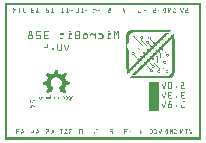
<source format=gbo>
G04 MADE WITH FRITZING*
G04 WWW.FRITZING.ORG*
G04 DOUBLE SIDED*
G04 HOLES PLATED*
G04 CONTOUR ON CENTER OF CONTOUR VECTOR*
%ASAXBY*%
%FSLAX23Y23*%
%MOIN*%
%OFA0B0*%
%SFA1.0B1.0*%
%ADD10R,0.001000X0.001000*%
%LNSILK0*%
G90*
G70*
G36*
X512Y194D02*
X512Y163D01*
X480Y163D01*
X480Y194D01*
X512Y194D01*
G37*
D02*
G36*
X512Y162D02*
X512Y130D01*
X480Y130D01*
X480Y162D01*
X512Y162D01*
G37*
D02*
G36*
X512Y129D02*
X512Y97D01*
X480Y97D01*
X480Y129D01*
X512Y129D01*
G37*
D02*
G36*
X547Y358D02*
X547Y357D01*
X546Y357D01*
X546Y356D01*
X545Y356D01*
X545Y356D01*
X545Y356D01*
X545Y355D01*
X544Y355D01*
X544Y354D01*
X543Y354D01*
X543Y353D01*
X542Y353D01*
X542Y353D01*
X542Y353D01*
X542Y352D01*
X541Y352D01*
X541Y351D01*
X540Y351D01*
X540Y350D01*
X539Y350D01*
X539Y350D01*
X539Y350D01*
X539Y349D01*
X538Y349D01*
X538Y348D01*
X537Y348D01*
X537Y347D01*
X536Y347D01*
X536Y347D01*
X536Y347D01*
X536Y346D01*
X535Y346D01*
X535Y345D01*
X534Y345D01*
X534Y344D01*
X533Y344D01*
X533Y344D01*
X533Y344D01*
X533Y343D01*
X532Y343D01*
X532Y342D01*
X531Y342D01*
X531Y341D01*
X530Y341D01*
X530Y341D01*
X530Y341D01*
X530Y340D01*
X529Y340D01*
X529Y339D01*
X528Y339D01*
X528Y338D01*
X528Y338D01*
X528Y338D01*
X527Y338D01*
X527Y337D01*
X526Y337D01*
X526Y336D01*
X525Y336D01*
X525Y336D01*
X525Y336D01*
X525Y335D01*
X524Y335D01*
X524Y334D01*
X523Y334D01*
X523Y333D01*
X522Y333D01*
X522Y333D01*
X522Y333D01*
X522Y332D01*
X521Y332D01*
X521Y331D01*
X520Y331D01*
X520Y330D01*
X519Y330D01*
X519Y330D01*
X519Y330D01*
X519Y329D01*
X518Y329D01*
X518Y328D01*
X517Y328D01*
X517Y327D01*
X516Y327D01*
X516Y327D01*
X516Y327D01*
X516Y326D01*
X515Y326D01*
X515Y325D01*
X514Y325D01*
X514Y324D01*
X513Y324D01*
X513Y324D01*
X502Y324D01*
X502Y324D01*
X502Y324D01*
X502Y325D01*
X503Y325D01*
X503Y326D01*
X504Y326D01*
X504Y327D01*
X505Y327D01*
X505Y327D01*
X505Y327D01*
X505Y328D01*
X506Y328D01*
X506Y329D01*
X507Y329D01*
X507Y330D01*
X508Y330D01*
X508Y330D01*
X508Y330D01*
X508Y331D01*
X509Y331D01*
X509Y332D01*
X510Y332D01*
X510Y333D01*
X510Y333D01*
X510Y333D01*
X511Y333D01*
X511Y334D01*
X512Y334D01*
X512Y335D01*
X513Y335D01*
X513Y336D01*
X513Y336D01*
X513Y336D01*
X514Y336D01*
X514Y337D01*
X515Y337D01*
X515Y338D01*
X516Y338D01*
X516Y338D01*
X516Y338D01*
X516Y339D01*
X517Y339D01*
X517Y340D01*
X518Y340D01*
X518Y341D01*
X519Y341D01*
X519Y341D01*
X519Y341D01*
X519Y342D01*
X520Y342D01*
X520Y343D01*
X521Y343D01*
X521Y344D01*
X522Y344D01*
X522Y344D01*
X522Y344D01*
X522Y345D01*
X523Y345D01*
X523Y346D01*
X524Y346D01*
X524Y347D01*
X525Y347D01*
X525Y347D01*
X525Y347D01*
X525Y348D01*
X526Y348D01*
X526Y349D01*
X527Y349D01*
X527Y350D01*
X528Y350D01*
X528Y350D01*
X528Y350D01*
X528Y351D01*
X529Y351D01*
X529Y352D01*
X530Y352D01*
X530Y353D01*
X530Y353D01*
X530Y353D01*
X531Y353D01*
X531Y354D01*
X532Y354D01*
X532Y355D01*
X533Y355D01*
X533Y356D01*
X533Y356D01*
X533Y356D01*
X534Y356D01*
X534Y358D01*
X547Y358D01*
G37*
D02*
G36*
X431Y347D02*
X431Y347D01*
X432Y347D01*
X432Y346D01*
X433Y346D01*
X433Y345D01*
X428Y345D01*
X428Y344D01*
X427Y344D01*
X427Y342D01*
X428Y342D01*
X428Y341D01*
X425Y341D01*
X425Y341D01*
X425Y341D01*
X425Y344D01*
X425Y344D01*
X425Y346D01*
X426Y346D01*
X426Y347D01*
X427Y347D01*
X427Y347D01*
X431Y347D01*
G37*
D02*
G36*
X458Y347D02*
X458Y346D01*
X459Y346D01*
X459Y345D01*
X459Y345D01*
X459Y344D01*
X454Y344D01*
X454Y344D01*
X453Y344D01*
X453Y341D01*
X454Y341D01*
X454Y340D01*
X451Y340D01*
X451Y344D01*
X452Y344D01*
X452Y345D01*
X453Y345D01*
X453Y346D01*
X453Y346D01*
X453Y347D01*
X458Y347D01*
G37*
D02*
G36*
X482Y345D02*
X482Y344D01*
X484Y344D01*
X484Y344D01*
X485Y344D01*
X485Y343D01*
X479Y343D01*
X479Y342D01*
X479Y342D01*
X479Y339D01*
X479Y339D01*
X479Y338D01*
X476Y338D01*
X476Y340D01*
X476Y340D01*
X476Y341D01*
X476Y341D01*
X476Y343D01*
X477Y343D01*
X477Y344D01*
X478Y344D01*
X478Y344D01*
X479Y344D01*
X479Y345D01*
X482Y345D01*
G37*
D02*
G36*
X433Y345D02*
X433Y341D01*
X430Y341D01*
X430Y341D01*
X431Y341D01*
X431Y344D01*
X430Y344D01*
X430Y345D01*
X433Y345D01*
G37*
D02*
G36*
X460Y344D02*
X460Y340D01*
X457Y340D01*
X457Y341D01*
X458Y341D01*
X458Y344D01*
X456Y344D01*
X456Y344D01*
X460Y344D01*
G37*
D02*
G36*
X485Y343D02*
X485Y342D01*
X485Y342D01*
X485Y339D01*
X485Y339D01*
X485Y338D01*
X482Y338D01*
X482Y340D01*
X483Y340D01*
X483Y341D01*
X482Y341D01*
X482Y342D01*
X482Y342D01*
X482Y343D01*
X485Y343D01*
G37*
D02*
G36*
X433Y341D02*
X433Y340D01*
X425Y340D01*
X425Y341D01*
X433Y341D01*
G37*
D02*
G36*
X433Y341D02*
X433Y340D01*
X425Y340D01*
X425Y341D01*
X433Y341D01*
G37*
D02*
G36*
X459Y340D02*
X459Y339D01*
X452Y339D01*
X452Y340D01*
X459Y340D01*
G37*
D02*
G36*
X459Y340D02*
X459Y339D01*
X452Y339D01*
X452Y340D01*
X459Y340D01*
G37*
D02*
G36*
X459Y339D02*
X459Y338D01*
X458Y338D01*
X458Y338D01*
X456Y338D01*
X456Y332D01*
X456Y332D01*
X456Y331D01*
X457Y331D01*
X457Y330D01*
X458Y330D01*
X458Y330D01*
X459Y330D01*
X459Y329D01*
X459Y329D01*
X459Y328D01*
X460Y328D01*
X460Y327D01*
X461Y327D01*
X461Y327D01*
X462Y327D01*
X462Y326D01*
X462Y326D01*
X462Y325D01*
X463Y325D01*
X463Y324D01*
X464Y324D01*
X464Y324D01*
X465Y324D01*
X465Y323D01*
X465Y323D01*
X465Y322D01*
X466Y322D01*
X466Y321D01*
X467Y321D01*
X467Y321D01*
X468Y321D01*
X468Y320D01*
X468Y320D01*
X468Y319D01*
X469Y319D01*
X469Y318D01*
X470Y318D01*
X470Y318D01*
X470Y318D01*
X470Y317D01*
X471Y317D01*
X471Y316D01*
X472Y316D01*
X472Y316D01*
X473Y316D01*
X473Y315D01*
X473Y315D01*
X473Y304D01*
X472Y304D01*
X472Y313D01*
X471Y313D01*
X471Y314D01*
X470Y314D01*
X470Y315D01*
X470Y315D01*
X470Y316D01*
X469Y316D01*
X469Y316D01*
X468Y316D01*
X468Y317D01*
X468Y317D01*
X468Y318D01*
X467Y318D01*
X467Y318D01*
X466Y318D01*
X466Y319D01*
X465Y319D01*
X465Y320D01*
X465Y320D01*
X465Y321D01*
X464Y321D01*
X464Y321D01*
X463Y321D01*
X463Y322D01*
X462Y322D01*
X462Y323D01*
X462Y323D01*
X462Y324D01*
X461Y324D01*
X461Y324D01*
X460Y324D01*
X460Y325D01*
X459Y325D01*
X459Y326D01*
X459Y326D01*
X459Y327D01*
X458Y327D01*
X458Y327D01*
X457Y327D01*
X457Y328D01*
X456Y328D01*
X456Y329D01*
X456Y329D01*
X456Y330D01*
X455Y330D01*
X455Y330D01*
X454Y330D01*
X454Y338D01*
X453Y338D01*
X453Y338D01*
X453Y338D01*
X453Y339D01*
X459Y339D01*
G37*
D02*
G36*
X485Y338D02*
X485Y338D01*
X476Y338D01*
X476Y338D01*
X485Y338D01*
G37*
D02*
G36*
X485Y338D02*
X485Y338D01*
X476Y338D01*
X476Y338D01*
X485Y338D01*
G37*
D02*
G36*
X485Y338D02*
X485Y336D01*
X481Y336D01*
X481Y336D01*
X480Y336D01*
X480Y336D01*
X478Y336D01*
X478Y337D01*
X477Y337D01*
X477Y338D01*
X485Y338D01*
G37*
D02*
G36*
X485Y336D02*
X485Y336D01*
X486Y336D01*
X486Y335D01*
X487Y335D01*
X487Y334D01*
X488Y334D01*
X488Y333D01*
X488Y333D01*
X488Y333D01*
X489Y333D01*
X489Y332D01*
X490Y332D01*
X490Y331D01*
X490Y331D01*
X490Y330D01*
X491Y330D01*
X491Y330D01*
X492Y330D01*
X492Y329D01*
X493Y329D01*
X493Y328D01*
X493Y328D01*
X493Y327D01*
X494Y327D01*
X494Y327D01*
X495Y327D01*
X495Y326D01*
X496Y326D01*
X496Y325D01*
X493Y325D01*
X493Y326D01*
X493Y326D01*
X493Y327D01*
X492Y327D01*
X492Y327D01*
X491Y327D01*
X491Y328D01*
X490Y328D01*
X490Y329D01*
X490Y329D01*
X490Y330D01*
X489Y330D01*
X489Y330D01*
X488Y330D01*
X488Y331D01*
X488Y331D01*
X488Y332D01*
X487Y332D01*
X487Y333D01*
X486Y333D01*
X486Y333D01*
X485Y333D01*
X485Y334D01*
X485Y334D01*
X485Y335D01*
X484Y335D01*
X484Y336D01*
X483Y336D01*
X483Y336D01*
X485Y336D01*
G37*
D02*
G36*
X477Y330D02*
X477Y330D01*
X478Y330D01*
X478Y329D01*
X479Y329D01*
X479Y328D01*
X473Y328D01*
X473Y327D01*
X473Y327D01*
X473Y324D01*
X473Y324D01*
X473Y324D01*
X470Y324D01*
X470Y328D01*
X471Y328D01*
X471Y329D01*
X472Y329D01*
X472Y330D01*
X473Y330D01*
X473Y330D01*
X477Y330D01*
G37*
D02*
G36*
X479Y328D02*
X479Y324D01*
X476Y324D01*
X476Y324D01*
X477Y324D01*
X477Y327D01*
X476Y327D01*
X476Y328D01*
X479Y328D01*
G37*
D02*
G36*
X499Y326D02*
X499Y325D01*
X497Y325D01*
X497Y326D01*
X499Y326D01*
G37*
D02*
G36*
X499Y325D02*
X499Y324D01*
X494Y324D01*
X494Y325D01*
X499Y325D01*
G37*
D02*
G36*
X499Y325D02*
X499Y324D01*
X494Y324D01*
X494Y325D01*
X499Y325D01*
G37*
D02*
G36*
X500Y324D02*
X500Y324D01*
X495Y324D01*
X495Y324D01*
X500Y324D01*
G37*
D02*
G36*
X513Y324D02*
X513Y323D01*
X495Y323D01*
X495Y324D01*
X513Y324D01*
G37*
D02*
G36*
X513Y324D02*
X513Y323D01*
X495Y323D01*
X495Y324D01*
X513Y324D01*
G37*
D02*
G36*
X479Y324D02*
X479Y323D01*
X471Y323D01*
X471Y324D01*
X479Y324D01*
G37*
D02*
G36*
X479Y324D02*
X479Y323D01*
X471Y323D01*
X471Y324D01*
X479Y324D01*
G37*
D02*
G36*
X512Y323D02*
X512Y322D01*
X511Y322D01*
X511Y321D01*
X510Y321D01*
X510Y321D01*
X510Y321D01*
X510Y320D01*
X509Y320D01*
X509Y319D01*
X508Y319D01*
X508Y318D01*
X508Y318D01*
X508Y318D01*
X507Y318D01*
X507Y317D01*
X506Y317D01*
X506Y316D01*
X505Y316D01*
X505Y316D01*
X505Y316D01*
X505Y315D01*
X504Y315D01*
X504Y314D01*
X503Y314D01*
X503Y313D01*
X491Y313D01*
X491Y314D01*
X492Y314D01*
X492Y315D01*
X493Y315D01*
X493Y316D01*
X493Y316D01*
X493Y316D01*
X494Y316D01*
X494Y317D01*
X495Y317D01*
X495Y318D01*
X496Y318D01*
X496Y320D01*
X495Y320D01*
X495Y321D01*
X494Y321D01*
X494Y321D01*
X493Y321D01*
X493Y322D01*
X494Y322D01*
X494Y323D01*
X512Y323D01*
G37*
D02*
G36*
X479Y323D02*
X479Y322D01*
X479Y322D01*
X479Y321D01*
X480Y321D01*
X480Y321D01*
X481Y321D01*
X481Y320D01*
X482Y320D01*
X482Y319D01*
X482Y319D01*
X482Y318D01*
X483Y318D01*
X483Y318D01*
X484Y318D01*
X484Y317D01*
X485Y317D01*
X485Y316D01*
X485Y316D01*
X485Y316D01*
X483Y316D01*
X483Y316D01*
X482Y316D01*
X482Y317D01*
X482Y317D01*
X482Y318D01*
X481Y318D01*
X481Y318D01*
X480Y318D01*
X480Y319D01*
X479Y319D01*
X479Y320D01*
X479Y320D01*
X479Y321D01*
X478Y321D01*
X478Y321D01*
X473Y321D01*
X473Y322D01*
X472Y322D01*
X472Y323D01*
X479Y323D01*
G37*
D02*
G36*
X488Y316D02*
X488Y316D01*
X487Y316D01*
X487Y316D01*
X488Y316D01*
G37*
D02*
G36*
X488Y316D02*
X488Y315D01*
X484Y315D01*
X484Y316D01*
X488Y316D01*
G37*
D02*
G36*
X488Y316D02*
X488Y315D01*
X484Y315D01*
X484Y316D01*
X488Y316D01*
G37*
D02*
G36*
X489Y315D02*
X489Y314D01*
X490Y314D01*
X490Y313D01*
X485Y313D01*
X485Y315D01*
X489Y315D01*
G37*
D02*
G36*
X502Y313D02*
X502Y313D01*
X484Y313D01*
X484Y313D01*
X502Y313D01*
G37*
D02*
G36*
X502Y313D02*
X502Y313D01*
X484Y313D01*
X484Y313D01*
X502Y313D01*
G37*
D02*
G36*
X502Y313D02*
X502Y312D01*
X501Y312D01*
X501Y311D01*
X500Y311D01*
X500Y310D01*
X499Y310D01*
X499Y310D01*
X499Y310D01*
X499Y309D01*
X498Y309D01*
X498Y308D01*
X497Y308D01*
X497Y307D01*
X496Y307D01*
X496Y307D01*
X496Y307D01*
X496Y306D01*
X495Y306D01*
X495Y305D01*
X494Y305D01*
X494Y304D01*
X493Y304D01*
X493Y304D01*
X493Y304D01*
X493Y303D01*
X492Y303D01*
X492Y302D01*
X480Y302D01*
X480Y303D01*
X481Y303D01*
X481Y304D01*
X482Y304D01*
X482Y304D01*
X482Y304D01*
X482Y305D01*
X483Y305D01*
X483Y306D01*
X484Y306D01*
X484Y307D01*
X485Y307D01*
X485Y307D01*
X485Y307D01*
X485Y308D01*
X486Y308D01*
X486Y309D01*
X485Y309D01*
X485Y310D01*
X485Y310D01*
X485Y310D01*
X484Y310D01*
X484Y311D01*
X483Y311D01*
X483Y313D01*
X502Y313D01*
G37*
D02*
G36*
X476Y305D02*
X476Y304D01*
X477Y304D01*
X477Y304D01*
X475Y304D01*
X475Y304D01*
X476Y304D01*
X476Y305D01*
X476Y305D01*
G37*
D02*
G36*
X478Y304D02*
X478Y303D01*
X472Y303D01*
X472Y304D01*
X478Y304D01*
G37*
D02*
G36*
X478Y304D02*
X478Y303D01*
X472Y303D01*
X472Y304D01*
X478Y304D01*
G37*
D02*
G36*
X479Y303D02*
X479Y302D01*
X472Y302D01*
X472Y303D01*
X479Y303D01*
G37*
D02*
G36*
X491Y302D02*
X491Y301D01*
X473Y301D01*
X473Y302D01*
X491Y302D01*
G37*
D02*
G36*
X491Y302D02*
X491Y301D01*
X473Y301D01*
X473Y302D01*
X491Y302D01*
G37*
D02*
G36*
X490Y301D02*
X490Y301D01*
X490Y301D01*
X490Y300D01*
X489Y300D01*
X489Y299D01*
X488Y299D01*
X488Y298D01*
X488Y298D01*
X488Y298D01*
X487Y298D01*
X487Y297D01*
X486Y297D01*
X486Y296D01*
X485Y296D01*
X485Y296D01*
X485Y296D01*
X485Y295D01*
X484Y295D01*
X484Y294D01*
X483Y294D01*
X483Y293D01*
X482Y293D01*
X482Y293D01*
X482Y293D01*
X482Y292D01*
X481Y292D01*
X481Y291D01*
X480Y291D01*
X480Y290D01*
X468Y290D01*
X468Y291D01*
X469Y291D01*
X469Y292D01*
X470Y292D01*
X470Y293D01*
X470Y293D01*
X470Y293D01*
X471Y293D01*
X471Y294D01*
X472Y294D01*
X472Y295D01*
X473Y295D01*
X473Y296D01*
X473Y296D01*
X473Y296D01*
X474Y296D01*
X474Y298D01*
X473Y298D01*
X473Y299D01*
X473Y299D01*
X473Y300D01*
X472Y300D01*
X472Y301D01*
X490Y301D01*
G37*
D02*
G36*
X465Y293D02*
X465Y293D01*
X465Y293D01*
X465Y292D01*
X463Y292D01*
X463Y293D01*
X464Y293D01*
X464Y293D01*
X465Y293D01*
G37*
D02*
G36*
X466Y292D02*
X466Y291D01*
X460Y291D01*
X460Y292D01*
X466Y292D01*
G37*
D02*
G36*
X466Y292D02*
X466Y291D01*
X460Y291D01*
X460Y292D01*
X466Y292D01*
G37*
D02*
G36*
X467Y291D02*
X467Y290D01*
X461Y290D01*
X461Y291D01*
X467Y291D01*
G37*
D02*
G36*
X479Y290D02*
X479Y290D01*
X461Y290D01*
X461Y290D01*
X479Y290D01*
G37*
D02*
G36*
X479Y290D02*
X479Y290D01*
X461Y290D01*
X461Y290D01*
X479Y290D01*
G37*
D02*
G36*
X431Y290D02*
X431Y290D01*
X432Y290D01*
X432Y287D01*
X431Y287D01*
X431Y287D01*
X429Y287D01*
X429Y290D01*
X431Y290D01*
G37*
D02*
G36*
X479Y290D02*
X479Y289D01*
X478Y289D01*
X478Y288D01*
X477Y288D01*
X477Y287D01*
X476Y287D01*
X476Y287D01*
X476Y287D01*
X476Y286D01*
X475Y286D01*
X475Y285D01*
X474Y285D01*
X474Y284D01*
X473Y284D01*
X473Y284D01*
X473Y284D01*
X473Y283D01*
X472Y283D01*
X472Y282D01*
X471Y282D01*
X471Y281D01*
X470Y281D01*
X470Y281D01*
X470Y281D01*
X470Y280D01*
X458Y280D01*
X458Y281D01*
X459Y281D01*
X459Y281D01*
X459Y281D01*
X459Y282D01*
X460Y282D01*
X460Y283D01*
X461Y283D01*
X461Y284D01*
X462Y284D01*
X462Y284D01*
X462Y284D01*
X462Y287D01*
X462Y287D01*
X462Y287D01*
X461Y287D01*
X461Y288D01*
X460Y288D01*
X460Y290D01*
X479Y290D01*
G37*
D02*
G36*
X431Y287D02*
X431Y286D01*
X423Y286D01*
X423Y287D01*
X431Y287D01*
G37*
D02*
G36*
X431Y287D02*
X431Y286D01*
X423Y286D01*
X423Y287D01*
X431Y287D01*
G37*
D02*
G36*
X430Y286D02*
X430Y285D01*
X431Y285D01*
X431Y284D01*
X428Y284D01*
X428Y284D01*
X426Y284D01*
X426Y284D01*
X425Y284D01*
X425Y285D01*
X424Y285D01*
X424Y286D01*
X430Y286D01*
G37*
D02*
G36*
X432Y284D02*
X432Y284D01*
X433Y284D01*
X433Y283D01*
X433Y283D01*
X433Y282D01*
X434Y282D01*
X434Y281D01*
X435Y281D01*
X435Y281D01*
X436Y281D01*
X436Y280D01*
X436Y280D01*
X436Y279D01*
X437Y279D01*
X437Y278D01*
X438Y278D01*
X438Y278D01*
X439Y278D01*
X439Y277D01*
X439Y277D01*
X439Y276D01*
X440Y276D01*
X440Y276D01*
X441Y276D01*
X441Y275D01*
X442Y275D01*
X442Y274D01*
X442Y274D01*
X442Y273D01*
X439Y273D01*
X439Y274D01*
X439Y274D01*
X439Y275D01*
X438Y275D01*
X438Y276D01*
X437Y276D01*
X437Y276D01*
X436Y276D01*
X436Y277D01*
X436Y277D01*
X436Y278D01*
X435Y278D01*
X435Y278D01*
X434Y278D01*
X434Y279D01*
X433Y279D01*
X433Y280D01*
X433Y280D01*
X433Y281D01*
X432Y281D01*
X432Y281D01*
X431Y281D01*
X431Y282D01*
X430Y282D01*
X430Y283D01*
X430Y283D01*
X430Y284D01*
X429Y284D01*
X429Y284D01*
X432Y284D01*
G37*
D02*
G36*
X454Y282D02*
X454Y281D01*
X453Y281D01*
X453Y282D01*
X454Y282D01*
G37*
D02*
G36*
X455Y281D02*
X455Y281D01*
X450Y281D01*
X450Y281D01*
X455Y281D01*
G37*
D02*
G36*
X455Y281D02*
X455Y281D01*
X450Y281D01*
X450Y281D01*
X455Y281D01*
G37*
D02*
G36*
X456Y281D02*
X456Y280D01*
X450Y280D01*
X450Y281D01*
X456Y281D01*
G37*
D02*
G36*
X469Y280D02*
X469Y279D01*
X450Y279D01*
X450Y280D01*
X469Y280D01*
G37*
D02*
G36*
X469Y280D02*
X469Y279D01*
X450Y279D01*
X450Y280D01*
X469Y280D01*
G37*
D02*
G36*
X468Y279D02*
X468Y278D01*
X468Y278D01*
X468Y278D01*
X467Y278D01*
X467Y277D01*
X466Y277D01*
X466Y276D01*
X465Y276D01*
X465Y276D01*
X465Y276D01*
X465Y275D01*
X464Y275D01*
X464Y274D01*
X463Y274D01*
X463Y273D01*
X462Y273D01*
X462Y273D01*
X462Y273D01*
X462Y272D01*
X461Y272D01*
X461Y271D01*
X449Y271D01*
X449Y272D01*
X450Y272D01*
X450Y273D01*
X450Y273D01*
X450Y273D01*
X451Y273D01*
X451Y274D01*
X452Y274D01*
X452Y276D01*
X451Y276D01*
X451Y277D01*
X450Y277D01*
X450Y278D01*
X450Y278D01*
X450Y279D01*
X468Y279D01*
G37*
D02*
G36*
X445Y274D02*
X445Y273D01*
X444Y273D01*
X444Y274D01*
X445Y274D01*
G37*
D02*
G36*
X445Y273D02*
X445Y273D01*
X440Y273D01*
X440Y273D01*
X445Y273D01*
G37*
D02*
G36*
X445Y273D02*
X445Y273D01*
X440Y273D01*
X440Y273D01*
X445Y273D01*
G37*
D02*
G36*
X446Y273D02*
X446Y272D01*
X447Y272D01*
X447Y271D01*
X442Y271D01*
X442Y272D01*
X441Y272D01*
X441Y273D01*
X446Y273D01*
G37*
D02*
G36*
X460Y271D02*
X460Y270D01*
X441Y270D01*
X441Y271D01*
X460Y271D01*
G37*
D02*
G36*
X460Y271D02*
X460Y270D01*
X441Y270D01*
X441Y271D01*
X460Y271D01*
G37*
D02*
G36*
X459Y270D02*
X459Y270D01*
X459Y270D01*
X459Y269D01*
X458Y269D01*
X458Y268D01*
X457Y268D01*
X457Y267D01*
X456Y267D01*
X456Y267D01*
X456Y267D01*
X456Y266D01*
X455Y266D01*
X455Y265D01*
X454Y265D01*
X454Y264D01*
X453Y264D01*
X453Y264D01*
X453Y264D01*
X453Y263D01*
X452Y263D01*
X452Y262D01*
X451Y262D01*
X451Y261D01*
X450Y261D01*
X450Y261D01*
X450Y261D01*
X450Y260D01*
X449Y260D01*
X449Y259D01*
X448Y259D01*
X448Y258D01*
X448Y258D01*
X448Y258D01*
X447Y258D01*
X447Y257D01*
X446Y257D01*
X446Y256D01*
X445Y256D01*
X445Y256D01*
X445Y256D01*
X445Y255D01*
X444Y255D01*
X444Y254D01*
X443Y254D01*
X443Y253D01*
X442Y253D01*
X442Y253D01*
X442Y253D01*
X442Y252D01*
X441Y252D01*
X441Y251D01*
X440Y251D01*
X440Y250D01*
X439Y250D01*
X439Y250D01*
X439Y250D01*
X439Y249D01*
X438Y249D01*
X438Y248D01*
X437Y248D01*
X437Y247D01*
X436Y247D01*
X436Y247D01*
X436Y247D01*
X436Y246D01*
X435Y246D01*
X435Y245D01*
X434Y245D01*
X434Y244D01*
X433Y244D01*
X433Y244D01*
X433Y244D01*
X433Y243D01*
X432Y243D01*
X432Y242D01*
X431Y242D01*
X431Y241D01*
X430Y241D01*
X430Y241D01*
X430Y241D01*
X430Y240D01*
X429Y240D01*
X429Y239D01*
X428Y239D01*
X428Y238D01*
X428Y238D01*
X428Y238D01*
X427Y238D01*
X427Y237D01*
X426Y237D01*
X426Y236D01*
X425Y236D01*
X425Y236D01*
X413Y236D01*
X413Y236D01*
X414Y236D01*
X414Y237D01*
X415Y237D01*
X415Y238D01*
X416Y238D01*
X416Y238D01*
X416Y238D01*
X416Y239D01*
X417Y239D01*
X417Y240D01*
X418Y240D01*
X418Y241D01*
X419Y241D01*
X419Y241D01*
X419Y241D01*
X419Y242D01*
X420Y242D01*
X420Y243D01*
X421Y243D01*
X421Y244D01*
X422Y244D01*
X422Y244D01*
X422Y244D01*
X422Y245D01*
X423Y245D01*
X423Y246D01*
X424Y246D01*
X424Y247D01*
X425Y247D01*
X425Y247D01*
X425Y247D01*
X425Y248D01*
X426Y248D01*
X426Y249D01*
X427Y249D01*
X427Y250D01*
X428Y250D01*
X428Y250D01*
X428Y250D01*
X428Y251D01*
X429Y251D01*
X429Y252D01*
X430Y252D01*
X430Y253D01*
X430Y253D01*
X430Y253D01*
X431Y253D01*
X431Y254D01*
X432Y254D01*
X432Y255D01*
X433Y255D01*
X433Y256D01*
X433Y256D01*
X433Y256D01*
X434Y256D01*
X434Y257D01*
X435Y257D01*
X435Y258D01*
X436Y258D01*
X436Y258D01*
X436Y258D01*
X436Y259D01*
X437Y259D01*
X437Y260D01*
X438Y260D01*
X438Y261D01*
X439Y261D01*
X439Y261D01*
X439Y261D01*
X439Y262D01*
X440Y262D01*
X440Y263D01*
X441Y263D01*
X441Y264D01*
X442Y264D01*
X442Y264D01*
X442Y264D01*
X442Y265D01*
X443Y265D01*
X443Y267D01*
X442Y267D01*
X442Y267D01*
X442Y267D01*
X442Y268D01*
X441Y268D01*
X441Y269D01*
X440Y269D01*
X440Y270D01*
X459Y270D01*
G37*
D02*
G36*
X425Y236D02*
X425Y235D01*
X405Y235D01*
X405Y236D01*
X425Y236D01*
G37*
D02*
G36*
X425Y236D02*
X425Y235D01*
X405Y235D01*
X405Y236D01*
X425Y236D01*
G37*
D02*
G36*
X424Y235D02*
X424Y234D01*
X423Y234D01*
X423Y233D01*
X422Y233D01*
X422Y233D01*
X422Y233D01*
X422Y232D01*
X421Y232D01*
X421Y231D01*
X420Y231D01*
X420Y230D01*
X419Y230D01*
X419Y230D01*
X419Y230D01*
X419Y229D01*
X418Y229D01*
X418Y228D01*
X417Y228D01*
X417Y227D01*
X416Y227D01*
X416Y227D01*
X416Y227D01*
X416Y226D01*
X415Y226D01*
X415Y225D01*
X414Y225D01*
X414Y224D01*
X413Y224D01*
X413Y224D01*
X413Y224D01*
X413Y223D01*
X412Y223D01*
X412Y222D01*
X411Y222D01*
X411Y221D01*
X410Y221D01*
X410Y221D01*
X410Y221D01*
X410Y220D01*
X409Y220D01*
X409Y219D01*
X408Y219D01*
X408Y218D01*
X408Y218D01*
X408Y218D01*
X407Y218D01*
X407Y217D01*
X406Y217D01*
X406Y218D01*
X405Y218D01*
X405Y221D01*
X405Y221D01*
X405Y235D01*
X424Y235D01*
G37*
D02*
G36*
X565Y336D02*
X565Y223D01*
X564Y223D01*
X564Y220D01*
X563Y220D01*
X563Y218D01*
X562Y218D01*
X562Y216D01*
X562Y216D01*
X562Y215D01*
X561Y215D01*
X561Y214D01*
X543Y214D01*
X543Y215D01*
X545Y215D01*
X545Y216D01*
X547Y216D01*
X547Y216D01*
X548Y216D01*
X548Y217D01*
X549Y217D01*
X549Y218D01*
X550Y218D01*
X550Y218D01*
X550Y218D01*
X550Y219D01*
X551Y219D01*
X551Y220D01*
X552Y220D01*
X552Y221D01*
X553Y221D01*
X553Y221D01*
X553Y221D01*
X553Y223D01*
X554Y223D01*
X554Y224D01*
X555Y224D01*
X555Y227D01*
X556Y227D01*
X556Y230D01*
X556Y230D01*
X556Y336D01*
X565Y336D01*
G37*
D02*
G36*
X528Y301D02*
X528Y298D01*
X525Y298D01*
X525Y298D01*
X524Y298D01*
X524Y298D01*
X523Y298D01*
X523Y299D01*
X522Y299D01*
X522Y300D01*
X522Y300D01*
X522Y301D01*
X528Y301D01*
G37*
D02*
G36*
X528Y298D02*
X528Y298D01*
X529Y298D01*
X529Y297D01*
X530Y297D01*
X530Y296D01*
X530Y296D01*
X530Y296D01*
X531Y296D01*
X531Y295D01*
X532Y295D01*
X532Y294D01*
X533Y294D01*
X533Y293D01*
X533Y293D01*
X533Y293D01*
X534Y293D01*
X534Y292D01*
X535Y292D01*
X535Y291D01*
X536Y291D01*
X536Y290D01*
X536Y290D01*
X536Y290D01*
X537Y290D01*
X537Y289D01*
X538Y289D01*
X538Y288D01*
X539Y288D01*
X539Y287D01*
X544Y287D01*
X544Y287D01*
X545Y287D01*
X545Y286D01*
X545Y286D01*
X545Y285D01*
X540Y285D01*
X540Y284D01*
X539Y284D01*
X539Y281D01*
X540Y281D01*
X540Y281D01*
X537Y281D01*
X537Y285D01*
X538Y285D01*
X538Y287D01*
X537Y287D01*
X537Y287D01*
X536Y287D01*
X536Y288D01*
X536Y288D01*
X536Y289D01*
X535Y289D01*
X535Y290D01*
X534Y290D01*
X534Y290D01*
X533Y290D01*
X533Y291D01*
X533Y291D01*
X533Y292D01*
X532Y292D01*
X532Y293D01*
X531Y293D01*
X531Y293D01*
X530Y293D01*
X530Y294D01*
X530Y294D01*
X530Y295D01*
X529Y295D01*
X529Y296D01*
X528Y296D01*
X528Y296D01*
X528Y296D01*
X528Y297D01*
X527Y297D01*
X527Y298D01*
X526Y298D01*
X526Y298D01*
X528Y298D01*
G37*
D02*
G36*
X518Y292D02*
X518Y291D01*
X519Y291D01*
X519Y290D01*
X519Y290D01*
X519Y290D01*
X516Y290D01*
X516Y289D01*
X514Y289D01*
X514Y290D01*
X513Y290D01*
X513Y290D01*
X513Y290D01*
X513Y291D01*
X512Y291D01*
X512Y292D01*
X518Y292D01*
G37*
D02*
G36*
X519Y290D02*
X519Y273D01*
X520Y273D01*
X520Y272D01*
X521Y272D01*
X521Y271D01*
X522Y271D01*
X522Y270D01*
X522Y270D01*
X522Y270D01*
X523Y270D01*
X523Y269D01*
X524Y269D01*
X524Y268D01*
X525Y268D01*
X525Y267D01*
X525Y267D01*
X525Y267D01*
X526Y267D01*
X526Y266D01*
X527Y266D01*
X527Y265D01*
X528Y265D01*
X528Y264D01*
X528Y264D01*
X528Y264D01*
X529Y264D01*
X529Y263D01*
X530Y263D01*
X530Y262D01*
X528Y262D01*
X528Y263D01*
X527Y263D01*
X527Y264D01*
X526Y264D01*
X526Y264D01*
X525Y264D01*
X525Y265D01*
X525Y265D01*
X525Y266D01*
X524Y266D01*
X524Y267D01*
X523Y267D01*
X523Y267D01*
X522Y267D01*
X522Y268D01*
X522Y268D01*
X522Y269D01*
X521Y269D01*
X521Y270D01*
X520Y270D01*
X520Y270D01*
X519Y270D01*
X519Y271D01*
X519Y271D01*
X519Y272D01*
X518Y272D01*
X518Y290D01*
X519Y290D01*
G37*
D02*
G36*
X546Y285D02*
X546Y281D01*
X543Y281D01*
X543Y281D01*
X544Y281D01*
X544Y284D01*
X543Y284D01*
X543Y284D01*
X542Y284D01*
X542Y285D01*
X546Y285D01*
G37*
D02*
G36*
X508Y281D02*
X508Y281D01*
X508Y281D01*
X508Y280D01*
X509Y280D01*
X509Y279D01*
X505Y279D01*
X505Y278D01*
X504Y278D01*
X504Y279D01*
X503Y279D01*
X503Y280D01*
X502Y280D01*
X502Y281D01*
X502Y281D01*
X502Y281D01*
X508Y281D01*
G37*
D02*
G36*
X545Y281D02*
X545Y280D01*
X538Y280D01*
X538Y281D01*
X545Y281D01*
G37*
D02*
G36*
X545Y281D02*
X545Y280D01*
X538Y280D01*
X538Y281D01*
X545Y281D01*
G37*
D02*
G36*
X545Y280D02*
X545Y279D01*
X544Y279D01*
X544Y278D01*
X539Y278D01*
X539Y279D01*
X538Y279D01*
X538Y280D01*
X545Y280D01*
G37*
D02*
G36*
X509Y279D02*
X509Y260D01*
X510Y260D01*
X510Y259D01*
X510Y259D01*
X510Y258D01*
X511Y258D01*
X511Y258D01*
X512Y258D01*
X512Y257D01*
X513Y257D01*
X513Y256D01*
X513Y256D01*
X513Y256D01*
X514Y256D01*
X514Y255D01*
X515Y255D01*
X515Y254D01*
X516Y254D01*
X516Y253D01*
X516Y253D01*
X516Y253D01*
X517Y253D01*
X517Y252D01*
X518Y252D01*
X518Y251D01*
X519Y251D01*
X519Y250D01*
X519Y250D01*
X519Y250D01*
X520Y250D01*
X520Y249D01*
X521Y249D01*
X521Y248D01*
X522Y248D01*
X522Y247D01*
X522Y247D01*
X522Y247D01*
X523Y247D01*
X523Y246D01*
X524Y246D01*
X524Y245D01*
X525Y245D01*
X525Y244D01*
X525Y244D01*
X525Y244D01*
X526Y244D01*
X526Y243D01*
X527Y243D01*
X527Y242D01*
X528Y242D01*
X528Y241D01*
X528Y241D01*
X528Y241D01*
X529Y241D01*
X529Y240D01*
X530Y240D01*
X530Y239D01*
X530Y239D01*
X530Y238D01*
X531Y238D01*
X531Y238D01*
X532Y238D01*
X532Y237D01*
X533Y237D01*
X533Y236D01*
X533Y236D01*
X533Y236D01*
X534Y236D01*
X534Y235D01*
X535Y235D01*
X535Y234D01*
X536Y234D01*
X536Y233D01*
X536Y233D01*
X536Y233D01*
X534Y233D01*
X534Y233D01*
X533Y233D01*
X533Y234D01*
X533Y234D01*
X533Y235D01*
X532Y235D01*
X532Y236D01*
X531Y236D01*
X531Y236D01*
X530Y236D01*
X530Y237D01*
X530Y237D01*
X530Y238D01*
X529Y238D01*
X529Y238D01*
X528Y238D01*
X528Y239D01*
X528Y239D01*
X528Y240D01*
X527Y240D01*
X527Y241D01*
X526Y241D01*
X526Y241D01*
X525Y241D01*
X525Y242D01*
X525Y242D01*
X525Y243D01*
X524Y243D01*
X524Y244D01*
X523Y244D01*
X523Y244D01*
X522Y244D01*
X522Y245D01*
X522Y245D01*
X522Y246D01*
X521Y246D01*
X521Y247D01*
X520Y247D01*
X520Y247D01*
X519Y247D01*
X519Y248D01*
X519Y248D01*
X519Y249D01*
X518Y249D01*
X518Y250D01*
X517Y250D01*
X517Y250D01*
X516Y250D01*
X516Y251D01*
X516Y251D01*
X516Y252D01*
X515Y252D01*
X515Y253D01*
X514Y253D01*
X514Y253D01*
X513Y253D01*
X513Y254D01*
X513Y254D01*
X513Y255D01*
X512Y255D01*
X512Y256D01*
X511Y256D01*
X511Y256D01*
X510Y256D01*
X510Y257D01*
X510Y257D01*
X510Y258D01*
X509Y258D01*
X509Y258D01*
X508Y258D01*
X508Y259D01*
X508Y259D01*
X508Y278D01*
X507Y278D01*
X507Y279D01*
X509Y279D01*
G37*
D02*
G36*
X496Y270D02*
X496Y269D01*
X496Y269D01*
X496Y268D01*
X494Y268D01*
X494Y267D01*
X493Y267D01*
X493Y267D01*
X492Y267D01*
X492Y267D01*
X491Y267D01*
X491Y268D01*
X490Y268D01*
X490Y269D01*
X490Y269D01*
X490Y270D01*
X496Y270D01*
G37*
D02*
G36*
X497Y268D02*
X497Y257D01*
X498Y257D01*
X498Y256D01*
X499Y256D01*
X499Y256D01*
X499Y256D01*
X499Y255D01*
X500Y255D01*
X500Y254D01*
X501Y254D01*
X501Y253D01*
X502Y253D01*
X502Y253D01*
X502Y253D01*
X502Y252D01*
X503Y252D01*
X503Y251D01*
X504Y251D01*
X504Y250D01*
X505Y250D01*
X505Y250D01*
X505Y250D01*
X505Y249D01*
X506Y249D01*
X506Y248D01*
X507Y248D01*
X507Y247D01*
X508Y247D01*
X508Y247D01*
X508Y247D01*
X508Y246D01*
X509Y246D01*
X509Y245D01*
X510Y245D01*
X510Y244D01*
X510Y244D01*
X510Y244D01*
X511Y244D01*
X511Y243D01*
X512Y243D01*
X512Y242D01*
X513Y242D01*
X513Y241D01*
X513Y241D01*
X513Y241D01*
X514Y241D01*
X514Y240D01*
X515Y240D01*
X515Y233D01*
X516Y233D01*
X516Y233D01*
X516Y233D01*
X516Y232D01*
X517Y232D01*
X517Y231D01*
X511Y231D01*
X511Y230D01*
X510Y230D01*
X510Y229D01*
X511Y229D01*
X511Y227D01*
X508Y227D01*
X508Y231D01*
X509Y231D01*
X509Y232D01*
X510Y232D01*
X510Y233D01*
X510Y233D01*
X510Y233D01*
X512Y233D01*
X512Y234D01*
X513Y234D01*
X513Y240D01*
X512Y240D01*
X512Y241D01*
X511Y241D01*
X511Y241D01*
X510Y241D01*
X510Y242D01*
X510Y242D01*
X510Y243D01*
X509Y243D01*
X509Y244D01*
X508Y244D01*
X508Y244D01*
X508Y244D01*
X508Y245D01*
X507Y245D01*
X507Y246D01*
X506Y246D01*
X506Y247D01*
X505Y247D01*
X505Y247D01*
X505Y247D01*
X505Y248D01*
X504Y248D01*
X504Y249D01*
X503Y249D01*
X503Y250D01*
X502Y250D01*
X502Y250D01*
X502Y250D01*
X502Y251D01*
X501Y251D01*
X501Y252D01*
X500Y252D01*
X500Y253D01*
X499Y253D01*
X499Y253D01*
X499Y253D01*
X499Y254D01*
X498Y254D01*
X498Y255D01*
X497Y255D01*
X497Y256D01*
X496Y256D01*
X496Y256D01*
X496Y256D01*
X496Y257D01*
X495Y257D01*
X495Y268D01*
X497Y268D01*
G37*
D02*
G36*
X534Y263D02*
X534Y262D01*
X532Y262D01*
X532Y263D01*
X534Y263D01*
G37*
D02*
G36*
X536Y262D02*
X536Y261D01*
X528Y261D01*
X528Y262D01*
X536Y262D01*
G37*
D02*
G36*
X536Y262D02*
X536Y261D01*
X528Y261D01*
X528Y262D01*
X536Y262D01*
G37*
D02*
G36*
X536Y261D02*
X536Y261D01*
X537Y261D01*
X537Y260D01*
X531Y260D01*
X531Y256D01*
X529Y256D01*
X529Y257D01*
X528Y257D01*
X528Y259D01*
X529Y259D01*
X529Y261D01*
X536Y261D01*
G37*
D02*
G36*
X537Y260D02*
X537Y259D01*
X538Y259D01*
X538Y257D01*
X537Y257D01*
X537Y256D01*
X535Y256D01*
X535Y260D01*
X537Y260D01*
G37*
D02*
G36*
X484Y258D02*
X484Y257D01*
X485Y257D01*
X485Y256D01*
X482Y256D01*
X482Y256D01*
X481Y256D01*
X481Y256D01*
X480Y256D01*
X480Y257D01*
X479Y257D01*
X479Y258D01*
X484Y258D01*
G37*
D02*
G36*
X537Y256D02*
X537Y256D01*
X529Y256D01*
X529Y256D01*
X537Y256D01*
G37*
D02*
G36*
X537Y256D02*
X537Y256D01*
X529Y256D01*
X529Y256D01*
X537Y256D01*
G37*
D02*
G36*
X485Y256D02*
X485Y256D01*
X486Y256D01*
X486Y255D01*
X487Y255D01*
X487Y254D01*
X488Y254D01*
X488Y253D01*
X488Y253D01*
X488Y253D01*
X489Y253D01*
X489Y252D01*
X490Y252D01*
X490Y251D01*
X490Y251D01*
X490Y250D01*
X491Y250D01*
X491Y250D01*
X489Y250D01*
X489Y250D01*
X488Y250D01*
X488Y251D01*
X488Y251D01*
X488Y252D01*
X487Y252D01*
X487Y253D01*
X486Y253D01*
X486Y253D01*
X485Y253D01*
X485Y254D01*
X485Y254D01*
X485Y255D01*
X484Y255D01*
X484Y256D01*
X483Y256D01*
X483Y256D01*
X485Y256D01*
G37*
D02*
G36*
X536Y256D02*
X536Y255D01*
X536Y255D01*
X536Y254D01*
X534Y254D01*
X534Y253D01*
X532Y253D01*
X532Y254D01*
X530Y254D01*
X530Y255D01*
X530Y255D01*
X530Y256D01*
X536Y256D01*
G37*
D02*
G36*
X494Y250D02*
X494Y250D01*
X493Y250D01*
X493Y250D01*
X494Y250D01*
G37*
D02*
G36*
X496Y250D02*
X496Y249D01*
X490Y249D01*
X490Y250D01*
X496Y250D01*
G37*
D02*
G36*
X496Y250D02*
X496Y249D01*
X490Y249D01*
X490Y250D01*
X496Y250D01*
G37*
D02*
G36*
X497Y249D02*
X497Y248D01*
X498Y248D01*
X498Y247D01*
X492Y247D01*
X492Y247D01*
X491Y247D01*
X491Y244D01*
X492Y244D01*
X492Y244D01*
X493Y244D01*
X493Y243D01*
X490Y243D01*
X490Y244D01*
X489Y244D01*
X489Y247D01*
X490Y247D01*
X490Y249D01*
X497Y249D01*
G37*
D02*
G36*
X473Y248D02*
X473Y247D01*
X474Y247D01*
X474Y247D01*
X475Y247D01*
X475Y246D01*
X471Y246D01*
X471Y245D01*
X470Y245D01*
X470Y246D01*
X470Y246D01*
X470Y247D01*
X469Y247D01*
X469Y247D01*
X468Y247D01*
X468Y248D01*
X473Y248D01*
G37*
D02*
G36*
X498Y247D02*
X498Y246D01*
X499Y246D01*
X499Y245D01*
X498Y245D01*
X498Y243D01*
X494Y243D01*
X494Y244D01*
X496Y244D01*
X496Y247D01*
X495Y247D01*
X495Y247D01*
X498Y247D01*
G37*
D02*
G36*
X476Y246D02*
X476Y245D01*
X476Y245D01*
X476Y244D01*
X477Y244D01*
X477Y244D01*
X478Y244D01*
X478Y243D01*
X479Y243D01*
X479Y242D01*
X479Y242D01*
X479Y241D01*
X480Y241D01*
X480Y241D01*
X481Y241D01*
X481Y240D01*
X482Y240D01*
X482Y239D01*
X482Y239D01*
X482Y238D01*
X483Y238D01*
X483Y238D01*
X484Y238D01*
X484Y237D01*
X485Y237D01*
X485Y236D01*
X485Y236D01*
X485Y236D01*
X486Y236D01*
X486Y235D01*
X483Y235D01*
X483Y236D01*
X482Y236D01*
X482Y236D01*
X482Y236D01*
X482Y237D01*
X481Y237D01*
X481Y238D01*
X480Y238D01*
X480Y238D01*
X479Y238D01*
X479Y239D01*
X479Y239D01*
X479Y240D01*
X478Y240D01*
X478Y241D01*
X477Y241D01*
X477Y241D01*
X476Y241D01*
X476Y242D01*
X476Y242D01*
X476Y243D01*
X475Y243D01*
X475Y244D01*
X474Y244D01*
X474Y244D01*
X473Y244D01*
X473Y245D01*
X473Y245D01*
X473Y246D01*
X476Y246D01*
G37*
D02*
G36*
X497Y243D02*
X497Y242D01*
X490Y242D01*
X490Y243D01*
X497Y243D01*
G37*
D02*
G36*
X497Y243D02*
X497Y242D01*
X490Y242D01*
X490Y243D01*
X497Y243D01*
G37*
D02*
G36*
X496Y242D02*
X496Y241D01*
X495Y241D01*
X495Y241D01*
X492Y241D01*
X492Y241D01*
X490Y241D01*
X490Y242D01*
X496Y242D01*
G37*
D02*
G36*
X490Y236D02*
X490Y235D01*
X487Y235D01*
X487Y236D01*
X490Y236D01*
G37*
D02*
G36*
X490Y235D02*
X490Y234D01*
X484Y234D01*
X484Y235D01*
X490Y235D01*
G37*
D02*
G36*
X490Y235D02*
X490Y234D01*
X484Y234D01*
X484Y235D01*
X490Y235D01*
G37*
D02*
G36*
X491Y234D02*
X491Y233D01*
X488Y233D01*
X488Y233D01*
X486Y233D01*
X486Y229D01*
X484Y229D01*
X484Y230D01*
X483Y230D01*
X483Y232D01*
X484Y232D01*
X484Y233D01*
X485Y233D01*
X485Y234D01*
X491Y234D01*
G37*
D02*
G36*
X540Y233D02*
X540Y233D01*
X539Y233D01*
X539Y233D01*
X540Y233D01*
G37*
D02*
G36*
X492Y233D02*
X492Y233D01*
X493Y233D01*
X493Y229D01*
X490Y229D01*
X490Y230D01*
X490Y230D01*
X490Y232D01*
X490Y232D01*
X490Y233D01*
X488Y233D01*
X488Y233D01*
X492Y233D01*
G37*
D02*
G36*
X542Y233D02*
X542Y232D01*
X535Y232D01*
X535Y233D01*
X542Y233D01*
G37*
D02*
G36*
X542Y233D02*
X542Y232D01*
X535Y232D01*
X535Y233D01*
X542Y233D01*
G37*
D02*
G36*
X543Y232D02*
X543Y230D01*
X538Y230D01*
X538Y230D01*
X537Y230D01*
X537Y227D01*
X538Y227D01*
X538Y227D01*
X539Y227D01*
X539Y226D01*
X536Y226D01*
X536Y227D01*
X535Y227D01*
X535Y230D01*
X536Y230D01*
X536Y232D01*
X543Y232D01*
G37*
D02*
G36*
X517Y231D02*
X517Y230D01*
X518Y230D01*
X518Y228D01*
X517Y228D01*
X517Y227D01*
X515Y227D01*
X515Y231D01*
X517Y231D01*
G37*
D02*
G36*
X544Y230D02*
X544Y226D01*
X540Y226D01*
X540Y227D01*
X542Y227D01*
X542Y230D01*
X541Y230D01*
X541Y230D01*
X544Y230D01*
G37*
D02*
G36*
X492Y229D02*
X492Y228D01*
X484Y228D01*
X484Y229D01*
X492Y229D01*
G37*
D02*
G36*
X492Y229D02*
X492Y228D01*
X484Y228D01*
X484Y229D01*
X492Y229D01*
G37*
D02*
G36*
X491Y228D02*
X491Y227D01*
X490Y227D01*
X490Y227D01*
X489Y227D01*
X489Y226D01*
X487Y226D01*
X487Y227D01*
X485Y227D01*
X485Y227D01*
X485Y227D01*
X485Y228D01*
X491Y228D01*
G37*
D02*
G36*
X517Y227D02*
X517Y227D01*
X509Y227D01*
X509Y227D01*
X517Y227D01*
G37*
D02*
G36*
X517Y227D02*
X517Y227D01*
X509Y227D01*
X509Y227D01*
X517Y227D01*
G37*
D02*
G36*
X516Y227D02*
X516Y226D01*
X516Y226D01*
X516Y225D01*
X514Y225D01*
X514Y224D01*
X512Y224D01*
X512Y225D01*
X510Y225D01*
X510Y226D01*
X510Y226D01*
X510Y227D01*
X516Y227D01*
G37*
D02*
G36*
X543Y226D02*
X543Y225D01*
X536Y225D01*
X536Y226D01*
X543Y226D01*
G37*
D02*
G36*
X543Y226D02*
X543Y225D01*
X536Y225D01*
X536Y226D01*
X543Y226D01*
G37*
D02*
G36*
X542Y225D02*
X542Y224D01*
X541Y224D01*
X541Y224D01*
X538Y224D01*
X538Y224D01*
X536Y224D01*
X536Y225D01*
X542Y225D01*
G37*
D02*
G36*
X560Y214D02*
X560Y213D01*
X422Y213D01*
X422Y214D01*
X560Y214D01*
G37*
D02*
G36*
X560Y214D02*
X560Y213D01*
X422Y213D01*
X422Y214D01*
X560Y214D01*
G37*
D02*
G36*
X560Y213D02*
X560Y213D01*
X559Y213D01*
X559Y212D01*
X559Y212D01*
X559Y211D01*
X558Y211D01*
X558Y210D01*
X557Y210D01*
X557Y210D01*
X556Y210D01*
X556Y209D01*
X555Y209D01*
X555Y208D01*
X553Y208D01*
X553Y207D01*
X552Y207D01*
X552Y207D01*
X550Y207D01*
X550Y206D01*
X419Y206D01*
X419Y207D01*
X417Y207D01*
X417Y207D01*
X416Y207D01*
X416Y208D01*
X416Y208D01*
X416Y209D01*
X417Y209D01*
X417Y210D01*
X418Y210D01*
X418Y210D01*
X419Y210D01*
X419Y211D01*
X419Y211D01*
X419Y212D01*
X420Y212D01*
X420Y213D01*
X421Y213D01*
X421Y213D01*
X560Y213D01*
G37*
D02*
G54D10*
X0Y457D02*
X654Y457D01*
X0Y456D02*
X654Y456D01*
X0Y455D02*
X654Y455D01*
X0Y454D02*
X654Y454D01*
X0Y453D02*
X654Y453D01*
X0Y452D02*
X654Y452D01*
X0Y451D02*
X654Y451D01*
X0Y450D02*
X654Y450D01*
X0Y449D02*
X7Y449D01*
X647Y449D02*
X654Y449D01*
X0Y448D02*
X7Y448D01*
X647Y448D02*
X654Y448D01*
X0Y447D02*
X7Y447D01*
X647Y447D02*
X654Y447D01*
X0Y446D02*
X7Y446D01*
X647Y446D02*
X654Y446D01*
X0Y445D02*
X7Y445D01*
X647Y445D02*
X654Y445D01*
X0Y444D02*
X7Y444D01*
X647Y444D02*
X654Y444D01*
X0Y443D02*
X7Y443D01*
X647Y443D02*
X654Y443D01*
X0Y442D02*
X7Y442D01*
X647Y442D02*
X654Y442D01*
X0Y441D02*
X7Y441D01*
X29Y441D02*
X37Y441D01*
X43Y441D02*
X53Y441D01*
X64Y441D02*
X69Y441D01*
X594Y441D02*
X594Y441D01*
X602Y441D02*
X609Y441D01*
X647Y441D02*
X654Y441D01*
X0Y440D02*
X7Y440D01*
X28Y440D02*
X37Y440D01*
X43Y440D02*
X53Y440D01*
X63Y440D02*
X69Y440D01*
X88Y440D02*
X97Y440D01*
X108Y440D02*
X113Y440D01*
X137Y440D02*
X146Y440D01*
X157Y440D02*
X163Y440D01*
X191Y440D02*
X196Y440D01*
X207Y440D02*
X212Y440D01*
X237Y440D02*
X245Y440D01*
X256Y440D02*
X262Y440D01*
X293Y440D02*
X303Y440D01*
X347Y440D02*
X352Y440D01*
X393Y440D02*
X404Y440D01*
X452Y440D02*
X454Y440D01*
X494Y440D02*
X501Y440D01*
X531Y440D02*
X537Y440D01*
X544Y440D02*
X545Y440D01*
X551Y440D02*
X554Y440D01*
X560Y440D02*
X565Y440D01*
X585Y440D02*
X586Y440D01*
X594Y440D02*
X595Y440D01*
X601Y440D02*
X609Y440D01*
X647Y440D02*
X654Y440D01*
X0Y439D02*
X7Y439D01*
X27Y439D02*
X29Y439D01*
X35Y439D02*
X37Y439D01*
X43Y439D02*
X45Y439D01*
X47Y439D02*
X49Y439D01*
X51Y439D02*
X53Y439D01*
X62Y439D02*
X68Y439D01*
X87Y439D02*
X97Y439D01*
X108Y439D02*
X113Y439D01*
X137Y439D02*
X146Y439D01*
X157Y439D02*
X162Y439D01*
X191Y439D02*
X196Y439D01*
X207Y439D02*
X212Y439D01*
X236Y439D02*
X246Y439D01*
X256Y439D02*
X262Y439D01*
X293Y439D02*
X303Y439D01*
X346Y439D02*
X352Y439D01*
X393Y439D02*
X404Y439D01*
X452Y439D02*
X454Y439D01*
X494Y439D02*
X501Y439D01*
X530Y439D02*
X537Y439D01*
X543Y439D02*
X545Y439D01*
X551Y439D02*
X554Y439D01*
X560Y439D02*
X566Y439D01*
X585Y439D02*
X586Y439D01*
X594Y439D02*
X595Y439D01*
X602Y439D02*
X609Y439D01*
X647Y439D02*
X654Y439D01*
X0Y438D02*
X7Y438D01*
X27Y438D02*
X28Y438D01*
X36Y438D02*
X37Y438D01*
X43Y438D02*
X44Y438D01*
X47Y438D02*
X49Y438D01*
X52Y438D02*
X53Y438D01*
X61Y438D02*
X63Y438D01*
X66Y438D02*
X67Y438D01*
X87Y438D02*
X88Y438D01*
X108Y438D02*
X109Y438D01*
X136Y438D02*
X138Y438D01*
X157Y438D02*
X158Y438D01*
X191Y438D02*
X192Y438D01*
X207Y438D02*
X208Y438D01*
X236Y438D02*
X237Y438D01*
X244Y438D02*
X246Y438D01*
X256Y438D02*
X258Y438D01*
X293Y438D02*
X294Y438D01*
X302Y438D02*
X303Y438D01*
X346Y438D02*
X348Y438D01*
X351Y438D02*
X352Y438D01*
X393Y438D02*
X395Y438D01*
X403Y438D02*
X403Y438D01*
X453Y438D02*
X454Y438D01*
X500Y438D02*
X501Y438D01*
X530Y438D02*
X531Y438D01*
X534Y438D02*
X535Y438D01*
X543Y438D02*
X545Y438D01*
X550Y438D02*
X554Y438D01*
X565Y438D02*
X567Y438D01*
X585Y438D02*
X586Y438D01*
X594Y438D02*
X595Y438D01*
X608Y438D02*
X609Y438D01*
X647Y438D02*
X654Y438D01*
X0Y437D02*
X7Y437D01*
X27Y437D02*
X28Y437D01*
X36Y437D02*
X37Y437D01*
X47Y437D02*
X49Y437D01*
X61Y437D02*
X62Y437D01*
X66Y437D02*
X67Y437D01*
X87Y437D02*
X88Y437D01*
X108Y437D02*
X109Y437D01*
X136Y437D02*
X138Y437D01*
X157Y437D02*
X158Y437D01*
X191Y437D02*
X192Y437D01*
X207Y437D02*
X208Y437D01*
X236Y437D02*
X237Y437D01*
X245Y437D02*
X246Y437D01*
X256Y437D02*
X258Y437D01*
X293Y437D02*
X294Y437D01*
X302Y437D02*
X303Y437D01*
X346Y437D02*
X348Y437D01*
X351Y437D02*
X352Y437D01*
X393Y437D02*
X395Y437D01*
X453Y437D02*
X454Y437D01*
X500Y437D02*
X501Y437D01*
X529Y437D02*
X531Y437D01*
X534Y437D02*
X535Y437D01*
X543Y437D02*
X545Y437D01*
X550Y437D02*
X554Y437D01*
X566Y437D02*
X568Y437D01*
X585Y437D02*
X586Y437D01*
X594Y437D02*
X595Y437D01*
X608Y437D02*
X609Y437D01*
X647Y437D02*
X654Y437D01*
X0Y436D02*
X7Y436D01*
X27Y436D02*
X29Y436D01*
X36Y436D02*
X37Y436D01*
X47Y436D02*
X49Y436D01*
X60Y436D02*
X62Y436D01*
X66Y436D02*
X67Y436D01*
X87Y436D02*
X88Y436D01*
X108Y436D02*
X109Y436D01*
X136Y436D02*
X138Y436D01*
X157Y436D02*
X158Y436D01*
X191Y436D02*
X192Y436D01*
X207Y436D02*
X208Y436D01*
X236Y436D02*
X237Y436D01*
X245Y436D02*
X246Y436D01*
X256Y436D02*
X258Y436D01*
X293Y436D02*
X294Y436D01*
X302Y436D02*
X303Y436D01*
X346Y436D02*
X348Y436D01*
X351Y436D02*
X352Y436D01*
X393Y436D02*
X395Y436D01*
X453Y436D02*
X454Y436D01*
X500Y436D02*
X501Y436D01*
X529Y436D02*
X530Y436D01*
X534Y436D02*
X535Y436D01*
X543Y436D02*
X545Y436D01*
X550Y436D02*
X554Y436D01*
X567Y436D02*
X568Y436D01*
X585Y436D02*
X586Y436D01*
X594Y436D02*
X595Y436D01*
X608Y436D02*
X609Y436D01*
X647Y436D02*
X654Y436D01*
X0Y435D02*
X7Y435D01*
X27Y435D02*
X37Y435D01*
X47Y435D02*
X49Y435D01*
X60Y435D02*
X61Y435D01*
X66Y435D02*
X67Y435D01*
X87Y435D02*
X88Y435D01*
X108Y435D02*
X109Y435D01*
X136Y435D02*
X138Y435D01*
X157Y435D02*
X158Y435D01*
X191Y435D02*
X192Y435D01*
X207Y435D02*
X208Y435D01*
X236Y435D02*
X237Y435D01*
X245Y435D02*
X246Y435D01*
X256Y435D02*
X258Y435D01*
X293Y435D02*
X303Y435D01*
X346Y435D02*
X348Y435D01*
X351Y435D02*
X352Y435D01*
X393Y435D02*
X395Y435D01*
X453Y435D02*
X454Y435D01*
X500Y435D02*
X501Y435D01*
X528Y435D02*
X530Y435D01*
X534Y435D02*
X535Y435D01*
X543Y435D02*
X545Y435D01*
X549Y435D02*
X554Y435D01*
X567Y435D02*
X569Y435D01*
X585Y435D02*
X587Y435D01*
X593Y435D02*
X595Y435D01*
X608Y435D02*
X609Y435D01*
X647Y435D02*
X654Y435D01*
X0Y434D02*
X7Y434D01*
X28Y434D02*
X37Y434D01*
X47Y434D02*
X49Y434D01*
X59Y434D02*
X61Y434D01*
X66Y434D02*
X67Y434D01*
X87Y434D02*
X88Y434D01*
X108Y434D02*
X109Y434D01*
X136Y434D02*
X138Y434D01*
X157Y434D02*
X158Y434D01*
X191Y434D02*
X192Y434D01*
X207Y434D02*
X208Y434D01*
X236Y434D02*
X237Y434D01*
X245Y434D02*
X246Y434D01*
X256Y434D02*
X258Y434D01*
X293Y434D02*
X303Y434D01*
X346Y434D02*
X348Y434D01*
X351Y434D02*
X352Y434D01*
X394Y434D02*
X396Y434D01*
X453Y434D02*
X454Y434D01*
X500Y434D02*
X501Y434D01*
X528Y434D02*
X529Y434D01*
X534Y434D02*
X535Y434D01*
X543Y434D02*
X545Y434D01*
X549Y434D02*
X550Y434D01*
X552Y434D02*
X554Y434D01*
X568Y434D02*
X570Y434D01*
X586Y434D02*
X587Y434D01*
X593Y434D02*
X594Y434D01*
X608Y434D02*
X609Y434D01*
X647Y434D02*
X654Y434D01*
X0Y433D02*
X7Y433D01*
X31Y433D02*
X33Y433D01*
X36Y433D02*
X37Y433D01*
X47Y433D02*
X49Y433D01*
X59Y433D02*
X61Y433D01*
X66Y433D02*
X67Y433D01*
X87Y433D02*
X94Y433D01*
X108Y433D02*
X109Y433D01*
X136Y433D02*
X145Y433D01*
X157Y433D02*
X158Y433D01*
X191Y433D02*
X192Y433D01*
X207Y433D02*
X208Y433D01*
X236Y433D02*
X237Y433D01*
X245Y433D02*
X246Y433D01*
X256Y433D02*
X258Y433D01*
X293Y433D02*
X302Y433D01*
X346Y433D02*
X348Y433D01*
X350Y433D02*
X352Y433D01*
X394Y433D02*
X397Y433D01*
X453Y433D02*
X454Y433D01*
X495Y433D02*
X501Y433D01*
X527Y433D02*
X529Y433D01*
X534Y433D02*
X535Y433D01*
X543Y433D02*
X545Y433D01*
X548Y433D02*
X550Y433D01*
X552Y433D02*
X554Y433D01*
X568Y433D02*
X570Y433D01*
X586Y433D02*
X587Y433D01*
X592Y433D02*
X594Y433D01*
X602Y433D02*
X609Y433D01*
X647Y433D02*
X654Y433D01*
X0Y432D02*
X7Y432D01*
X31Y432D02*
X32Y432D01*
X36Y432D02*
X37Y432D01*
X47Y432D02*
X49Y432D01*
X59Y432D02*
X61Y432D01*
X66Y432D02*
X67Y432D01*
X88Y432D02*
X95Y432D01*
X108Y432D02*
X109Y432D01*
X137Y432D02*
X146Y432D01*
X157Y432D02*
X158Y432D01*
X191Y432D02*
X192Y432D01*
X207Y432D02*
X208Y432D01*
X215Y432D02*
X215Y432D01*
X219Y432D02*
X225Y432D01*
X236Y432D02*
X237Y432D01*
X245Y432D02*
X246Y432D01*
X256Y432D02*
X258Y432D01*
X263Y432D02*
X264Y432D01*
X268Y432D02*
X273Y432D01*
X293Y432D02*
X294Y432D01*
X305Y432D02*
X306Y432D01*
X310Y432D02*
X315Y432D01*
X345Y432D02*
X354Y432D01*
X395Y432D02*
X398Y432D01*
X453Y432D02*
X454Y432D01*
X459Y432D02*
X459Y432D01*
X463Y432D02*
X469Y432D01*
X494Y432D02*
X501Y432D01*
X504Y432D02*
X504Y432D01*
X509Y432D02*
X514Y432D01*
X527Y432D02*
X529Y432D01*
X534Y432D02*
X535Y432D01*
X543Y432D02*
X545Y432D01*
X548Y432D02*
X549Y432D01*
X552Y432D02*
X554Y432D01*
X569Y432D02*
X570Y432D01*
X586Y432D02*
X588Y432D01*
X592Y432D02*
X593Y432D01*
X601Y432D02*
X609Y432D01*
X647Y432D02*
X654Y432D01*
X0Y431D02*
X7Y431D01*
X30Y431D02*
X32Y431D01*
X36Y431D02*
X37Y431D01*
X47Y431D02*
X49Y431D01*
X59Y431D02*
X61Y431D01*
X66Y431D02*
X67Y431D01*
X87Y431D02*
X94Y431D01*
X104Y431D02*
X104Y431D01*
X108Y431D02*
X109Y431D01*
X138Y431D02*
X147Y431D01*
X153Y431D02*
X153Y431D01*
X157Y431D02*
X158Y431D01*
X187Y431D02*
X187Y431D01*
X191Y431D02*
X192Y431D01*
X203Y431D02*
X203Y431D01*
X207Y431D02*
X208Y431D01*
X215Y431D02*
X225Y431D01*
X236Y431D02*
X237Y431D01*
X245Y431D02*
X246Y431D01*
X256Y431D02*
X258Y431D01*
X263Y431D02*
X273Y431D01*
X293Y431D02*
X294Y431D01*
X305Y431D02*
X315Y431D01*
X344Y431D02*
X354Y431D01*
X397Y431D02*
X399Y431D01*
X445Y431D02*
X454Y431D01*
X459Y431D02*
X469Y431D01*
X493Y431D02*
X501Y431D01*
X504Y431D02*
X514Y431D01*
X527Y431D02*
X529Y431D01*
X534Y431D02*
X535Y431D01*
X543Y431D02*
X545Y431D01*
X547Y431D02*
X549Y431D01*
X552Y431D02*
X554Y431D01*
X560Y431D02*
X564Y431D01*
X569Y431D02*
X570Y431D01*
X587Y431D02*
X588Y431D01*
X592Y431D02*
X593Y431D01*
X601Y431D02*
X602Y431D01*
X647Y431D02*
X654Y431D01*
X0Y430D02*
X7Y430D01*
X30Y430D02*
X31Y430D01*
X36Y430D02*
X37Y430D01*
X47Y430D02*
X49Y430D01*
X60Y430D02*
X61Y430D01*
X66Y430D02*
X67Y430D01*
X87Y430D02*
X88Y430D01*
X103Y430D02*
X104Y430D01*
X108Y430D02*
X109Y430D01*
X145Y430D02*
X147Y430D01*
X153Y430D02*
X154Y430D01*
X157Y430D02*
X158Y430D01*
X186Y430D02*
X187Y430D01*
X191Y430D02*
X192Y430D01*
X202Y430D02*
X204Y430D01*
X207Y430D02*
X208Y430D01*
X216Y430D02*
X219Y430D01*
X225Y430D02*
X225Y430D01*
X236Y430D02*
X237Y430D01*
X245Y430D02*
X246Y430D01*
X252Y430D02*
X253Y430D01*
X256Y430D02*
X258Y430D01*
X264Y430D02*
X267Y430D01*
X293Y430D02*
X294Y430D01*
X306Y430D02*
X310Y430D01*
X344Y430D02*
X345Y430D01*
X353Y430D02*
X354Y430D01*
X398Y430D02*
X399Y430D01*
X444Y430D02*
X454Y430D01*
X460Y430D02*
X463Y430D01*
X469Y430D02*
X469Y430D01*
X493Y430D02*
X495Y430D01*
X505Y430D02*
X508Y430D01*
X528Y430D02*
X529Y430D01*
X534Y430D02*
X535Y430D01*
X543Y430D02*
X545Y430D01*
X547Y430D02*
X548Y430D01*
X552Y430D02*
X554Y430D01*
X560Y430D02*
X564Y430D01*
X569Y430D02*
X570Y430D01*
X587Y430D02*
X589Y430D01*
X591Y430D02*
X593Y430D01*
X601Y430D02*
X602Y430D01*
X647Y430D02*
X654Y430D01*
X0Y429D02*
X7Y429D01*
X29Y429D02*
X31Y429D01*
X36Y429D02*
X37Y429D01*
X47Y429D02*
X49Y429D01*
X60Y429D02*
X62Y429D01*
X66Y429D02*
X67Y429D01*
X87Y429D02*
X88Y429D01*
X103Y429D02*
X105Y429D01*
X108Y429D02*
X109Y429D01*
X145Y429D02*
X147Y429D01*
X153Y429D02*
X154Y429D01*
X157Y429D02*
X158Y429D01*
X186Y429D02*
X187Y429D01*
X191Y429D02*
X192Y429D01*
X202Y429D02*
X204Y429D01*
X207Y429D02*
X208Y429D01*
X236Y429D02*
X237Y429D01*
X245Y429D02*
X246Y429D01*
X252Y429D02*
X253Y429D01*
X256Y429D02*
X258Y429D01*
X293Y429D02*
X294Y429D01*
X344Y429D02*
X345Y429D01*
X353Y429D02*
X354Y429D01*
X398Y429D02*
X399Y429D01*
X444Y429D02*
X446Y429D01*
X453Y429D02*
X454Y429D01*
X493Y429D02*
X495Y429D01*
X528Y429D02*
X530Y429D01*
X534Y429D02*
X535Y429D01*
X543Y429D02*
X548Y429D01*
X552Y429D02*
X554Y429D01*
X560Y429D02*
X563Y429D01*
X569Y429D02*
X570Y429D01*
X588Y429D02*
X589Y429D01*
X591Y429D02*
X592Y429D01*
X601Y429D02*
X602Y429D01*
X647Y429D02*
X654Y429D01*
X0Y428D02*
X7Y428D01*
X28Y428D02*
X30Y428D01*
X36Y428D02*
X37Y428D01*
X47Y428D02*
X49Y428D01*
X61Y428D02*
X62Y428D01*
X66Y428D02*
X67Y428D01*
X87Y428D02*
X88Y428D01*
X103Y428D02*
X105Y428D01*
X108Y428D02*
X109Y428D01*
X145Y428D02*
X147Y428D01*
X153Y428D02*
X154Y428D01*
X157Y428D02*
X158Y428D01*
X186Y428D02*
X187Y428D01*
X191Y428D02*
X192Y428D01*
X202Y428D02*
X204Y428D01*
X207Y428D02*
X208Y428D01*
X236Y428D02*
X237Y428D01*
X245Y428D02*
X246Y428D01*
X252Y428D02*
X253Y428D01*
X256Y428D02*
X258Y428D01*
X293Y428D02*
X294Y428D01*
X344Y428D02*
X345Y428D01*
X353Y428D02*
X354Y428D01*
X398Y428D02*
X399Y428D01*
X444Y428D02*
X445Y428D01*
X453Y428D02*
X454Y428D01*
X493Y428D02*
X495Y428D01*
X529Y428D02*
X530Y428D01*
X534Y428D02*
X535Y428D01*
X543Y428D02*
X548Y428D01*
X552Y428D02*
X554Y428D01*
X560Y428D02*
X561Y428D01*
X569Y428D02*
X570Y428D01*
X588Y428D02*
X592Y428D01*
X601Y428D02*
X602Y428D01*
X647Y428D02*
X654Y428D01*
X0Y427D02*
X7Y427D01*
X28Y427D02*
X30Y427D01*
X36Y427D02*
X37Y427D01*
X47Y427D02*
X49Y427D01*
X61Y427D02*
X63Y427D01*
X66Y427D02*
X67Y427D01*
X87Y427D02*
X88Y427D01*
X103Y427D02*
X105Y427D01*
X108Y427D02*
X109Y427D01*
X145Y427D02*
X147Y427D01*
X153Y427D02*
X154Y427D01*
X157Y427D02*
X158Y427D01*
X186Y427D02*
X187Y427D01*
X191Y427D02*
X192Y427D01*
X202Y427D02*
X204Y427D01*
X207Y427D02*
X208Y427D01*
X236Y427D02*
X237Y427D01*
X245Y427D02*
X246Y427D01*
X252Y427D02*
X253Y427D01*
X256Y427D02*
X258Y427D01*
X293Y427D02*
X294Y427D01*
X344Y427D02*
X345Y427D01*
X353Y427D02*
X354Y427D01*
X398Y427D02*
X399Y427D01*
X444Y427D02*
X445Y427D01*
X453Y427D02*
X454Y427D01*
X493Y427D02*
X495Y427D01*
X529Y427D02*
X531Y427D01*
X534Y427D02*
X535Y427D01*
X543Y427D02*
X547Y427D01*
X552Y427D02*
X554Y427D01*
X560Y427D02*
X561Y427D01*
X569Y427D02*
X570Y427D01*
X588Y427D02*
X592Y427D01*
X601Y427D02*
X602Y427D01*
X647Y427D02*
X654Y427D01*
X0Y426D02*
X7Y426D01*
X27Y426D02*
X29Y426D01*
X36Y426D02*
X37Y426D01*
X47Y426D02*
X49Y426D01*
X62Y426D02*
X68Y426D01*
X87Y426D02*
X88Y426D01*
X103Y426D02*
X105Y426D01*
X108Y426D02*
X109Y426D01*
X145Y426D02*
X147Y426D01*
X153Y426D02*
X154Y426D01*
X157Y426D02*
X158Y426D01*
X186Y426D02*
X188Y426D01*
X191Y426D02*
X192Y426D01*
X202Y426D02*
X204Y426D01*
X207Y426D02*
X208Y426D01*
X236Y426D02*
X237Y426D01*
X245Y426D02*
X246Y426D01*
X252Y426D02*
X253Y426D01*
X256Y426D02*
X258Y426D01*
X293Y426D02*
X294Y426D01*
X344Y426D02*
X345Y426D01*
X353Y426D02*
X354Y426D01*
X398Y426D02*
X399Y426D01*
X444Y426D02*
X446Y426D01*
X453Y426D02*
X454Y426D01*
X493Y426D02*
X495Y426D01*
X502Y426D02*
X503Y426D01*
X530Y426D02*
X531Y426D01*
X534Y426D02*
X535Y426D01*
X543Y426D02*
X547Y426D01*
X552Y426D02*
X554Y426D01*
X560Y426D02*
X561Y426D01*
X568Y426D02*
X570Y426D01*
X589Y426D02*
X591Y426D01*
X601Y426D02*
X603Y426D01*
X608Y426D02*
X611Y426D01*
X647Y426D02*
X654Y426D01*
X0Y425D02*
X7Y425D01*
X27Y425D02*
X28Y425D01*
X36Y425D02*
X37Y425D01*
X48Y425D02*
X49Y425D01*
X62Y425D02*
X69Y425D01*
X87Y425D02*
X97Y425D01*
X103Y425D02*
X113Y425D01*
X137Y425D02*
X147Y425D01*
X153Y425D02*
X162Y425D01*
X186Y425D02*
X196Y425D01*
X202Y425D02*
X212Y425D01*
X236Y425D02*
X246Y425D01*
X252Y425D02*
X261Y425D01*
X293Y425D02*
X295Y425D01*
X344Y425D02*
X354Y425D01*
X398Y425D02*
X399Y425D01*
X444Y425D02*
X454Y425D01*
X493Y425D02*
X503Y425D01*
X530Y425D02*
X537Y425D01*
X543Y425D02*
X546Y425D01*
X552Y425D02*
X554Y425D01*
X560Y425D02*
X569Y425D01*
X589Y425D02*
X591Y425D01*
X601Y425D02*
X611Y425D01*
X647Y425D02*
X654Y425D01*
X0Y424D02*
X7Y424D01*
X36Y424D02*
X36Y424D01*
X48Y424D02*
X48Y424D01*
X64Y424D02*
X69Y424D01*
X88Y424D02*
X97Y424D01*
X103Y424D02*
X113Y424D01*
X137Y424D02*
X147Y424D01*
X153Y424D02*
X163Y424D01*
X186Y424D02*
X196Y424D01*
X203Y424D02*
X212Y424D01*
X236Y424D02*
X245Y424D01*
X252Y424D02*
X262Y424D01*
X293Y424D02*
X295Y424D01*
X344Y424D02*
X354Y424D01*
X398Y424D02*
X399Y424D01*
X444Y424D02*
X454Y424D01*
X494Y424D02*
X502Y424D01*
X531Y424D02*
X537Y424D01*
X543Y424D02*
X546Y424D01*
X553Y424D02*
X553Y424D01*
X561Y424D02*
X568Y424D01*
X590Y424D02*
X590Y424D01*
X602Y424D02*
X609Y424D01*
X647Y424D02*
X654Y424D01*
X0Y423D02*
X7Y423D01*
X238Y423D02*
X244Y423D01*
X253Y423D02*
X261Y423D01*
X346Y423D02*
X352Y423D01*
X647Y423D02*
X654Y423D01*
X0Y422D02*
X7Y422D01*
X647Y422D02*
X654Y422D01*
X0Y421D02*
X7Y421D01*
X647Y421D02*
X654Y421D01*
X0Y420D02*
X7Y420D01*
X647Y420D02*
X654Y420D01*
X0Y419D02*
X7Y419D01*
X647Y419D02*
X654Y419D01*
X0Y418D02*
X7Y418D01*
X647Y418D02*
X654Y418D01*
X0Y417D02*
X7Y417D01*
X647Y417D02*
X654Y417D01*
X0Y416D02*
X7Y416D01*
X647Y416D02*
X654Y416D01*
X0Y415D02*
X7Y415D01*
X647Y415D02*
X654Y415D01*
X0Y414D02*
X7Y414D01*
X647Y414D02*
X654Y414D01*
X0Y413D02*
X7Y413D01*
X647Y413D02*
X654Y413D01*
X0Y412D02*
X7Y412D01*
X647Y412D02*
X654Y412D01*
X0Y411D02*
X7Y411D01*
X647Y411D02*
X654Y411D01*
X0Y410D02*
X7Y410D01*
X647Y410D02*
X654Y410D01*
X0Y409D02*
X7Y409D01*
X647Y409D02*
X654Y409D01*
X0Y408D02*
X7Y408D01*
X647Y408D02*
X654Y408D01*
X0Y407D02*
X7Y407D01*
X647Y407D02*
X654Y407D01*
X0Y406D02*
X7Y406D01*
X647Y406D02*
X654Y406D01*
X0Y405D02*
X7Y405D01*
X647Y405D02*
X654Y405D01*
X0Y404D02*
X7Y404D01*
X647Y404D02*
X654Y404D01*
X0Y403D02*
X7Y403D01*
X647Y403D02*
X654Y403D01*
X0Y402D02*
X7Y402D01*
X647Y402D02*
X654Y402D01*
X0Y401D02*
X7Y401D01*
X647Y401D02*
X654Y401D01*
X0Y400D02*
X7Y400D01*
X647Y400D02*
X654Y400D01*
X0Y399D02*
X7Y399D01*
X647Y399D02*
X654Y399D01*
X0Y398D02*
X7Y398D01*
X647Y398D02*
X654Y398D01*
X0Y397D02*
X7Y397D01*
X647Y397D02*
X654Y397D01*
X0Y396D02*
X7Y396D01*
X647Y396D02*
X654Y396D01*
X0Y395D02*
X7Y395D01*
X647Y395D02*
X654Y395D01*
X0Y394D02*
X7Y394D01*
X647Y394D02*
X654Y394D01*
X0Y393D02*
X7Y393D01*
X647Y393D02*
X654Y393D01*
X0Y392D02*
X7Y392D01*
X647Y392D02*
X654Y392D01*
X0Y391D02*
X7Y391D01*
X647Y391D02*
X654Y391D01*
X0Y390D02*
X7Y390D01*
X647Y390D02*
X654Y390D01*
X0Y389D02*
X7Y389D01*
X647Y389D02*
X654Y389D01*
X0Y388D02*
X7Y388D01*
X647Y388D02*
X654Y388D01*
X0Y387D02*
X7Y387D01*
X647Y387D02*
X654Y387D01*
X0Y386D02*
X7Y386D01*
X647Y386D02*
X654Y386D01*
X0Y385D02*
X7Y385D01*
X647Y385D02*
X654Y385D01*
X0Y384D02*
X7Y384D01*
X647Y384D02*
X654Y384D01*
X0Y383D02*
X7Y383D01*
X647Y383D02*
X654Y383D01*
X0Y382D02*
X7Y382D01*
X647Y382D02*
X654Y382D01*
X0Y381D02*
X7Y381D01*
X647Y381D02*
X654Y381D01*
X0Y380D02*
X7Y380D01*
X647Y380D02*
X654Y380D01*
X0Y379D02*
X7Y379D01*
X647Y379D02*
X654Y379D01*
X0Y378D02*
X7Y378D01*
X647Y378D02*
X654Y378D01*
X0Y377D02*
X7Y377D01*
X647Y377D02*
X654Y377D01*
X0Y376D02*
X7Y376D01*
X647Y376D02*
X654Y376D01*
X0Y375D02*
X7Y375D01*
X647Y375D02*
X654Y375D01*
X0Y374D02*
X7Y374D01*
X647Y374D02*
X654Y374D01*
X0Y373D02*
X7Y373D01*
X647Y373D02*
X654Y373D01*
X0Y372D02*
X7Y372D01*
X647Y372D02*
X654Y372D01*
X0Y371D02*
X7Y371D01*
X647Y371D02*
X654Y371D01*
X0Y370D02*
X7Y370D01*
X647Y370D02*
X654Y370D01*
X0Y369D02*
X7Y369D01*
X647Y369D02*
X654Y369D01*
X0Y368D02*
X7Y368D01*
X647Y368D02*
X654Y368D01*
X0Y367D02*
X7Y367D01*
X647Y367D02*
X654Y367D01*
X0Y366D02*
X7Y366D01*
X419Y366D02*
X549Y366D01*
X647Y366D02*
X654Y366D01*
X0Y365D02*
X7Y365D01*
X416Y365D02*
X551Y365D01*
X647Y365D02*
X654Y365D01*
X0Y364D02*
X7Y364D01*
X215Y364D02*
X218Y364D01*
X344Y364D02*
X348Y364D01*
X414Y364D02*
X551Y364D01*
X647Y364D02*
X654Y364D01*
X0Y363D02*
X7Y363D01*
X82Y363D02*
X89Y363D01*
X106Y363D02*
X119Y363D01*
X132Y363D02*
X145Y363D01*
X214Y363D02*
X219Y363D01*
X239Y363D02*
X250Y363D01*
X344Y363D02*
X348Y363D01*
X363Y363D02*
X366Y363D01*
X376Y363D02*
X379Y363D01*
X413Y363D02*
X550Y363D01*
X647Y363D02*
X654Y363D01*
X0Y362D02*
X7Y362D01*
X81Y362D02*
X90Y362D01*
X104Y362D02*
X120Y362D01*
X130Y362D02*
X146Y362D01*
X214Y362D02*
X219Y362D01*
X236Y362D02*
X250Y362D01*
X344Y362D02*
X348Y362D01*
X363Y362D02*
X367Y362D01*
X375Y362D02*
X380Y362D01*
X411Y362D02*
X549Y362D01*
X647Y362D02*
X654Y362D01*
X0Y361D02*
X7Y361D01*
X81Y361D02*
X90Y361D01*
X103Y361D02*
X120Y361D01*
X129Y361D02*
X146Y361D01*
X192Y361D02*
X194Y361D01*
X214Y361D02*
X218Y361D01*
X235Y361D02*
X250Y361D01*
X344Y361D02*
X348Y361D01*
X363Y361D02*
X368Y361D01*
X375Y361D02*
X380Y361D01*
X410Y361D02*
X548Y361D01*
X647Y361D02*
X654Y361D01*
X0Y360D02*
X7Y360D01*
X81Y360D02*
X90Y360D01*
X103Y360D02*
X119Y360D01*
X129Y360D02*
X145Y360D01*
X192Y360D02*
X194Y360D01*
X215Y360D02*
X218Y360D01*
X234Y360D02*
X250Y360D01*
X345Y360D02*
X348Y360D01*
X363Y360D02*
X369Y360D01*
X374Y360D02*
X380Y360D01*
X409Y360D02*
X547Y360D01*
X647Y360D02*
X654Y360D01*
X0Y359D02*
X7Y359D01*
X81Y359D02*
X83Y359D01*
X88Y359D02*
X90Y359D01*
X103Y359D02*
X106Y359D01*
X129Y359D02*
X132Y359D01*
X192Y359D02*
X194Y359D01*
X234Y359D02*
X238Y359D01*
X247Y359D02*
X250Y359D01*
X363Y359D02*
X369Y359D01*
X373Y359D02*
X380Y359D01*
X408Y359D02*
X546Y359D01*
X647Y359D02*
X654Y359D01*
X0Y358D02*
X7Y358D01*
X81Y358D02*
X83Y358D01*
X88Y358D02*
X90Y358D01*
X103Y358D02*
X106Y358D01*
X129Y358D02*
X132Y358D01*
X192Y358D02*
X194Y358D01*
X233Y358D02*
X236Y358D01*
X247Y358D02*
X250Y358D01*
X363Y358D02*
X370Y358D01*
X373Y358D02*
X380Y358D01*
X408Y358D02*
X427Y358D01*
X647Y358D02*
X654Y358D01*
X0Y357D02*
X7Y357D01*
X81Y357D02*
X83Y357D01*
X88Y357D02*
X90Y357D01*
X103Y357D02*
X106Y357D01*
X129Y357D02*
X132Y357D01*
X192Y357D02*
X194Y357D01*
X233Y357D02*
X236Y357D01*
X247Y357D02*
X250Y357D01*
X363Y357D02*
X365Y357D01*
X367Y357D02*
X375Y357D01*
X377Y357D02*
X380Y357D01*
X407Y357D02*
X422Y357D01*
X647Y357D02*
X654Y357D01*
X0Y356D02*
X7Y356D01*
X81Y356D02*
X83Y356D01*
X88Y356D02*
X90Y356D01*
X103Y356D02*
X106Y356D01*
X129Y356D02*
X132Y356D01*
X192Y356D02*
X194Y356D01*
X233Y356D02*
X236Y356D01*
X247Y356D02*
X250Y356D01*
X363Y356D02*
X365Y356D01*
X368Y356D02*
X375Y356D01*
X377Y356D02*
X380Y356D01*
X406Y356D02*
X420Y356D01*
X647Y356D02*
X654Y356D01*
X0Y355D02*
X7Y355D01*
X81Y355D02*
X83Y355D01*
X88Y355D02*
X90Y355D01*
X103Y355D02*
X106Y355D01*
X129Y355D02*
X132Y355D01*
X183Y355D02*
X197Y355D01*
X215Y355D02*
X221Y355D01*
X233Y355D02*
X236Y355D01*
X247Y355D02*
X250Y355D01*
X263Y355D02*
X271Y355D01*
X288Y355D02*
X294Y355D01*
X300Y355D02*
X301Y355D01*
X311Y355D02*
X321Y355D01*
X345Y355D02*
X351Y355D01*
X363Y355D02*
X365Y355D01*
X369Y355D02*
X374Y355D01*
X377Y355D02*
X380Y355D01*
X406Y355D02*
X419Y355D01*
X647Y355D02*
X654Y355D01*
X0Y354D02*
X7Y354D01*
X81Y354D02*
X83Y354D01*
X88Y354D02*
X90Y354D01*
X103Y354D02*
X106Y354D01*
X129Y354D02*
X132Y354D01*
X183Y354D02*
X198Y354D01*
X214Y354D02*
X222Y354D01*
X233Y354D02*
X236Y354D01*
X247Y354D02*
X250Y354D01*
X262Y354D02*
X273Y354D01*
X287Y354D02*
X295Y354D01*
X299Y354D02*
X302Y354D01*
X311Y354D02*
X323Y354D01*
X344Y354D02*
X352Y354D01*
X363Y354D02*
X365Y354D01*
X369Y354D02*
X373Y354D01*
X377Y354D02*
X380Y354D01*
X405Y354D02*
X418Y354D01*
X561Y354D02*
X562Y354D01*
X647Y354D02*
X654Y354D01*
X0Y353D02*
X7Y353D01*
X81Y353D02*
X83Y353D01*
X88Y353D02*
X90Y353D01*
X103Y353D02*
X106Y353D01*
X129Y353D02*
X132Y353D01*
X183Y353D02*
X198Y353D01*
X214Y353D02*
X222Y353D01*
X233Y353D02*
X236Y353D01*
X247Y353D02*
X250Y353D01*
X261Y353D02*
X274Y353D01*
X286Y353D02*
X296Y353D01*
X299Y353D02*
X302Y353D01*
X311Y353D02*
X324Y353D01*
X344Y353D02*
X352Y353D01*
X363Y353D02*
X365Y353D01*
X370Y353D02*
X373Y353D01*
X377Y353D02*
X380Y353D01*
X405Y353D02*
X416Y353D01*
X560Y353D02*
X562Y353D01*
X647Y353D02*
X654Y353D01*
X0Y352D02*
X7Y352D01*
X81Y352D02*
X83Y352D01*
X88Y352D02*
X90Y352D01*
X103Y352D02*
X106Y352D01*
X129Y352D02*
X132Y352D01*
X184Y352D02*
X197Y352D01*
X214Y352D02*
X221Y352D01*
X233Y352D02*
X237Y352D01*
X247Y352D02*
X250Y352D01*
X260Y352D02*
X275Y352D01*
X285Y352D02*
X302Y352D01*
X312Y352D02*
X325Y352D01*
X344Y352D02*
X351Y352D01*
X363Y352D02*
X365Y352D01*
X370Y352D02*
X373Y352D01*
X377Y352D02*
X380Y352D01*
X405Y352D02*
X416Y352D01*
X559Y352D02*
X563Y352D01*
X647Y352D02*
X654Y352D01*
X0Y351D02*
X7Y351D01*
X80Y351D02*
X84Y351D01*
X87Y351D02*
X91Y351D01*
X103Y351D02*
X106Y351D01*
X129Y351D02*
X133Y351D01*
X192Y351D02*
X194Y351D01*
X214Y351D02*
X217Y351D01*
X234Y351D02*
X239Y351D01*
X247Y351D02*
X250Y351D01*
X259Y351D02*
X263Y351D01*
X272Y351D02*
X275Y351D01*
X285Y351D02*
X288Y351D01*
X294Y351D02*
X302Y351D01*
X322Y351D02*
X326Y351D01*
X344Y351D02*
X347Y351D01*
X363Y351D02*
X365Y351D01*
X370Y351D02*
X372Y351D01*
X377Y351D02*
X380Y351D01*
X404Y351D02*
X415Y351D01*
X558Y351D02*
X563Y351D01*
X647Y351D02*
X654Y351D01*
X0Y350D02*
X7Y350D01*
X78Y350D02*
X93Y350D01*
X103Y350D02*
X119Y350D01*
X130Y350D02*
X142Y350D01*
X192Y350D02*
X194Y350D01*
X214Y350D02*
X217Y350D01*
X235Y350D02*
X250Y350D01*
X259Y350D02*
X262Y350D01*
X273Y350D02*
X276Y350D01*
X285Y350D02*
X288Y350D01*
X295Y350D02*
X302Y350D01*
X323Y350D02*
X327Y350D01*
X344Y350D02*
X347Y350D01*
X363Y350D02*
X365Y350D01*
X377Y350D02*
X380Y350D01*
X404Y350D02*
X414Y350D01*
X557Y350D02*
X563Y350D01*
X647Y350D02*
X654Y350D01*
X0Y349D02*
X7Y349D01*
X78Y349D02*
X94Y349D01*
X104Y349D02*
X120Y349D01*
X130Y349D02*
X142Y349D01*
X192Y349D02*
X194Y349D01*
X214Y349D02*
X217Y349D01*
X235Y349D02*
X250Y349D01*
X259Y349D02*
X262Y349D01*
X273Y349D02*
X276Y349D01*
X285Y349D02*
X287Y349D01*
X297Y349D02*
X302Y349D01*
X324Y349D02*
X328Y349D01*
X344Y349D02*
X347Y349D01*
X363Y349D02*
X365Y349D01*
X377Y349D02*
X380Y349D01*
X404Y349D02*
X413Y349D01*
X556Y349D02*
X563Y349D01*
X647Y349D02*
X654Y349D01*
X0Y348D02*
X7Y348D01*
X77Y348D02*
X94Y348D01*
X105Y348D02*
X120Y348D01*
X130Y348D02*
X142Y348D01*
X192Y348D02*
X194Y348D01*
X214Y348D02*
X217Y348D01*
X234Y348D02*
X250Y348D01*
X259Y348D02*
X262Y348D01*
X273Y348D02*
X276Y348D01*
X285Y348D02*
X287Y348D01*
X298Y348D02*
X302Y348D01*
X325Y348D02*
X328Y348D01*
X344Y348D02*
X347Y348D01*
X363Y348D02*
X365Y348D01*
X377Y348D02*
X380Y348D01*
X404Y348D02*
X413Y348D01*
X555Y348D02*
X563Y348D01*
X647Y348D02*
X654Y348D01*
X0Y347D02*
X7Y347D01*
X77Y347D02*
X80Y347D01*
X91Y347D02*
X94Y347D01*
X117Y347D02*
X120Y347D01*
X129Y347D02*
X133Y347D01*
X192Y347D02*
X194Y347D01*
X214Y347D02*
X217Y347D01*
X234Y347D02*
X238Y347D01*
X247Y347D02*
X250Y347D01*
X259Y347D02*
X262Y347D01*
X273Y347D02*
X276Y347D01*
X299Y347D02*
X302Y347D01*
X325Y347D02*
X328Y347D01*
X344Y347D02*
X347Y347D01*
X363Y347D02*
X365Y347D01*
X377Y347D02*
X380Y347D01*
X404Y347D02*
X412Y347D01*
X554Y347D02*
X563Y347D01*
X647Y347D02*
X654Y347D01*
X0Y346D02*
X7Y346D01*
X77Y346D02*
X80Y346D01*
X91Y346D02*
X94Y346D01*
X117Y346D02*
X120Y346D01*
X129Y346D02*
X132Y346D01*
X192Y346D02*
X194Y346D01*
X214Y346D02*
X217Y346D01*
X233Y346D02*
X237Y346D01*
X247Y346D02*
X250Y346D01*
X259Y346D02*
X262Y346D01*
X273Y346D02*
X276Y346D01*
X299Y346D02*
X302Y346D01*
X325Y346D02*
X328Y346D01*
X344Y346D02*
X347Y346D01*
X363Y346D02*
X365Y346D01*
X377Y346D02*
X380Y346D01*
X404Y346D02*
X412Y346D01*
X553Y346D02*
X563Y346D01*
X647Y346D02*
X654Y346D01*
X0Y345D02*
X7Y345D01*
X77Y345D02*
X80Y345D01*
X91Y345D02*
X94Y345D01*
X117Y345D02*
X120Y345D01*
X129Y345D02*
X132Y345D01*
X192Y345D02*
X194Y345D01*
X214Y345D02*
X217Y345D01*
X233Y345D02*
X236Y345D01*
X247Y345D02*
X250Y345D01*
X259Y345D02*
X262Y345D01*
X273Y345D02*
X276Y345D01*
X299Y345D02*
X302Y345D01*
X325Y345D02*
X328Y345D01*
X344Y345D02*
X347Y345D01*
X363Y345D02*
X365Y345D01*
X377Y345D02*
X380Y345D01*
X404Y345D02*
X412Y345D01*
X552Y345D02*
X563Y345D01*
X647Y345D02*
X654Y345D01*
X0Y344D02*
X7Y344D01*
X77Y344D02*
X80Y344D01*
X91Y344D02*
X94Y344D01*
X117Y344D02*
X120Y344D01*
X129Y344D02*
X132Y344D01*
X192Y344D02*
X194Y344D01*
X214Y344D02*
X217Y344D01*
X233Y344D02*
X236Y344D01*
X247Y344D02*
X250Y344D01*
X259Y344D02*
X262Y344D01*
X273Y344D02*
X276Y344D01*
X299Y344D02*
X302Y344D01*
X325Y344D02*
X328Y344D01*
X344Y344D02*
X347Y344D01*
X363Y344D02*
X365Y344D01*
X377Y344D02*
X380Y344D01*
X404Y344D02*
X411Y344D01*
X551Y344D02*
X563Y344D01*
X647Y344D02*
X654Y344D01*
X0Y343D02*
X7Y343D01*
X77Y343D02*
X80Y343D01*
X91Y343D02*
X94Y343D01*
X117Y343D02*
X120Y343D01*
X129Y343D02*
X132Y343D01*
X192Y343D02*
X194Y343D01*
X214Y343D02*
X217Y343D01*
X233Y343D02*
X236Y343D01*
X247Y343D02*
X250Y343D01*
X259Y343D02*
X262Y343D01*
X273Y343D02*
X276Y343D01*
X299Y343D02*
X302Y343D01*
X325Y343D02*
X328Y343D01*
X344Y343D02*
X347Y343D01*
X363Y343D02*
X365Y343D01*
X377Y343D02*
X380Y343D01*
X404Y343D02*
X411Y343D01*
X550Y343D02*
X563Y343D01*
X647Y343D02*
X654Y343D01*
X0Y342D02*
X7Y342D01*
X77Y342D02*
X80Y342D01*
X91Y342D02*
X94Y342D01*
X117Y342D02*
X120Y342D01*
X129Y342D02*
X132Y342D01*
X192Y342D02*
X194Y342D01*
X214Y342D02*
X217Y342D01*
X233Y342D02*
X236Y342D01*
X247Y342D02*
X250Y342D01*
X259Y342D02*
X262Y342D01*
X273Y342D02*
X276Y342D01*
X299Y342D02*
X302Y342D01*
X325Y342D02*
X328Y342D01*
X344Y342D02*
X347Y342D01*
X363Y342D02*
X365Y342D01*
X377Y342D02*
X380Y342D01*
X404Y342D02*
X411Y342D01*
X549Y342D02*
X563Y342D01*
X647Y342D02*
X654Y342D01*
X0Y341D02*
X7Y341D01*
X77Y341D02*
X80Y341D01*
X91Y341D02*
X94Y341D01*
X117Y341D02*
X120Y341D01*
X129Y341D02*
X132Y341D01*
X181Y341D02*
X183Y341D01*
X192Y341D02*
X194Y341D01*
X214Y341D02*
X217Y341D01*
X233Y341D02*
X236Y341D01*
X247Y341D02*
X250Y341D01*
X259Y341D02*
X262Y341D01*
X273Y341D02*
X276Y341D01*
X299Y341D02*
X302Y341D01*
X324Y341D02*
X327Y341D01*
X344Y341D02*
X347Y341D01*
X363Y341D02*
X365Y341D01*
X377Y341D02*
X380Y341D01*
X404Y341D02*
X411Y341D01*
X548Y341D02*
X563Y341D01*
X647Y341D02*
X654Y341D01*
X0Y340D02*
X7Y340D01*
X77Y340D02*
X80Y340D01*
X91Y340D02*
X94Y340D01*
X117Y340D02*
X120Y340D01*
X129Y340D02*
X132Y340D01*
X181Y340D02*
X184Y340D01*
X192Y340D02*
X194Y340D01*
X214Y340D02*
X217Y340D01*
X233Y340D02*
X237Y340D01*
X247Y340D02*
X250Y340D01*
X259Y340D02*
X262Y340D01*
X272Y340D02*
X276Y340D01*
X299Y340D02*
X302Y340D01*
X322Y340D02*
X327Y340D01*
X344Y340D02*
X347Y340D01*
X363Y340D02*
X365Y340D01*
X377Y340D02*
X380Y340D01*
X404Y340D02*
X411Y340D01*
X426Y340D02*
X433Y340D01*
X547Y340D02*
X563Y340D01*
X647Y340D02*
X654Y340D01*
X0Y339D02*
X7Y339D01*
X77Y339D02*
X80Y339D01*
X91Y339D02*
X94Y339D01*
X117Y339D02*
X120Y339D01*
X129Y339D02*
X132Y339D01*
X181Y339D02*
X184Y339D01*
X191Y339D02*
X194Y339D01*
X214Y339D02*
X217Y339D01*
X234Y339D02*
X238Y339D01*
X247Y339D02*
X250Y339D01*
X260Y339D02*
X264Y339D01*
X271Y339D02*
X275Y339D01*
X299Y339D02*
X302Y339D01*
X321Y339D02*
X326Y339D01*
X344Y339D02*
X347Y339D01*
X363Y339D02*
X365Y339D01*
X377Y339D02*
X380Y339D01*
X404Y339D02*
X411Y339D01*
X433Y339D02*
X434Y339D01*
X546Y339D02*
X563Y339D01*
X647Y339D02*
X654Y339D01*
X0Y338D02*
X7Y338D01*
X77Y338D02*
X94Y338D01*
X104Y338D02*
X120Y338D01*
X129Y338D02*
X145Y338D01*
X182Y338D02*
X194Y338D01*
X209Y338D02*
X222Y338D01*
X234Y338D02*
X250Y338D01*
X260Y338D02*
X274Y338D01*
X299Y338D02*
X302Y338D01*
X311Y338D02*
X325Y338D01*
X339Y338D02*
X351Y338D01*
X363Y338D02*
X365Y338D01*
X377Y338D02*
X380Y338D01*
X404Y338D02*
X411Y338D01*
X434Y338D02*
X435Y338D01*
X545Y338D02*
X563Y338D01*
X647Y338D02*
X654Y338D01*
X0Y337D02*
X7Y337D01*
X78Y337D02*
X94Y337D01*
X103Y337D02*
X120Y337D01*
X130Y337D02*
X146Y337D01*
X182Y337D02*
X193Y337D01*
X209Y337D02*
X222Y337D01*
X235Y337D02*
X250Y337D01*
X261Y337D02*
X273Y337D01*
X299Y337D02*
X302Y337D01*
X311Y337D02*
X324Y337D01*
X339Y337D02*
X352Y337D01*
X363Y337D02*
X365Y337D01*
X377Y337D02*
X380Y337D01*
X404Y337D02*
X411Y337D01*
X435Y337D02*
X436Y337D01*
X544Y337D02*
X563Y337D01*
X647Y337D02*
X654Y337D01*
X0Y336D02*
X7Y336D01*
X78Y336D02*
X93Y336D01*
X103Y336D02*
X120Y336D01*
X130Y336D02*
X146Y336D01*
X183Y336D02*
X192Y336D01*
X209Y336D02*
X222Y336D01*
X237Y336D02*
X250Y336D01*
X263Y336D02*
X272Y336D01*
X299Y336D02*
X302Y336D01*
X311Y336D02*
X322Y336D01*
X339Y336D02*
X352Y336D01*
X363Y336D02*
X365Y336D01*
X377Y336D02*
X379Y336D01*
X404Y336D02*
X411Y336D01*
X436Y336D02*
X437Y336D01*
X543Y336D02*
X553Y336D01*
X647Y336D02*
X654Y336D01*
X0Y335D02*
X7Y335D01*
X404Y335D02*
X411Y335D01*
X437Y335D02*
X438Y335D01*
X542Y335D02*
X552Y335D01*
X647Y335D02*
X654Y335D01*
X0Y334D02*
X7Y334D01*
X404Y334D02*
X411Y334D01*
X438Y334D02*
X439Y334D01*
X541Y334D02*
X551Y334D01*
X647Y334D02*
X654Y334D01*
X0Y333D02*
X7Y333D01*
X404Y333D02*
X411Y333D01*
X439Y333D02*
X440Y333D01*
X540Y333D02*
X550Y333D01*
X647Y333D02*
X654Y333D01*
X0Y332D02*
X7Y332D01*
X404Y332D02*
X411Y332D01*
X440Y332D02*
X441Y332D01*
X539Y332D02*
X549Y332D01*
X647Y332D02*
X654Y332D01*
X0Y331D02*
X7Y331D01*
X404Y331D02*
X411Y331D01*
X441Y331D02*
X442Y331D01*
X538Y331D02*
X548Y331D01*
X647Y331D02*
X654Y331D01*
X0Y330D02*
X7Y330D01*
X404Y330D02*
X411Y330D01*
X442Y330D02*
X443Y330D01*
X537Y330D02*
X547Y330D01*
X647Y330D02*
X654Y330D01*
X0Y329D02*
X7Y329D01*
X404Y329D02*
X411Y329D01*
X443Y329D02*
X444Y329D01*
X536Y329D02*
X547Y329D01*
X647Y329D02*
X654Y329D01*
X0Y328D02*
X7Y328D01*
X404Y328D02*
X411Y328D01*
X444Y328D02*
X445Y328D01*
X535Y328D02*
X545Y328D01*
X647Y328D02*
X654Y328D01*
X0Y327D02*
X7Y327D01*
X404Y327D02*
X411Y327D01*
X445Y327D02*
X446Y327D01*
X534Y327D02*
X544Y327D01*
X647Y327D02*
X654Y327D01*
X0Y326D02*
X7Y326D01*
X404Y326D02*
X411Y326D01*
X446Y326D02*
X447Y326D01*
X533Y326D02*
X544Y326D01*
X647Y326D02*
X654Y326D01*
X0Y325D02*
X7Y325D01*
X404Y325D02*
X411Y325D01*
X447Y325D02*
X448Y325D01*
X532Y325D02*
X542Y325D01*
X647Y325D02*
X654Y325D01*
X0Y324D02*
X7Y324D01*
X404Y324D02*
X411Y324D01*
X448Y324D02*
X449Y324D01*
X531Y324D02*
X541Y324D01*
X647Y324D02*
X654Y324D01*
X0Y323D02*
X7Y323D01*
X404Y323D02*
X410Y323D01*
X449Y323D02*
X450Y323D01*
X530Y323D02*
X541Y323D01*
X647Y323D02*
X654Y323D01*
X0Y322D02*
X7Y322D01*
X404Y322D02*
X410Y322D01*
X450Y322D02*
X451Y322D01*
X529Y322D02*
X539Y322D01*
X647Y322D02*
X654Y322D01*
X0Y321D02*
X7Y321D01*
X141Y321D02*
X143Y321D01*
X176Y321D02*
X188Y321D01*
X404Y321D02*
X409Y321D01*
X451Y321D02*
X452Y321D01*
X528Y321D02*
X538Y321D01*
X647Y321D02*
X654Y321D01*
X0Y320D02*
X7Y320D01*
X141Y320D02*
X143Y320D01*
X175Y320D02*
X189Y320D01*
X404Y320D02*
X408Y320D01*
X452Y320D02*
X453Y320D01*
X527Y320D02*
X538Y320D01*
X647Y320D02*
X654Y320D01*
X0Y319D02*
X7Y319D01*
X133Y319D02*
X133Y319D01*
X141Y319D02*
X143Y319D01*
X175Y319D02*
X189Y319D01*
X404Y319D02*
X408Y319D01*
X453Y319D02*
X454Y319D01*
X526Y319D02*
X536Y319D01*
X647Y319D02*
X654Y319D01*
X0Y318D02*
X7Y318D01*
X132Y318D02*
X134Y318D01*
X141Y318D02*
X143Y318D01*
X175Y318D02*
X177Y318D01*
X187Y318D02*
X189Y318D01*
X404Y318D02*
X407Y318D01*
X454Y318D02*
X455Y318D01*
X525Y318D02*
X535Y318D01*
X647Y318D02*
X654Y318D01*
X0Y317D02*
X7Y317D01*
X132Y317D02*
X134Y317D01*
X141Y317D02*
X143Y317D01*
X175Y317D02*
X177Y317D01*
X187Y317D02*
X189Y317D01*
X404Y317D02*
X407Y317D01*
X455Y317D02*
X456Y317D01*
X524Y317D02*
X534Y317D01*
X647Y317D02*
X654Y317D01*
X0Y316D02*
X7Y316D01*
X132Y316D02*
X134Y316D01*
X141Y316D02*
X143Y316D01*
X175Y316D02*
X177Y316D01*
X187Y316D02*
X189Y316D01*
X404Y316D02*
X407Y316D01*
X456Y316D02*
X457Y316D01*
X523Y316D02*
X533Y316D01*
X647Y316D02*
X654Y316D01*
X0Y315D02*
X7Y315D01*
X132Y315D02*
X134Y315D01*
X141Y315D02*
X143Y315D01*
X175Y315D02*
X177Y315D01*
X187Y315D02*
X189Y315D01*
X198Y315D02*
X199Y315D01*
X211Y315D02*
X211Y315D01*
X404Y315D02*
X406Y315D01*
X457Y315D02*
X458Y315D01*
X522Y315D02*
X532Y315D01*
X647Y315D02*
X654Y315D01*
X0Y314D02*
X7Y314D01*
X132Y314D02*
X134Y314D01*
X141Y314D02*
X143Y314D01*
X175Y314D02*
X177Y314D01*
X187Y314D02*
X189Y314D01*
X198Y314D02*
X200Y314D01*
X210Y314D02*
X212Y314D01*
X404Y314D02*
X406Y314D01*
X458Y314D02*
X459Y314D01*
X521Y314D02*
X531Y314D01*
X647Y314D02*
X654Y314D01*
X0Y313D02*
X7Y313D01*
X132Y313D02*
X134Y313D01*
X141Y313D02*
X143Y313D01*
X175Y313D02*
X177Y313D01*
X187Y313D02*
X189Y313D01*
X197Y313D02*
X200Y313D01*
X210Y313D02*
X212Y313D01*
X404Y313D02*
X406Y313D01*
X459Y313D02*
X460Y313D01*
X520Y313D02*
X530Y313D01*
X647Y313D02*
X654Y313D01*
X0Y312D02*
X7Y312D01*
X132Y312D02*
X134Y312D01*
X141Y312D02*
X143Y312D01*
X175Y312D02*
X177Y312D01*
X187Y312D02*
X189Y312D01*
X197Y312D02*
X200Y312D01*
X210Y312D02*
X212Y312D01*
X404Y312D02*
X406Y312D01*
X459Y312D02*
X460Y312D01*
X519Y312D02*
X529Y312D01*
X647Y312D02*
X654Y312D01*
X0Y311D02*
X7Y311D01*
X132Y311D02*
X134Y311D01*
X141Y311D02*
X143Y311D01*
X175Y311D02*
X177Y311D01*
X187Y311D02*
X189Y311D01*
X197Y311D02*
X200Y311D01*
X210Y311D02*
X212Y311D01*
X404Y311D02*
X406Y311D01*
X459Y311D02*
X460Y311D01*
X518Y311D02*
X528Y311D01*
X647Y311D02*
X654Y311D01*
X0Y310D02*
X7Y310D01*
X132Y310D02*
X134Y310D01*
X141Y310D02*
X143Y310D01*
X175Y310D02*
X177Y310D01*
X187Y310D02*
X189Y310D01*
X198Y310D02*
X200Y310D01*
X209Y310D02*
X212Y310D01*
X404Y310D02*
X406Y310D01*
X459Y310D02*
X460Y310D01*
X517Y310D02*
X527Y310D01*
X647Y310D02*
X654Y310D01*
X0Y309D02*
X7Y309D01*
X132Y309D02*
X134Y309D01*
X141Y309D02*
X143Y309D01*
X175Y309D02*
X177Y309D01*
X187Y309D02*
X189Y309D01*
X198Y309D02*
X201Y309D01*
X209Y309D02*
X211Y309D01*
X404Y309D02*
X407Y309D01*
X459Y309D02*
X460Y309D01*
X516Y309D02*
X526Y309D01*
X647Y309D02*
X654Y309D01*
X0Y308D02*
X7Y308D01*
X131Y308D02*
X143Y308D01*
X175Y308D02*
X177Y308D01*
X187Y308D02*
X189Y308D01*
X199Y308D02*
X201Y308D01*
X209Y308D02*
X211Y308D01*
X404Y308D02*
X407Y308D01*
X459Y308D02*
X460Y308D01*
X515Y308D02*
X525Y308D01*
X647Y308D02*
X654Y308D01*
X0Y307D02*
X7Y307D01*
X130Y307D02*
X143Y307D01*
X158Y307D02*
X161Y307D01*
X175Y307D02*
X177Y307D01*
X187Y307D02*
X189Y307D01*
X199Y307D02*
X202Y307D01*
X208Y307D02*
X211Y307D01*
X404Y307D02*
X407Y307D01*
X443Y307D02*
X443Y307D01*
X459Y307D02*
X460Y307D01*
X514Y307D02*
X524Y307D01*
X647Y307D02*
X654Y307D01*
X0Y306D02*
X7Y306D01*
X131Y306D02*
X143Y306D01*
X157Y306D02*
X162Y306D01*
X175Y306D02*
X177Y306D01*
X187Y306D02*
X189Y306D01*
X199Y306D02*
X202Y306D01*
X208Y306D02*
X210Y306D01*
X404Y306D02*
X408Y306D01*
X443Y306D02*
X444Y306D01*
X459Y306D02*
X460Y306D01*
X513Y306D02*
X524Y306D01*
X647Y306D02*
X654Y306D01*
X0Y305D02*
X7Y305D01*
X132Y305D02*
X134Y305D01*
X157Y305D02*
X162Y305D01*
X175Y305D02*
X177Y305D01*
X187Y305D02*
X189Y305D01*
X200Y305D02*
X202Y305D01*
X207Y305D02*
X210Y305D01*
X404Y305D02*
X408Y305D01*
X443Y305D02*
X445Y305D01*
X459Y305D02*
X460Y305D01*
X512Y305D02*
X525Y305D01*
X647Y305D02*
X654Y305D01*
X0Y304D02*
X7Y304D01*
X132Y304D02*
X134Y304D01*
X157Y304D02*
X162Y304D01*
X175Y304D02*
X177Y304D01*
X187Y304D02*
X189Y304D01*
X200Y304D02*
X203Y304D01*
X207Y304D02*
X209Y304D01*
X404Y304D02*
X409Y304D01*
X444Y304D02*
X446Y304D01*
X459Y304D02*
X460Y304D01*
X511Y304D02*
X526Y304D01*
X647Y304D02*
X654Y304D01*
X0Y303D02*
X7Y303D01*
X132Y303D02*
X134Y303D01*
X157Y303D02*
X162Y303D01*
X175Y303D02*
X177Y303D01*
X187Y303D02*
X189Y303D01*
X201Y303D02*
X203Y303D01*
X206Y303D02*
X209Y303D01*
X404Y303D02*
X409Y303D01*
X445Y303D02*
X447Y303D01*
X459Y303D02*
X460Y303D01*
X510Y303D02*
X527Y303D01*
X647Y303D02*
X654Y303D01*
X0Y302D02*
X7Y302D01*
X132Y302D02*
X134Y302D01*
X157Y302D02*
X162Y302D01*
X175Y302D02*
X177Y302D01*
X187Y302D02*
X189Y302D01*
X201Y302D02*
X204Y302D01*
X206Y302D02*
X208Y302D01*
X404Y302D02*
X410Y302D01*
X446Y302D02*
X448Y302D01*
X459Y302D02*
X460Y302D01*
X509Y302D02*
X527Y302D01*
X647Y302D02*
X654Y302D01*
X0Y301D02*
X7Y301D01*
X132Y301D02*
X134Y301D01*
X175Y301D02*
X177Y301D01*
X187Y301D02*
X189Y301D01*
X202Y301D02*
X208Y301D01*
X404Y301D02*
X411Y301D01*
X447Y301D02*
X449Y301D01*
X459Y301D02*
X460Y301D01*
X508Y301D02*
X518Y301D01*
X647Y301D02*
X654Y301D01*
X0Y300D02*
X7Y300D01*
X132Y300D02*
X134Y300D01*
X175Y300D02*
X189Y300D01*
X202Y300D02*
X208Y300D01*
X404Y300D02*
X411Y300D01*
X448Y300D02*
X449Y300D01*
X459Y300D02*
X460Y300D01*
X507Y300D02*
X517Y300D01*
X647Y300D02*
X654Y300D01*
X0Y299D02*
X7Y299D01*
X132Y299D02*
X134Y299D01*
X175Y299D02*
X189Y299D01*
X203Y299D02*
X207Y299D01*
X404Y299D02*
X411Y299D01*
X449Y299D02*
X449Y299D01*
X459Y299D02*
X460Y299D01*
X506Y299D02*
X516Y299D01*
X647Y299D02*
X654Y299D01*
X0Y298D02*
X7Y298D01*
X132Y298D02*
X134Y298D01*
X176Y298D02*
X188Y298D01*
X203Y298D02*
X207Y298D01*
X404Y298D02*
X411Y298D01*
X449Y298D02*
X449Y298D01*
X459Y298D02*
X460Y298D01*
X505Y298D02*
X515Y298D01*
X647Y298D02*
X654Y298D01*
X0Y297D02*
X7Y297D01*
X404Y297D02*
X411Y297D01*
X449Y297D02*
X449Y297D01*
X459Y297D02*
X460Y297D01*
X504Y297D02*
X515Y297D01*
X647Y297D02*
X654Y297D01*
X0Y296D02*
X7Y296D01*
X404Y296D02*
X411Y296D01*
X449Y296D02*
X449Y296D01*
X459Y296D02*
X460Y296D01*
X503Y296D02*
X516Y296D01*
X647Y296D02*
X654Y296D01*
X0Y295D02*
X7Y295D01*
X404Y295D02*
X411Y295D01*
X449Y295D02*
X449Y295D01*
X459Y295D02*
X460Y295D01*
X502Y295D02*
X517Y295D01*
X647Y295D02*
X654Y295D01*
X0Y294D02*
X7Y294D01*
X404Y294D02*
X411Y294D01*
X449Y294D02*
X449Y294D01*
X459Y294D02*
X460Y294D01*
X501Y294D02*
X518Y294D01*
X647Y294D02*
X654Y294D01*
X0Y293D02*
X7Y293D01*
X404Y293D02*
X411Y293D01*
X424Y293D02*
X429Y293D01*
X449Y293D02*
X449Y293D01*
X459Y293D02*
X460Y293D01*
X500Y293D02*
X517Y293D01*
X647Y293D02*
X654Y293D01*
X0Y292D02*
X7Y292D01*
X404Y292D02*
X411Y292D01*
X423Y292D02*
X430Y292D01*
X449Y292D02*
X449Y292D01*
X499Y292D02*
X509Y292D01*
X647Y292D02*
X654Y292D01*
X0Y291D02*
X7Y291D01*
X404Y291D02*
X411Y291D01*
X423Y291D02*
X424Y291D01*
X449Y291D02*
X449Y291D01*
X498Y291D02*
X508Y291D01*
X647Y291D02*
X654Y291D01*
X0Y290D02*
X7Y290D01*
X404Y290D02*
X411Y290D01*
X422Y290D02*
X424Y290D01*
X449Y290D02*
X449Y290D01*
X497Y290D02*
X507Y290D01*
X647Y290D02*
X654Y290D01*
X0Y289D02*
X7Y289D01*
X404Y289D02*
X411Y289D01*
X422Y289D02*
X424Y289D01*
X449Y289D02*
X449Y289D01*
X496Y289D02*
X506Y289D01*
X647Y289D02*
X654Y289D01*
X0Y288D02*
X7Y288D01*
X404Y288D02*
X411Y288D01*
X423Y288D02*
X424Y288D01*
X449Y288D02*
X449Y288D01*
X495Y288D02*
X505Y288D01*
X647Y288D02*
X654Y288D01*
X0Y287D02*
X7Y287D01*
X404Y287D02*
X411Y287D01*
X449Y287D02*
X449Y287D01*
X494Y287D02*
X505Y287D01*
X647Y287D02*
X654Y287D01*
X0Y286D02*
X7Y286D01*
X404Y286D02*
X411Y286D01*
X449Y286D02*
X449Y286D01*
X493Y286D02*
X505Y286D01*
X647Y286D02*
X654Y286D01*
X0Y285D02*
X7Y285D01*
X404Y285D02*
X411Y285D01*
X449Y285D02*
X449Y285D01*
X492Y285D02*
X506Y285D01*
X647Y285D02*
X654Y285D01*
X0Y284D02*
X7Y284D01*
X404Y284D02*
X411Y284D01*
X449Y284D02*
X449Y284D01*
X491Y284D02*
X507Y284D01*
X647Y284D02*
X654Y284D01*
X0Y283D02*
X7Y283D01*
X404Y283D02*
X411Y283D01*
X449Y283D02*
X450Y283D01*
X490Y283D02*
X507Y283D01*
X647Y283D02*
X654Y283D01*
X0Y282D02*
X7Y282D01*
X404Y282D02*
X411Y282D01*
X489Y282D02*
X499Y282D01*
X647Y282D02*
X654Y282D01*
X0Y281D02*
X7Y281D01*
X404Y281D02*
X411Y281D01*
X488Y281D02*
X498Y281D01*
X647Y281D02*
X654Y281D01*
X0Y280D02*
X7Y280D01*
X404Y280D02*
X411Y280D01*
X487Y280D02*
X497Y280D01*
X647Y280D02*
X654Y280D01*
X0Y279D02*
X7Y279D01*
X404Y279D02*
X411Y279D01*
X486Y279D02*
X496Y279D01*
X647Y279D02*
X654Y279D01*
X0Y278D02*
X7Y278D01*
X404Y278D02*
X411Y278D01*
X485Y278D02*
X495Y278D01*
X647Y278D02*
X654Y278D01*
X0Y277D02*
X7Y277D01*
X404Y277D02*
X411Y277D01*
X484Y277D02*
X494Y277D01*
X647Y277D02*
X654Y277D01*
X0Y276D02*
X7Y276D01*
X404Y276D02*
X411Y276D01*
X483Y276D02*
X493Y276D01*
X647Y276D02*
X654Y276D01*
X0Y275D02*
X7Y275D01*
X404Y275D02*
X411Y275D01*
X482Y275D02*
X493Y275D01*
X647Y275D02*
X654Y275D01*
X0Y274D02*
X7Y274D01*
X404Y274D02*
X411Y274D01*
X481Y274D02*
X494Y274D01*
X647Y274D02*
X654Y274D01*
X0Y273D02*
X7Y273D01*
X404Y273D02*
X411Y273D01*
X480Y273D02*
X495Y273D01*
X647Y273D02*
X654Y273D01*
X0Y272D02*
X7Y272D01*
X404Y272D02*
X411Y272D01*
X479Y272D02*
X496Y272D01*
X647Y272D02*
X654Y272D01*
X0Y271D02*
X7Y271D01*
X404Y271D02*
X411Y271D01*
X478Y271D02*
X495Y271D01*
X647Y271D02*
X654Y271D01*
X0Y270D02*
X7Y270D01*
X404Y270D02*
X411Y270D01*
X477Y270D02*
X487Y270D01*
X647Y270D02*
X654Y270D01*
X0Y269D02*
X7Y269D01*
X404Y269D02*
X411Y269D01*
X476Y269D02*
X486Y269D01*
X647Y269D02*
X654Y269D01*
X0Y268D02*
X7Y268D01*
X404Y268D02*
X411Y268D01*
X475Y268D02*
X485Y268D01*
X647Y268D02*
X654Y268D01*
X0Y267D02*
X7Y267D01*
X404Y267D02*
X411Y267D01*
X474Y267D02*
X484Y267D01*
X647Y267D02*
X654Y267D01*
X0Y266D02*
X7Y266D01*
X404Y266D02*
X411Y266D01*
X473Y266D02*
X483Y266D01*
X647Y266D02*
X654Y266D01*
X0Y265D02*
X7Y265D01*
X404Y265D02*
X411Y265D01*
X472Y265D02*
X482Y265D01*
X647Y265D02*
X654Y265D01*
X0Y264D02*
X7Y264D01*
X404Y264D02*
X411Y264D01*
X471Y264D02*
X482Y264D01*
X647Y264D02*
X654Y264D01*
X0Y263D02*
X7Y263D01*
X404Y263D02*
X411Y263D01*
X470Y263D02*
X482Y263D01*
X647Y263D02*
X654Y263D01*
X0Y262D02*
X7Y262D01*
X404Y262D02*
X411Y262D01*
X469Y262D02*
X483Y262D01*
X647Y262D02*
X654Y262D01*
X0Y261D02*
X7Y261D01*
X404Y261D02*
X411Y261D01*
X468Y261D02*
X484Y261D01*
X647Y261D02*
X654Y261D01*
X0Y260D02*
X7Y260D01*
X404Y260D02*
X411Y260D01*
X467Y260D02*
X484Y260D01*
X647Y260D02*
X654Y260D01*
X0Y259D02*
X7Y259D01*
X404Y259D02*
X411Y259D01*
X466Y259D02*
X483Y259D01*
X647Y259D02*
X654Y259D01*
X0Y258D02*
X7Y258D01*
X404Y258D02*
X411Y258D01*
X465Y258D02*
X475Y258D01*
X647Y258D02*
X654Y258D01*
X0Y257D02*
X7Y257D01*
X404Y257D02*
X411Y257D01*
X464Y257D02*
X474Y257D01*
X647Y257D02*
X654Y257D01*
X0Y256D02*
X7Y256D01*
X404Y256D02*
X411Y256D01*
X463Y256D02*
X473Y256D01*
X647Y256D02*
X654Y256D01*
X0Y255D02*
X7Y255D01*
X404Y255D02*
X411Y255D01*
X462Y255D02*
X472Y255D01*
X647Y255D02*
X654Y255D01*
X0Y254D02*
X7Y254D01*
X404Y254D02*
X411Y254D01*
X461Y254D02*
X471Y254D01*
X647Y254D02*
X654Y254D01*
X0Y253D02*
X7Y253D01*
X404Y253D02*
X411Y253D01*
X460Y253D02*
X472Y253D01*
X647Y253D02*
X654Y253D01*
X0Y252D02*
X7Y252D01*
X404Y252D02*
X411Y252D01*
X459Y252D02*
X473Y252D01*
X647Y252D02*
X654Y252D01*
X0Y251D02*
X7Y251D01*
X404Y251D02*
X411Y251D01*
X457Y251D02*
X474Y251D01*
X647Y251D02*
X654Y251D01*
X0Y250D02*
X7Y250D01*
X404Y250D02*
X411Y250D01*
X457Y250D02*
X473Y250D01*
X647Y250D02*
X654Y250D01*
X0Y249D02*
X7Y249D01*
X404Y249D02*
X411Y249D01*
X456Y249D02*
X466Y249D01*
X647Y249D02*
X654Y249D01*
X0Y248D02*
X7Y248D01*
X404Y248D02*
X411Y248D01*
X455Y248D02*
X465Y248D01*
X647Y248D02*
X654Y248D01*
X0Y247D02*
X7Y247D01*
X404Y247D02*
X411Y247D01*
X454Y247D02*
X464Y247D01*
X647Y247D02*
X654Y247D01*
X0Y246D02*
X7Y246D01*
X404Y246D02*
X411Y246D01*
X453Y246D02*
X463Y246D01*
X647Y246D02*
X654Y246D01*
X0Y245D02*
X7Y245D01*
X404Y245D02*
X411Y245D01*
X451Y245D02*
X462Y245D01*
X647Y245D02*
X654Y245D01*
X0Y244D02*
X7Y244D01*
X404Y244D02*
X411Y244D01*
X451Y244D02*
X461Y244D01*
X647Y244D02*
X654Y244D01*
X0Y243D02*
X7Y243D01*
X404Y243D02*
X411Y243D01*
X450Y243D02*
X460Y243D01*
X647Y243D02*
X654Y243D01*
X0Y242D02*
X7Y242D01*
X404Y242D02*
X411Y242D01*
X448Y242D02*
X459Y242D01*
X647Y242D02*
X654Y242D01*
X0Y241D02*
X7Y241D01*
X404Y241D02*
X411Y241D01*
X448Y241D02*
X458Y241D01*
X647Y241D02*
X654Y241D01*
X0Y240D02*
X7Y240D01*
X404Y240D02*
X411Y240D01*
X447Y240D02*
X457Y240D01*
X647Y240D02*
X654Y240D01*
X0Y239D02*
X7Y239D01*
X404Y239D02*
X411Y239D01*
X446Y239D02*
X456Y239D01*
X647Y239D02*
X654Y239D01*
X0Y238D02*
X7Y238D01*
X404Y238D02*
X411Y238D01*
X445Y238D02*
X455Y238D01*
X647Y238D02*
X654Y238D01*
X0Y237D02*
X7Y237D01*
X404Y237D02*
X411Y237D01*
X444Y237D02*
X454Y237D01*
X647Y237D02*
X654Y237D01*
X0Y236D02*
X7Y236D01*
X443Y236D02*
X453Y236D01*
X647Y236D02*
X654Y236D01*
X0Y235D02*
X7Y235D01*
X442Y235D02*
X452Y235D01*
X647Y235D02*
X654Y235D01*
X0Y234D02*
X7Y234D01*
X167Y234D02*
X174Y234D01*
X441Y234D02*
X451Y234D01*
X647Y234D02*
X654Y234D01*
X0Y233D02*
X7Y233D01*
X166Y233D02*
X175Y233D01*
X440Y233D02*
X450Y233D01*
X647Y233D02*
X654Y233D01*
X0Y232D02*
X7Y232D01*
X166Y232D02*
X175Y232D01*
X439Y232D02*
X449Y232D01*
X647Y232D02*
X654Y232D01*
X0Y231D02*
X7Y231D01*
X166Y231D02*
X175Y231D01*
X437Y231D02*
X448Y231D01*
X647Y231D02*
X654Y231D01*
X0Y230D02*
X7Y230D01*
X166Y230D02*
X175Y230D01*
X437Y230D02*
X447Y230D01*
X647Y230D02*
X654Y230D01*
X0Y229D02*
X7Y229D01*
X166Y229D02*
X175Y229D01*
X436Y229D02*
X446Y229D01*
X647Y229D02*
X654Y229D01*
X0Y228D02*
X7Y228D01*
X166Y228D02*
X176Y228D01*
X434Y228D02*
X445Y228D01*
X647Y228D02*
X654Y228D01*
X0Y227D02*
X7Y227D01*
X165Y227D02*
X176Y227D01*
X434Y227D02*
X444Y227D01*
X647Y227D02*
X654Y227D01*
X0Y226D02*
X7Y226D01*
X165Y226D02*
X176Y226D01*
X433Y226D02*
X443Y226D01*
X647Y226D02*
X654Y226D01*
X0Y225D02*
X7Y225D01*
X165Y225D02*
X176Y225D01*
X431Y225D02*
X442Y225D01*
X647Y225D02*
X654Y225D01*
X0Y224D02*
X7Y224D01*
X142Y224D02*
X142Y224D01*
X165Y224D02*
X176Y224D01*
X199Y224D02*
X199Y224D01*
X431Y224D02*
X441Y224D01*
X647Y224D02*
X654Y224D01*
X0Y223D02*
X7Y223D01*
X141Y223D02*
X143Y223D01*
X165Y223D02*
X177Y223D01*
X198Y223D02*
X200Y223D01*
X430Y223D02*
X440Y223D01*
X647Y223D02*
X654Y223D01*
X0Y222D02*
X7Y222D01*
X140Y222D02*
X145Y222D01*
X164Y222D02*
X177Y222D01*
X196Y222D02*
X201Y222D01*
X428Y222D02*
X439Y222D01*
X647Y222D02*
X654Y222D01*
X0Y221D02*
X7Y221D01*
X139Y221D02*
X146Y221D01*
X162Y221D02*
X179Y221D01*
X195Y221D02*
X202Y221D01*
X428Y221D02*
X438Y221D01*
X647Y221D02*
X654Y221D01*
X0Y220D02*
X7Y220D01*
X138Y220D02*
X148Y220D01*
X159Y220D02*
X182Y220D01*
X193Y220D02*
X203Y220D01*
X426Y220D02*
X437Y220D01*
X647Y220D02*
X654Y220D01*
X0Y219D02*
X7Y219D01*
X137Y219D02*
X149Y219D01*
X157Y219D02*
X185Y219D01*
X192Y219D02*
X204Y219D01*
X425Y219D02*
X436Y219D01*
X647Y219D02*
X654Y219D01*
X0Y218D02*
X7Y218D01*
X136Y218D02*
X151Y218D01*
X155Y218D02*
X186Y218D01*
X191Y218D02*
X205Y218D01*
X425Y218D02*
X435Y218D01*
X647Y218D02*
X654Y218D01*
X0Y217D02*
X7Y217D01*
X137Y217D02*
X204Y217D01*
X423Y217D02*
X434Y217D01*
X647Y217D02*
X654Y217D01*
X0Y216D02*
X7Y216D01*
X138Y216D02*
X203Y216D01*
X422Y216D02*
X433Y216D01*
X647Y216D02*
X654Y216D01*
X0Y215D02*
X7Y215D01*
X138Y215D02*
X203Y215D01*
X647Y215D02*
X654Y215D01*
X0Y214D02*
X7Y214D01*
X139Y214D02*
X202Y214D01*
X647Y214D02*
X654Y214D01*
X0Y213D02*
X7Y213D01*
X140Y213D02*
X201Y213D01*
X647Y213D02*
X654Y213D01*
X0Y212D02*
X7Y212D01*
X141Y212D02*
X201Y212D01*
X647Y212D02*
X654Y212D01*
X0Y211D02*
X7Y211D01*
X141Y211D02*
X200Y211D01*
X647Y211D02*
X654Y211D01*
X0Y210D02*
X7Y210D01*
X142Y210D02*
X199Y210D01*
X647Y210D02*
X654Y210D01*
X0Y209D02*
X7Y209D01*
X143Y209D02*
X199Y209D01*
X647Y209D02*
X654Y209D01*
X0Y208D02*
X7Y208D01*
X143Y208D02*
X166Y208D01*
X175Y208D02*
X198Y208D01*
X647Y208D02*
X654Y208D01*
X0Y207D02*
X7Y207D01*
X143Y207D02*
X163Y207D01*
X178Y207D02*
X198Y207D01*
X647Y207D02*
X654Y207D01*
X0Y206D02*
X7Y206D01*
X142Y206D02*
X161Y206D01*
X180Y206D02*
X199Y206D01*
X647Y206D02*
X654Y206D01*
X0Y205D02*
X7Y205D01*
X142Y205D02*
X160Y205D01*
X181Y205D02*
X199Y205D01*
X647Y205D02*
X654Y205D01*
X0Y204D02*
X7Y204D01*
X141Y204D02*
X159Y204D01*
X182Y204D02*
X200Y204D01*
X647Y204D02*
X654Y204D01*
X0Y203D02*
X7Y203D01*
X141Y203D02*
X158Y203D01*
X184Y203D02*
X200Y203D01*
X647Y203D02*
X654Y203D01*
X0Y202D02*
X7Y202D01*
X140Y202D02*
X157Y202D01*
X184Y202D02*
X201Y202D01*
X647Y202D02*
X654Y202D01*
X0Y201D02*
X7Y201D01*
X140Y201D02*
X156Y201D01*
X185Y201D02*
X201Y201D01*
X647Y201D02*
X654Y201D01*
X0Y200D02*
X7Y200D01*
X140Y200D02*
X155Y200D01*
X186Y200D02*
X202Y200D01*
X647Y200D02*
X654Y200D01*
X0Y199D02*
X7Y199D01*
X139Y199D02*
X154Y199D01*
X187Y199D02*
X202Y199D01*
X647Y199D02*
X654Y199D01*
X0Y198D02*
X7Y198D01*
X139Y198D02*
X154Y198D01*
X187Y198D02*
X202Y198D01*
X647Y198D02*
X654Y198D01*
X0Y197D02*
X7Y197D01*
X139Y197D02*
X153Y197D01*
X188Y197D02*
X202Y197D01*
X647Y197D02*
X654Y197D01*
X0Y196D02*
X7Y196D01*
X138Y196D02*
X153Y196D01*
X188Y196D02*
X203Y196D01*
X647Y196D02*
X654Y196D01*
X0Y195D02*
X7Y195D01*
X132Y195D02*
X152Y195D01*
X189Y195D02*
X209Y195D01*
X647Y195D02*
X654Y195D01*
X0Y194D02*
X7Y194D01*
X127Y194D02*
X152Y194D01*
X189Y194D02*
X214Y194D01*
X647Y194D02*
X654Y194D01*
X0Y193D02*
X7Y193D01*
X126Y193D02*
X152Y193D01*
X189Y193D02*
X215Y193D01*
X647Y193D02*
X654Y193D01*
X0Y192D02*
X7Y192D01*
X126Y192D02*
X152Y192D01*
X189Y192D02*
X215Y192D01*
X523Y192D02*
X524Y192D01*
X535Y192D02*
X536Y192D01*
X545Y192D02*
X556Y192D01*
X587Y192D02*
X597Y192D01*
X647Y192D02*
X654Y192D01*
X0Y191D02*
X7Y191D01*
X126Y191D02*
X152Y191D01*
X190Y191D02*
X215Y191D01*
X523Y191D02*
X524Y191D01*
X534Y191D02*
X536Y191D01*
X544Y191D02*
X557Y191D01*
X586Y191D02*
X597Y191D01*
X647Y191D02*
X654Y191D01*
X0Y190D02*
X7Y190D01*
X126Y190D02*
X152Y190D01*
X190Y190D02*
X215Y190D01*
X522Y190D02*
X524Y190D01*
X534Y190D02*
X536Y190D01*
X544Y190D02*
X557Y190D01*
X587Y190D02*
X597Y190D01*
X647Y190D02*
X654Y190D01*
X0Y189D02*
X7Y189D01*
X126Y189D02*
X152Y189D01*
X189Y189D02*
X215Y189D01*
X522Y189D02*
X524Y189D01*
X534Y189D02*
X536Y189D01*
X544Y189D02*
X546Y189D01*
X555Y189D02*
X557Y189D01*
X595Y189D02*
X597Y189D01*
X647Y189D02*
X654Y189D01*
X0Y188D02*
X7Y188D01*
X126Y188D02*
X152Y188D01*
X189Y188D02*
X215Y188D01*
X522Y188D02*
X524Y188D01*
X534Y188D02*
X536Y188D01*
X544Y188D02*
X546Y188D01*
X555Y188D02*
X557Y188D01*
X595Y188D02*
X597Y188D01*
X647Y188D02*
X654Y188D01*
X0Y187D02*
X7Y187D01*
X126Y187D02*
X152Y187D01*
X189Y187D02*
X215Y187D01*
X522Y187D02*
X524Y187D01*
X534Y187D02*
X536Y187D01*
X544Y187D02*
X546Y187D01*
X555Y187D02*
X557Y187D01*
X595Y187D02*
X597Y187D01*
X647Y187D02*
X654Y187D01*
X0Y186D02*
X7Y186D01*
X126Y186D02*
X152Y186D01*
X189Y186D02*
X215Y186D01*
X523Y186D02*
X525Y186D01*
X534Y186D02*
X536Y186D01*
X544Y186D02*
X546Y186D01*
X555Y186D02*
X557Y186D01*
X595Y186D02*
X597Y186D01*
X647Y186D02*
X654Y186D01*
X0Y185D02*
X7Y185D01*
X127Y185D02*
X153Y185D01*
X189Y185D02*
X214Y185D01*
X523Y185D02*
X525Y185D01*
X534Y185D02*
X536Y185D01*
X544Y185D02*
X546Y185D01*
X555Y185D02*
X557Y185D01*
X595Y185D02*
X597Y185D01*
X647Y185D02*
X654Y185D01*
X0Y184D02*
X7Y184D01*
X133Y184D02*
X153Y184D01*
X188Y184D02*
X208Y184D01*
X523Y184D02*
X526Y184D01*
X533Y184D02*
X535Y184D01*
X544Y184D02*
X546Y184D01*
X555Y184D02*
X557Y184D01*
X595Y184D02*
X597Y184D01*
X647Y184D02*
X654Y184D01*
X0Y183D02*
X7Y183D01*
X138Y183D02*
X153Y183D01*
X188Y183D02*
X203Y183D01*
X524Y183D02*
X526Y183D01*
X533Y183D02*
X535Y183D01*
X544Y183D02*
X546Y183D01*
X555Y183D02*
X557Y183D01*
X595Y183D02*
X597Y183D01*
X647Y183D02*
X654Y183D01*
X0Y182D02*
X7Y182D01*
X138Y182D02*
X154Y182D01*
X187Y182D02*
X203Y182D01*
X524Y182D02*
X526Y182D01*
X532Y182D02*
X535Y182D01*
X544Y182D02*
X546Y182D01*
X555Y182D02*
X557Y182D01*
X587Y182D02*
X597Y182D01*
X647Y182D02*
X654Y182D01*
X0Y181D02*
X7Y181D01*
X139Y181D02*
X155Y181D01*
X187Y181D02*
X202Y181D01*
X524Y181D02*
X527Y181D01*
X532Y181D02*
X534Y181D01*
X544Y181D02*
X546Y181D01*
X555Y181D02*
X557Y181D01*
X587Y181D02*
X597Y181D01*
X647Y181D02*
X654Y181D01*
X0Y180D02*
X7Y180D01*
X139Y180D02*
X155Y180D01*
X186Y180D02*
X202Y180D01*
X525Y180D02*
X527Y180D01*
X532Y180D02*
X534Y180D01*
X544Y180D02*
X546Y180D01*
X555Y180D02*
X557Y180D01*
X586Y180D02*
X597Y180D01*
X647Y180D02*
X654Y180D01*
X0Y179D02*
X7Y179D01*
X139Y179D02*
X156Y179D01*
X185Y179D02*
X202Y179D01*
X525Y179D02*
X527Y179D01*
X531Y179D02*
X533Y179D01*
X544Y179D02*
X546Y179D01*
X555Y179D02*
X557Y179D01*
X571Y179D02*
X573Y179D01*
X586Y179D02*
X588Y179D01*
X647Y179D02*
X654Y179D01*
X0Y178D02*
X7Y178D01*
X140Y178D02*
X157Y178D01*
X184Y178D02*
X202Y178D01*
X526Y178D02*
X528Y178D01*
X531Y178D02*
X533Y178D01*
X544Y178D02*
X546Y178D01*
X555Y178D02*
X557Y178D01*
X570Y178D02*
X574Y178D01*
X586Y178D02*
X588Y178D01*
X647Y178D02*
X654Y178D01*
X0Y177D02*
X7Y177D01*
X140Y177D02*
X158Y177D01*
X183Y177D02*
X201Y177D01*
X526Y177D02*
X528Y177D01*
X530Y177D02*
X533Y177D01*
X544Y177D02*
X546Y177D01*
X555Y177D02*
X557Y177D01*
X569Y177D02*
X574Y177D01*
X586Y177D02*
X588Y177D01*
X647Y177D02*
X654Y177D01*
X0Y176D02*
X7Y176D01*
X140Y176D02*
X159Y176D01*
X182Y176D02*
X201Y176D01*
X526Y176D02*
X532Y176D01*
X544Y176D02*
X546Y176D01*
X555Y176D02*
X557Y176D01*
X569Y176D02*
X574Y176D01*
X586Y176D02*
X588Y176D01*
X647Y176D02*
X654Y176D01*
X0Y175D02*
X7Y175D01*
X141Y175D02*
X160Y175D01*
X181Y175D02*
X200Y175D01*
X527Y175D02*
X532Y175D01*
X544Y175D02*
X546Y175D01*
X555Y175D02*
X557Y175D01*
X569Y175D02*
X574Y175D01*
X586Y175D02*
X588Y175D01*
X647Y175D02*
X654Y175D01*
X0Y174D02*
X7Y174D01*
X141Y174D02*
X161Y174D01*
X180Y174D02*
X200Y174D01*
X527Y174D02*
X532Y174D01*
X544Y174D02*
X546Y174D01*
X555Y174D02*
X557Y174D01*
X570Y174D02*
X574Y174D01*
X586Y174D02*
X588Y174D01*
X647Y174D02*
X654Y174D01*
X0Y173D02*
X7Y173D01*
X142Y173D02*
X161Y173D01*
X181Y173D02*
X199Y173D01*
X528Y173D02*
X531Y173D01*
X544Y173D02*
X546Y173D01*
X555Y173D02*
X557Y173D01*
X586Y173D02*
X588Y173D01*
X597Y173D02*
X600Y173D01*
X647Y173D02*
X654Y173D01*
X0Y172D02*
X7Y172D01*
X142Y172D02*
X160Y172D01*
X181Y172D02*
X199Y172D01*
X528Y172D02*
X531Y172D01*
X544Y172D02*
X557Y172D01*
X586Y172D02*
X600Y172D01*
X647Y172D02*
X654Y172D01*
X0Y171D02*
X7Y171D01*
X143Y171D02*
X160Y171D01*
X181Y171D02*
X198Y171D01*
X528Y171D02*
X530Y171D01*
X544Y171D02*
X557Y171D01*
X587Y171D02*
X599Y171D01*
X647Y171D02*
X654Y171D01*
X0Y170D02*
X7Y170D01*
X143Y170D02*
X159Y170D01*
X182Y170D02*
X199Y170D01*
X529Y170D02*
X529Y170D01*
X546Y170D02*
X555Y170D01*
X588Y170D02*
X596Y170D01*
X647Y170D02*
X654Y170D01*
X0Y169D02*
X7Y169D01*
X142Y169D02*
X159Y169D01*
X182Y169D02*
X199Y169D01*
X647Y169D02*
X654Y169D01*
X0Y168D02*
X7Y168D01*
X141Y168D02*
X158Y168D01*
X183Y168D02*
X200Y168D01*
X647Y168D02*
X654Y168D01*
X0Y167D02*
X7Y167D01*
X140Y167D02*
X158Y167D01*
X183Y167D02*
X201Y167D01*
X647Y167D02*
X654Y167D01*
X0Y166D02*
X7Y166D01*
X140Y166D02*
X158Y166D01*
X183Y166D02*
X201Y166D01*
X647Y166D02*
X654Y166D01*
X0Y165D02*
X7Y165D01*
X139Y165D02*
X157Y165D01*
X184Y165D02*
X202Y165D01*
X647Y165D02*
X654Y165D01*
X0Y164D02*
X7Y164D01*
X138Y164D02*
X157Y164D01*
X184Y164D02*
X203Y164D01*
X647Y164D02*
X654Y164D01*
X0Y163D02*
X7Y163D01*
X138Y163D02*
X156Y163D01*
X185Y163D02*
X203Y163D01*
X647Y163D02*
X654Y163D01*
X0Y162D02*
X7Y162D01*
X137Y162D02*
X156Y162D01*
X185Y162D02*
X204Y162D01*
X647Y162D02*
X654Y162D01*
X0Y161D02*
X7Y161D01*
X136Y161D02*
X150Y161D01*
X153Y161D02*
X156Y161D01*
X186Y161D02*
X188Y161D01*
X191Y161D02*
X205Y161D01*
X647Y161D02*
X654Y161D01*
X0Y160D02*
X7Y160D01*
X137Y160D02*
X149Y160D01*
X155Y160D02*
X155Y160D01*
X186Y160D02*
X186Y160D01*
X192Y160D02*
X204Y160D01*
X523Y160D02*
X524Y160D01*
X534Y160D02*
X536Y160D01*
X545Y160D02*
X557Y160D01*
X587Y160D02*
X600Y160D01*
X647Y160D02*
X654Y160D01*
X0Y159D02*
X7Y159D01*
X138Y159D02*
X148Y159D01*
X194Y159D02*
X203Y159D01*
X523Y159D02*
X524Y159D01*
X534Y159D02*
X536Y159D01*
X544Y159D02*
X557Y159D01*
X586Y159D02*
X600Y159D01*
X647Y159D02*
X654Y159D01*
X0Y158D02*
X7Y158D01*
X139Y158D02*
X146Y158D01*
X195Y158D02*
X202Y158D01*
X522Y158D02*
X524Y158D01*
X534Y158D02*
X536Y158D01*
X544Y158D02*
X556Y158D01*
X586Y158D02*
X598Y158D01*
X647Y158D02*
X654Y158D01*
X0Y157D02*
X7Y157D01*
X140Y157D02*
X145Y157D01*
X196Y157D02*
X201Y157D01*
X522Y157D02*
X524Y157D01*
X534Y157D02*
X536Y157D01*
X544Y157D02*
X546Y157D01*
X586Y157D02*
X588Y157D01*
X647Y157D02*
X654Y157D01*
X0Y156D02*
X7Y156D01*
X141Y156D02*
X143Y156D01*
X198Y156D02*
X200Y156D01*
X522Y156D02*
X524Y156D01*
X534Y156D02*
X536Y156D01*
X544Y156D02*
X546Y156D01*
X586Y156D02*
X588Y156D01*
X647Y156D02*
X654Y156D01*
X0Y155D02*
X7Y155D01*
X142Y155D02*
X142Y155D01*
X522Y155D02*
X524Y155D01*
X534Y155D02*
X536Y155D01*
X544Y155D02*
X546Y155D01*
X586Y155D02*
X588Y155D01*
X647Y155D02*
X654Y155D01*
X0Y154D02*
X7Y154D01*
X523Y154D02*
X525Y154D01*
X534Y154D02*
X536Y154D01*
X544Y154D02*
X546Y154D01*
X586Y154D02*
X588Y154D01*
X647Y154D02*
X654Y154D01*
X0Y153D02*
X7Y153D01*
X523Y153D02*
X525Y153D01*
X534Y153D02*
X536Y153D01*
X544Y153D02*
X546Y153D01*
X586Y153D02*
X588Y153D01*
X647Y153D02*
X654Y153D01*
X0Y152D02*
X7Y152D01*
X523Y152D02*
X526Y152D01*
X533Y152D02*
X535Y152D01*
X544Y152D02*
X546Y152D01*
X586Y152D02*
X588Y152D01*
X647Y152D02*
X654Y152D01*
X0Y151D02*
X7Y151D01*
X524Y151D02*
X526Y151D01*
X533Y151D02*
X535Y151D01*
X544Y151D02*
X547Y151D01*
X587Y151D02*
X590Y151D01*
X647Y151D02*
X654Y151D01*
X0Y150D02*
X7Y150D01*
X524Y150D02*
X526Y150D01*
X532Y150D02*
X535Y150D01*
X545Y150D02*
X554Y150D01*
X587Y150D02*
X597Y150D01*
X647Y150D02*
X654Y150D01*
X0Y149D02*
X7Y149D01*
X525Y149D02*
X527Y149D01*
X532Y149D02*
X534Y149D01*
X545Y149D02*
X554Y149D01*
X587Y149D02*
X597Y149D01*
X647Y149D02*
X654Y149D01*
X0Y148D02*
X7Y148D01*
X151Y148D02*
X151Y148D01*
X183Y148D02*
X183Y148D01*
X525Y148D02*
X527Y148D01*
X532Y148D02*
X534Y148D01*
X544Y148D02*
X553Y148D01*
X587Y148D02*
X595Y148D01*
X647Y148D02*
X654Y148D01*
X0Y147D02*
X7Y147D01*
X151Y147D02*
X151Y147D01*
X183Y147D02*
X183Y147D01*
X525Y147D02*
X528Y147D01*
X531Y147D02*
X533Y147D01*
X544Y147D02*
X546Y147D01*
X570Y147D02*
X573Y147D01*
X586Y147D02*
X588Y147D01*
X647Y147D02*
X654Y147D01*
X0Y146D02*
X7Y146D01*
X151Y146D02*
X151Y146D01*
X183Y146D02*
X183Y146D01*
X526Y146D02*
X528Y146D01*
X531Y146D02*
X533Y146D01*
X544Y146D02*
X546Y146D01*
X570Y146D02*
X574Y146D01*
X586Y146D02*
X588Y146D01*
X647Y146D02*
X654Y146D01*
X0Y145D02*
X7Y145D01*
X151Y145D02*
X151Y145D01*
X183Y145D02*
X183Y145D01*
X195Y145D02*
X197Y145D01*
X204Y145D02*
X206Y145D01*
X213Y145D02*
X216Y145D01*
X223Y145D02*
X225Y145D01*
X526Y145D02*
X528Y145D01*
X530Y145D02*
X533Y145D01*
X544Y145D02*
X546Y145D01*
X569Y145D02*
X574Y145D01*
X586Y145D02*
X588Y145D01*
X647Y145D02*
X654Y145D01*
X0Y144D02*
X7Y144D01*
X116Y144D02*
X120Y144D01*
X125Y144D02*
X129Y144D01*
X134Y144D02*
X138Y144D01*
X141Y144D02*
X142Y144D01*
X145Y144D02*
X145Y144D01*
X148Y144D02*
X148Y144D01*
X151Y144D02*
X155Y144D01*
X161Y144D02*
X164Y144D01*
X170Y144D02*
X173Y144D01*
X179Y144D02*
X183Y144D01*
X194Y144D02*
X198Y144D01*
X203Y144D02*
X208Y144D01*
X212Y144D02*
X217Y144D01*
X222Y144D02*
X226Y144D01*
X526Y144D02*
X532Y144D01*
X544Y144D02*
X546Y144D01*
X569Y144D02*
X574Y144D01*
X586Y144D02*
X588Y144D01*
X647Y144D02*
X654Y144D01*
X0Y143D02*
X7Y143D01*
X116Y143D02*
X116Y143D01*
X120Y143D02*
X121Y143D01*
X125Y143D02*
X125Y143D01*
X129Y143D02*
X129Y143D01*
X133Y143D02*
X134Y143D01*
X138Y143D02*
X138Y143D01*
X141Y143D02*
X142Y143D01*
X145Y143D02*
X145Y143D01*
X148Y143D02*
X149Y143D01*
X151Y143D02*
X152Y143D01*
X155Y143D02*
X156Y143D01*
X160Y143D02*
X161Y143D01*
X164Y143D02*
X165Y143D01*
X169Y143D02*
X170Y143D01*
X173Y143D02*
X174Y143D01*
X178Y143D02*
X179Y143D01*
X182Y143D02*
X183Y143D01*
X193Y143D02*
X194Y143D01*
X197Y143D02*
X199Y143D01*
X202Y143D02*
X204Y143D01*
X207Y143D02*
X208Y143D01*
X212Y143D02*
X213Y143D01*
X216Y143D02*
X217Y143D01*
X221Y143D02*
X222Y143D01*
X226Y143D02*
X227Y143D01*
X527Y143D02*
X532Y143D01*
X544Y143D02*
X546Y143D01*
X569Y143D02*
X574Y143D01*
X586Y143D02*
X588Y143D01*
X647Y143D02*
X654Y143D01*
X0Y142D02*
X7Y142D01*
X115Y142D02*
X116Y142D01*
X120Y142D02*
X121Y142D01*
X124Y142D02*
X125Y142D01*
X129Y142D02*
X130Y142D01*
X133Y142D02*
X134Y142D01*
X138Y142D02*
X139Y142D01*
X141Y142D02*
X142Y142D01*
X145Y142D02*
X145Y142D01*
X148Y142D02*
X149Y142D01*
X151Y142D02*
X151Y142D01*
X156Y142D02*
X157Y142D01*
X160Y142D02*
X160Y142D01*
X165Y142D02*
X165Y142D01*
X169Y142D02*
X169Y142D01*
X174Y142D02*
X174Y142D01*
X178Y142D02*
X178Y142D01*
X183Y142D02*
X183Y142D01*
X193Y142D02*
X194Y142D01*
X198Y142D02*
X199Y142D01*
X202Y142D02*
X204Y142D01*
X207Y142D02*
X208Y142D01*
X211Y142D02*
X212Y142D01*
X217Y142D02*
X218Y142D01*
X221Y142D02*
X222Y142D01*
X226Y142D02*
X227Y142D01*
X527Y142D02*
X531Y142D01*
X544Y142D02*
X546Y142D01*
X570Y142D02*
X574Y142D01*
X586Y142D02*
X588Y142D01*
X647Y142D02*
X654Y142D01*
X0Y141D02*
X7Y141D01*
X115Y141D02*
X117Y141D01*
X121Y141D02*
X121Y141D01*
X129Y141D02*
X130Y141D01*
X133Y141D02*
X135Y141D01*
X141Y141D02*
X142Y141D01*
X145Y141D02*
X145Y141D01*
X148Y141D02*
X149Y141D01*
X151Y141D02*
X151Y141D01*
X156Y141D02*
X157Y141D01*
X165Y141D02*
X166Y141D01*
X169Y141D02*
X170Y141D01*
X178Y141D02*
X178Y141D01*
X183Y141D02*
X183Y141D01*
X193Y141D02*
X194Y141D01*
X198Y141D02*
X199Y141D01*
X202Y141D02*
X205Y141D01*
X207Y141D02*
X208Y141D01*
X211Y141D02*
X212Y141D01*
X217Y141D02*
X218Y141D01*
X221Y141D02*
X222Y141D01*
X226Y141D02*
X227Y141D01*
X528Y141D02*
X531Y141D01*
X544Y141D02*
X546Y141D01*
X586Y141D02*
X589Y141D01*
X647Y141D02*
X654Y141D01*
X0Y140D02*
X7Y140D01*
X117Y140D02*
X121Y140D01*
X129Y140D02*
X130Y140D01*
X133Y140D02*
X137Y140D01*
X141Y140D02*
X142Y140D01*
X145Y140D02*
X145Y140D01*
X148Y140D02*
X149Y140D01*
X151Y140D02*
X151Y140D01*
X156Y140D02*
X157Y140D01*
X165Y140D02*
X166Y140D01*
X169Y140D02*
X173Y140D01*
X178Y140D02*
X178Y140D01*
X183Y140D02*
X183Y140D01*
X193Y140D02*
X194Y140D01*
X198Y140D02*
X199Y140D01*
X204Y140D02*
X208Y140D01*
X211Y140D02*
X212Y140D01*
X217Y140D02*
X218Y140D01*
X221Y140D02*
X222Y140D01*
X226Y140D02*
X227Y140D01*
X528Y140D02*
X531Y140D01*
X544Y140D02*
X557Y140D01*
X586Y140D02*
X600Y140D01*
X647Y140D02*
X654Y140D01*
X0Y139D02*
X7Y139D01*
X119Y139D02*
X121Y139D01*
X129Y139D02*
X130Y139D01*
X133Y139D02*
X133Y139D01*
X137Y139D02*
X138Y139D01*
X141Y139D02*
X142Y139D01*
X145Y139D02*
X145Y139D01*
X148Y139D02*
X149Y139D01*
X151Y139D02*
X151Y139D01*
X156Y139D02*
X157Y139D01*
X165Y139D02*
X166Y139D01*
X169Y139D02*
X169Y139D01*
X172Y139D02*
X174Y139D01*
X178Y139D02*
X178Y139D01*
X183Y139D02*
X183Y139D01*
X193Y139D02*
X194Y139D01*
X198Y139D02*
X199Y139D01*
X202Y139D02*
X203Y139D01*
X206Y139D02*
X208Y139D01*
X211Y139D02*
X212Y139D01*
X217Y139D02*
X218Y139D01*
X221Y139D02*
X222Y139D01*
X226Y139D02*
X227Y139D01*
X528Y139D02*
X530Y139D01*
X545Y139D02*
X557Y139D01*
X587Y139D02*
X600Y139D01*
X647Y139D02*
X654Y139D01*
X0Y138D02*
X7Y138D01*
X115Y138D02*
X116Y138D01*
X120Y138D02*
X121Y138D01*
X129Y138D02*
X130Y138D01*
X133Y138D02*
X133Y138D01*
X138Y138D02*
X139Y138D01*
X141Y138D02*
X142Y138D01*
X145Y138D02*
X145Y138D01*
X148Y138D02*
X149Y138D01*
X151Y138D02*
X151Y138D01*
X156Y138D02*
X157Y138D01*
X165Y138D02*
X166Y138D01*
X169Y138D02*
X169Y138D01*
X174Y138D02*
X174Y138D01*
X178Y138D02*
X178Y138D01*
X183Y138D02*
X183Y138D01*
X193Y138D02*
X194Y138D01*
X198Y138D02*
X199Y138D01*
X202Y138D02*
X203Y138D01*
X207Y138D02*
X208Y138D01*
X212Y138D02*
X213Y138D01*
X217Y138D02*
X218Y138D01*
X221Y138D02*
X222Y138D01*
X226Y138D02*
X227Y138D01*
X547Y138D02*
X556Y138D01*
X589Y138D02*
X598Y138D01*
X647Y138D02*
X654Y138D01*
X0Y137D02*
X7Y137D01*
X116Y137D02*
X116Y137D01*
X120Y137D02*
X121Y137D01*
X129Y137D02*
X130Y137D01*
X133Y137D02*
X133Y137D01*
X138Y137D02*
X139Y137D01*
X141Y137D02*
X142Y137D01*
X145Y137D02*
X145Y137D01*
X148Y137D02*
X148Y137D01*
X151Y137D02*
X152Y137D01*
X156Y137D02*
X156Y137D01*
X165Y137D02*
X166Y137D01*
X169Y137D02*
X169Y137D01*
X174Y137D02*
X174Y137D01*
X178Y137D02*
X178Y137D01*
X183Y137D02*
X183Y137D01*
X193Y137D02*
X194Y137D01*
X198Y137D02*
X199Y137D01*
X203Y137D02*
X204Y137D01*
X206Y137D02*
X208Y137D01*
X212Y137D02*
X213Y137D01*
X216Y137D02*
X218Y137D01*
X221Y137D02*
X223Y137D01*
X225Y137D02*
X227Y137D01*
X647Y137D02*
X654Y137D01*
X0Y136D02*
X7Y136D01*
X116Y136D02*
X120Y136D01*
X129Y136D02*
X130Y136D01*
X133Y136D02*
X133Y136D01*
X136Y136D02*
X138Y136D01*
X142Y136D02*
X148Y136D01*
X152Y136D02*
X156Y136D01*
X165Y136D02*
X166Y136D01*
X169Y136D02*
X169Y136D01*
X171Y136D02*
X174Y136D01*
X178Y136D02*
X178Y136D01*
X183Y136D02*
X183Y136D01*
X193Y136D02*
X194Y136D01*
X198Y136D02*
X199Y136D01*
X203Y136D02*
X207Y136D01*
X213Y136D02*
X218Y136D01*
X222Y136D02*
X226Y136D01*
X647Y136D02*
X654Y136D01*
X0Y135D02*
X7Y135D01*
X118Y135D02*
X118Y135D01*
X136Y135D02*
X137Y135D01*
X143Y135D02*
X143Y135D01*
X146Y135D02*
X147Y135D01*
X154Y135D02*
X154Y135D01*
X172Y135D02*
X172Y135D01*
X194Y135D02*
X194Y135D01*
X199Y135D02*
X199Y135D01*
X205Y135D02*
X206Y135D01*
X214Y135D02*
X218Y135D01*
X224Y135D02*
X224Y135D01*
X647Y135D02*
X654Y135D01*
X0Y134D02*
X7Y134D01*
X217Y134D02*
X218Y134D01*
X647Y134D02*
X654Y134D01*
X0Y133D02*
X7Y133D01*
X84Y133D02*
X85Y133D01*
X92Y133D02*
X100Y133D01*
X217Y133D02*
X218Y133D01*
X647Y133D02*
X654Y133D01*
X0Y132D02*
X7Y132D01*
X84Y132D02*
X85Y132D01*
X92Y132D02*
X100Y132D01*
X217Y132D02*
X218Y132D01*
X647Y132D02*
X654Y132D01*
X0Y131D02*
X7Y131D01*
X84Y131D02*
X85Y131D01*
X92Y131D02*
X93Y131D01*
X99Y131D02*
X100Y131D01*
X647Y131D02*
X654Y131D01*
X0Y130D02*
X7Y130D01*
X84Y130D02*
X85Y130D01*
X92Y130D02*
X93Y130D01*
X99Y130D02*
X100Y130D01*
X647Y130D02*
X654Y130D01*
X0Y129D02*
X7Y129D01*
X84Y129D02*
X85Y129D01*
X92Y129D02*
X93Y129D01*
X99Y129D02*
X100Y129D01*
X647Y129D02*
X654Y129D01*
X0Y128D02*
X7Y128D01*
X84Y128D02*
X85Y128D01*
X92Y128D02*
X93Y128D01*
X99Y128D02*
X100Y128D01*
X522Y128D02*
X524Y128D01*
X534Y128D02*
X535Y128D01*
X546Y128D02*
X554Y128D01*
X592Y128D02*
X599Y128D01*
X647Y128D02*
X654Y128D01*
X0Y127D02*
X7Y127D01*
X84Y127D02*
X85Y127D01*
X92Y127D02*
X93Y127D01*
X99Y127D02*
X100Y127D01*
X522Y127D02*
X524Y127D01*
X534Y127D02*
X536Y127D01*
X546Y127D02*
X554Y127D01*
X592Y127D02*
X599Y127D01*
X647Y127D02*
X654Y127D01*
X0Y126D02*
X7Y126D01*
X84Y126D02*
X85Y126D01*
X92Y126D02*
X93Y126D01*
X99Y126D02*
X100Y126D01*
X522Y126D02*
X524Y126D01*
X534Y126D02*
X536Y126D01*
X546Y126D02*
X554Y126D01*
X592Y126D02*
X598Y126D01*
X647Y126D02*
X654Y126D01*
X0Y125D02*
X7Y125D01*
X84Y125D02*
X86Y125D01*
X91Y125D02*
X93Y125D01*
X99Y125D02*
X100Y125D01*
X522Y125D02*
X524Y125D01*
X534Y125D02*
X536Y125D01*
X546Y125D02*
X548Y125D01*
X552Y125D02*
X554Y125D01*
X592Y125D02*
X594Y125D01*
X647Y125D02*
X654Y125D01*
X0Y124D02*
X7Y124D01*
X84Y124D02*
X93Y124D01*
X99Y124D02*
X100Y124D01*
X522Y124D02*
X524Y124D01*
X534Y124D02*
X536Y124D01*
X546Y124D02*
X548Y124D01*
X552Y124D02*
X554Y124D01*
X592Y124D02*
X594Y124D01*
X647Y124D02*
X654Y124D01*
X0Y123D02*
X7Y123D01*
X84Y123D02*
X92Y123D01*
X100Y123D02*
X100Y123D01*
X522Y123D02*
X524Y123D01*
X534Y123D02*
X536Y123D01*
X546Y123D02*
X548Y123D01*
X552Y123D02*
X554Y123D01*
X592Y123D02*
X594Y123D01*
X647Y123D02*
X654Y123D01*
X0Y122D02*
X7Y122D01*
X522Y122D02*
X524Y122D01*
X533Y122D02*
X536Y122D01*
X546Y122D02*
X548Y122D01*
X552Y122D02*
X554Y122D01*
X592Y122D02*
X594Y122D01*
X647Y122D02*
X654Y122D01*
X0Y121D02*
X7Y121D01*
X522Y121D02*
X525Y121D01*
X533Y121D02*
X535Y121D01*
X546Y121D02*
X548Y121D01*
X552Y121D02*
X554Y121D01*
X592Y121D02*
X594Y121D01*
X647Y121D02*
X654Y121D01*
X0Y120D02*
X7Y120D01*
X523Y120D02*
X525Y120D01*
X533Y120D02*
X535Y120D01*
X546Y120D02*
X548Y120D01*
X552Y120D02*
X554Y120D01*
X592Y120D02*
X594Y120D01*
X647Y120D02*
X654Y120D01*
X0Y119D02*
X7Y119D01*
X523Y119D02*
X525Y119D01*
X532Y119D02*
X534Y119D01*
X546Y119D02*
X548Y119D01*
X552Y119D02*
X554Y119D01*
X592Y119D02*
X594Y119D01*
X647Y119D02*
X654Y119D01*
X0Y118D02*
X7Y118D01*
X524Y118D02*
X526Y118D01*
X532Y118D02*
X534Y118D01*
X544Y118D02*
X556Y118D01*
X592Y118D02*
X594Y118D01*
X647Y118D02*
X654Y118D01*
X0Y117D02*
X7Y117D01*
X84Y117D02*
X87Y117D01*
X524Y117D02*
X526Y117D01*
X531Y117D02*
X534Y117D01*
X544Y117D02*
X557Y117D01*
X592Y117D02*
X594Y117D01*
X647Y117D02*
X654Y117D01*
X0Y116D02*
X7Y116D01*
X84Y116D02*
X90Y116D01*
X524Y116D02*
X527Y116D01*
X531Y116D02*
X533Y116D01*
X543Y116D02*
X557Y116D01*
X587Y116D02*
X587Y116D01*
X592Y116D02*
X594Y116D01*
X647Y116D02*
X654Y116D01*
X0Y115D02*
X7Y115D01*
X86Y115D02*
X94Y115D01*
X525Y115D02*
X527Y115D01*
X531Y115D02*
X533Y115D01*
X543Y115D02*
X545Y115D01*
X555Y115D02*
X557Y115D01*
X570Y115D02*
X572Y115D01*
X586Y115D02*
X588Y115D01*
X592Y115D02*
X594Y115D01*
X647Y115D02*
X654Y115D01*
X0Y114D02*
X7Y114D01*
X88Y114D02*
X97Y114D01*
X525Y114D02*
X527Y114D01*
X530Y114D02*
X533Y114D01*
X543Y114D02*
X545Y114D01*
X555Y114D02*
X557Y114D01*
X569Y114D02*
X574Y114D01*
X586Y114D02*
X588Y114D01*
X592Y114D02*
X594Y114D01*
X647Y114D02*
X654Y114D01*
X0Y113D02*
X7Y113D01*
X88Y113D02*
X89Y113D01*
X93Y113D02*
X100Y113D01*
X525Y113D02*
X528Y113D01*
X530Y113D02*
X532Y113D01*
X543Y113D02*
X545Y113D01*
X555Y113D02*
X557Y113D01*
X569Y113D02*
X574Y113D01*
X586Y113D02*
X588Y113D01*
X592Y113D02*
X594Y113D01*
X647Y113D02*
X654Y113D01*
X0Y112D02*
X7Y112D01*
X88Y112D02*
X89Y112D01*
X95Y112D02*
X100Y112D01*
X526Y112D02*
X532Y112D01*
X543Y112D02*
X545Y112D01*
X555Y112D02*
X557Y112D01*
X569Y112D02*
X574Y112D01*
X586Y112D02*
X588Y112D01*
X592Y112D02*
X594Y112D01*
X647Y112D02*
X654Y112D01*
X0Y111D02*
X7Y111D01*
X88Y111D02*
X89Y111D01*
X92Y111D02*
X99Y111D01*
X526Y111D02*
X531Y111D01*
X543Y111D02*
X545Y111D01*
X555Y111D02*
X557Y111D01*
X569Y111D02*
X574Y111D01*
X586Y111D02*
X588Y111D01*
X592Y111D02*
X594Y111D01*
X647Y111D02*
X654Y111D01*
X0Y110D02*
X7Y110D01*
X88Y110D02*
X96Y110D01*
X527Y110D02*
X531Y110D01*
X543Y110D02*
X545Y110D01*
X555Y110D02*
X557Y110D01*
X569Y110D02*
X573Y110D01*
X586Y110D02*
X588Y110D01*
X592Y110D02*
X594Y110D01*
X647Y110D02*
X654Y110D01*
X0Y109D02*
X7Y109D01*
X86Y109D02*
X93Y109D01*
X527Y109D02*
X531Y109D01*
X543Y109D02*
X545Y109D01*
X555Y109D02*
X557Y109D01*
X586Y109D02*
X588Y109D01*
X591Y109D02*
X594Y109D01*
X647Y109D02*
X654Y109D01*
X0Y108D02*
X7Y108D01*
X84Y108D02*
X89Y108D01*
X527Y108D02*
X530Y108D01*
X543Y108D02*
X557Y108D01*
X586Y108D02*
X599Y108D01*
X647Y108D02*
X654Y108D01*
X0Y107D02*
X7Y107D01*
X84Y107D02*
X86Y107D01*
X528Y107D02*
X530Y107D01*
X544Y107D02*
X556Y107D01*
X586Y107D02*
X599Y107D01*
X647Y107D02*
X654Y107D01*
X0Y106D02*
X7Y106D01*
X529Y106D02*
X529Y106D01*
X545Y106D02*
X555Y106D01*
X587Y106D02*
X598Y106D01*
X647Y106D02*
X654Y106D01*
X0Y105D02*
X7Y105D01*
X647Y105D02*
X654Y105D01*
X0Y104D02*
X7Y104D01*
X647Y104D02*
X654Y104D01*
X0Y103D02*
X7Y103D01*
X647Y103D02*
X654Y103D01*
X0Y102D02*
X7Y102D01*
X647Y102D02*
X654Y102D01*
X0Y101D02*
X7Y101D01*
X647Y101D02*
X654Y101D01*
X0Y100D02*
X7Y100D01*
X647Y100D02*
X654Y100D01*
X0Y99D02*
X7Y99D01*
X647Y99D02*
X654Y99D01*
X0Y98D02*
X7Y98D01*
X647Y98D02*
X654Y98D01*
X0Y97D02*
X7Y97D01*
X647Y97D02*
X654Y97D01*
X0Y96D02*
X7Y96D01*
X647Y96D02*
X654Y96D01*
X0Y95D02*
X7Y95D01*
X647Y95D02*
X654Y95D01*
X0Y94D02*
X7Y94D01*
X647Y94D02*
X654Y94D01*
X0Y93D02*
X7Y93D01*
X647Y93D02*
X654Y93D01*
X0Y92D02*
X7Y92D01*
X647Y92D02*
X654Y92D01*
X0Y91D02*
X7Y91D01*
X647Y91D02*
X654Y91D01*
X0Y90D02*
X7Y90D01*
X647Y90D02*
X654Y90D01*
X0Y89D02*
X7Y89D01*
X647Y89D02*
X654Y89D01*
X0Y88D02*
X7Y88D01*
X647Y88D02*
X654Y88D01*
X0Y87D02*
X7Y87D01*
X647Y87D02*
X654Y87D01*
X0Y86D02*
X7Y86D01*
X647Y86D02*
X654Y86D01*
X0Y85D02*
X7Y85D01*
X647Y85D02*
X654Y85D01*
X0Y84D02*
X7Y84D01*
X647Y84D02*
X654Y84D01*
X0Y83D02*
X7Y83D01*
X647Y83D02*
X654Y83D01*
X0Y82D02*
X7Y82D01*
X647Y82D02*
X654Y82D01*
X0Y81D02*
X7Y81D01*
X647Y81D02*
X654Y81D01*
X0Y80D02*
X7Y80D01*
X647Y80D02*
X654Y80D01*
X0Y79D02*
X7Y79D01*
X647Y79D02*
X654Y79D01*
X0Y78D02*
X7Y78D01*
X647Y78D02*
X654Y78D01*
X0Y77D02*
X7Y77D01*
X647Y77D02*
X654Y77D01*
X0Y76D02*
X7Y76D01*
X647Y76D02*
X654Y76D01*
X0Y75D02*
X7Y75D01*
X647Y75D02*
X654Y75D01*
X0Y74D02*
X7Y74D01*
X647Y74D02*
X654Y74D01*
X0Y73D02*
X7Y73D01*
X647Y73D02*
X654Y73D01*
X0Y72D02*
X7Y72D01*
X647Y72D02*
X654Y72D01*
X0Y71D02*
X7Y71D01*
X647Y71D02*
X654Y71D01*
X0Y70D02*
X7Y70D01*
X647Y70D02*
X654Y70D01*
X0Y69D02*
X7Y69D01*
X647Y69D02*
X654Y69D01*
X0Y68D02*
X7Y68D01*
X647Y68D02*
X654Y68D01*
X0Y67D02*
X7Y67D01*
X647Y67D02*
X654Y67D01*
X0Y66D02*
X7Y66D01*
X647Y66D02*
X654Y66D01*
X0Y65D02*
X7Y65D01*
X647Y65D02*
X654Y65D01*
X0Y64D02*
X7Y64D01*
X647Y64D02*
X654Y64D01*
X0Y63D02*
X7Y63D01*
X647Y63D02*
X654Y63D01*
X0Y62D02*
X7Y62D01*
X647Y62D02*
X654Y62D01*
X0Y61D02*
X7Y61D01*
X647Y61D02*
X654Y61D01*
X0Y60D02*
X7Y60D01*
X647Y60D02*
X654Y60D01*
X0Y59D02*
X7Y59D01*
X647Y59D02*
X654Y59D01*
X0Y58D02*
X7Y58D01*
X647Y58D02*
X654Y58D01*
X0Y57D02*
X7Y57D01*
X647Y57D02*
X654Y57D01*
X0Y56D02*
X7Y56D01*
X647Y56D02*
X654Y56D01*
X0Y55D02*
X7Y55D01*
X647Y55D02*
X654Y55D01*
X0Y54D02*
X7Y54D01*
X647Y54D02*
X654Y54D01*
X0Y53D02*
X7Y53D01*
X647Y53D02*
X654Y53D01*
X0Y52D02*
X7Y52D01*
X647Y52D02*
X654Y52D01*
X0Y51D02*
X7Y51D01*
X647Y51D02*
X654Y51D01*
X0Y50D02*
X7Y50D01*
X647Y50D02*
X654Y50D01*
X0Y49D02*
X7Y49D01*
X647Y49D02*
X654Y49D01*
X0Y48D02*
X7Y48D01*
X647Y48D02*
X654Y48D01*
X0Y47D02*
X7Y47D01*
X647Y47D02*
X654Y47D01*
X0Y46D02*
X7Y46D01*
X647Y46D02*
X654Y46D01*
X0Y45D02*
X7Y45D01*
X647Y45D02*
X654Y45D01*
X0Y44D02*
X7Y44D01*
X647Y44D02*
X654Y44D01*
X0Y43D02*
X7Y43D01*
X647Y43D02*
X654Y43D01*
X0Y42D02*
X7Y42D01*
X647Y42D02*
X654Y42D01*
X0Y41D02*
X7Y41D01*
X647Y41D02*
X654Y41D01*
X0Y40D02*
X7Y40D01*
X647Y40D02*
X654Y40D01*
X0Y39D02*
X7Y39D01*
X647Y39D02*
X654Y39D01*
X0Y38D02*
X7Y38D01*
X647Y38D02*
X654Y38D01*
X0Y37D02*
X7Y37D01*
X647Y37D02*
X654Y37D01*
X0Y36D02*
X7Y36D01*
X38Y36D02*
X47Y36D01*
X58Y36D02*
X59Y36D01*
X96Y36D02*
X96Y36D01*
X108Y36D02*
X109Y36D01*
X138Y36D02*
X146Y36D01*
X159Y36D02*
X160Y36D01*
X183Y36D02*
X193Y36D01*
X200Y36D02*
X207Y36D01*
X215Y36D02*
X223Y36D01*
X249Y36D02*
X258Y36D01*
X303Y36D02*
X308Y36D01*
X350Y36D02*
X359Y36D01*
X399Y36D02*
X407Y36D01*
X457Y36D02*
X457Y36D01*
X484Y36D02*
X488Y36D01*
X498Y36D02*
X503Y36D01*
X513Y36D02*
X513Y36D01*
X521Y36D02*
X521Y36D01*
X539Y36D02*
X544Y36D01*
X550Y36D02*
X550Y36D01*
X557Y36D02*
X559Y36D01*
X565Y36D02*
X569Y36D01*
X584Y36D02*
X584Y36D01*
X592Y36D02*
X593Y36D01*
X600Y36D02*
X608Y36D01*
X615Y36D02*
X615Y36D01*
X624Y36D02*
X624Y36D01*
X647Y36D02*
X654Y36D01*
X0Y35D02*
X7Y35D01*
X37Y35D02*
X47Y35D01*
X58Y35D02*
X59Y35D01*
X96Y35D02*
X97Y35D01*
X108Y35D02*
X109Y35D01*
X138Y35D02*
X146Y35D01*
X159Y35D02*
X160Y35D01*
X183Y35D02*
X193Y35D01*
X199Y35D02*
X207Y35D01*
X214Y35D02*
X223Y35D01*
X248Y35D02*
X258Y35D01*
X303Y35D02*
X308Y35D01*
X349Y35D02*
X359Y35D01*
X398Y35D02*
X408Y35D01*
X456Y35D02*
X457Y35D01*
X483Y35D02*
X489Y35D01*
X498Y35D02*
X504Y35D01*
X513Y35D02*
X514Y35D01*
X521Y35D02*
X522Y35D01*
X538Y35D02*
X544Y35D01*
X550Y35D02*
X551Y35D01*
X557Y35D02*
X559Y35D01*
X565Y35D02*
X570Y35D01*
X584Y35D02*
X585Y35D01*
X591Y35D02*
X593Y35D01*
X599Y35D02*
X609Y35D01*
X615Y35D02*
X616Y35D01*
X623Y35D02*
X624Y35D01*
X647Y35D02*
X654Y35D01*
X0Y34D02*
X7Y34D01*
X37Y34D02*
X39Y34D01*
X57Y34D02*
X60Y34D01*
X89Y34D02*
X90Y34D01*
X95Y34D02*
X97Y34D01*
X107Y34D02*
X109Y34D01*
X145Y34D02*
X146Y34D01*
X158Y34D02*
X160Y34D01*
X183Y34D02*
X184Y34D01*
X187Y34D02*
X189Y34D01*
X191Y34D02*
X193Y34D01*
X198Y34D02*
X200Y34D01*
X206Y34D02*
X208Y34D01*
X214Y34D02*
X215Y34D01*
X222Y34D02*
X223Y34D01*
X248Y34D02*
X249Y34D01*
X257Y34D02*
X258Y34D01*
X303Y34D02*
X304Y34D01*
X349Y34D02*
X350Y34D01*
X398Y34D02*
X406Y34D01*
X450Y34D02*
X450Y34D01*
X456Y34D02*
X457Y34D01*
X488Y34D02*
X490Y34D01*
X503Y34D02*
X505Y34D01*
X513Y34D02*
X514Y34D01*
X521Y34D02*
X522Y34D01*
X537Y34D02*
X539Y34D01*
X541Y34D02*
X542Y34D01*
X550Y34D02*
X551Y34D01*
X556Y34D02*
X559Y34D01*
X569Y34D02*
X571Y34D01*
X584Y34D02*
X585Y34D01*
X591Y34D02*
X593Y34D01*
X603Y34D02*
X605Y34D01*
X615Y34D02*
X616Y34D01*
X623Y34D02*
X624Y34D01*
X647Y34D02*
X654Y34D01*
X0Y33D02*
X7Y33D01*
X37Y33D02*
X38Y33D01*
X57Y33D02*
X60Y33D01*
X89Y33D02*
X90Y33D01*
X95Y33D02*
X97Y33D01*
X107Y33D02*
X110Y33D01*
X145Y33D02*
X146Y33D01*
X158Y33D02*
X161Y33D01*
X184Y33D02*
X184Y33D01*
X187Y33D02*
X188Y33D01*
X192Y33D02*
X192Y33D01*
X199Y33D02*
X199Y33D01*
X206Y33D02*
X207Y33D01*
X213Y33D02*
X215Y33D01*
X222Y33D02*
X223Y33D01*
X248Y33D02*
X249Y33D01*
X257Y33D02*
X258Y33D01*
X303Y33D02*
X304Y33D01*
X349Y33D02*
X350Y33D01*
X398Y33D02*
X399Y33D01*
X449Y33D02*
X451Y33D01*
X456Y33D02*
X457Y33D01*
X489Y33D02*
X491Y33D01*
X504Y33D02*
X505Y33D01*
X513Y33D02*
X514Y33D01*
X521Y33D02*
X522Y33D01*
X537Y33D02*
X538Y33D01*
X541Y33D02*
X542Y33D01*
X550Y33D02*
X551Y33D01*
X556Y33D02*
X559Y33D01*
X570Y33D02*
X572Y33D01*
X584Y33D02*
X585Y33D01*
X590Y33D02*
X593Y33D01*
X603Y33D02*
X605Y33D01*
X615Y33D02*
X616Y33D01*
X623Y33D02*
X624Y33D01*
X647Y33D02*
X654Y33D01*
X0Y32D02*
X7Y32D01*
X37Y32D02*
X38Y32D01*
X57Y32D02*
X60Y32D01*
X89Y32D02*
X90Y32D01*
X95Y32D02*
X97Y32D01*
X107Y32D02*
X110Y32D01*
X145Y32D02*
X146Y32D01*
X158Y32D02*
X161Y32D01*
X187Y32D02*
X188Y32D01*
X205Y32D02*
X207Y32D01*
X213Y32D02*
X215Y32D01*
X222Y32D02*
X223Y32D01*
X248Y32D02*
X249Y32D01*
X257Y32D02*
X258Y32D01*
X303Y32D02*
X304Y32D01*
X349Y32D02*
X350Y32D01*
X398Y32D02*
X399Y32D01*
X449Y32D02*
X451Y32D01*
X456Y32D02*
X457Y32D01*
X490Y32D02*
X491Y32D01*
X505Y32D02*
X506Y32D01*
X513Y32D02*
X514Y32D01*
X521Y32D02*
X522Y32D01*
X536Y32D02*
X538Y32D01*
X541Y32D02*
X542Y32D01*
X550Y32D02*
X551Y32D01*
X555Y32D02*
X559Y32D01*
X571Y32D02*
X573Y32D01*
X584Y32D02*
X585Y32D01*
X590Y32D02*
X593Y32D01*
X603Y32D02*
X605Y32D01*
X615Y32D02*
X616Y32D01*
X623Y32D02*
X624Y32D01*
X647Y32D02*
X654Y32D01*
X0Y31D02*
X7Y31D01*
X37Y31D02*
X38Y31D01*
X56Y31D02*
X60Y31D01*
X89Y31D02*
X90Y31D01*
X95Y31D02*
X97Y31D01*
X106Y31D02*
X110Y31D01*
X145Y31D02*
X146Y31D01*
X157Y31D02*
X161Y31D01*
X187Y31D02*
X188Y31D01*
X204Y31D02*
X206Y31D01*
X214Y31D02*
X223Y31D01*
X248Y31D02*
X249Y31D01*
X257Y31D02*
X258Y31D01*
X303Y31D02*
X304Y31D01*
X349Y31D02*
X350Y31D01*
X398Y31D02*
X399Y31D01*
X449Y31D02*
X451Y31D01*
X456Y31D02*
X457Y31D01*
X490Y31D02*
X492Y31D01*
X505Y31D02*
X506Y31D01*
X513Y31D02*
X514Y31D01*
X521Y31D02*
X522Y31D01*
X536Y31D02*
X537Y31D01*
X541Y31D02*
X542Y31D01*
X550Y31D02*
X551Y31D01*
X555Y31D02*
X556Y31D01*
X558Y31D02*
X559Y31D01*
X572Y31D02*
X573Y31D01*
X584Y31D02*
X585Y31D01*
X589Y31D02*
X593Y31D01*
X603Y31D02*
X605Y31D01*
X615Y31D02*
X616Y31D01*
X623Y31D02*
X624Y31D01*
X647Y31D02*
X654Y31D01*
X0Y30D02*
X7Y30D01*
X37Y30D02*
X38Y30D01*
X56Y30D02*
X61Y30D01*
X89Y30D02*
X90Y30D01*
X95Y30D02*
X97Y30D01*
X106Y30D02*
X111Y30D01*
X145Y30D02*
X146Y30D01*
X157Y30D02*
X158Y30D01*
X160Y30D02*
X162Y30D01*
X187Y30D02*
X188Y30D01*
X204Y30D02*
X205Y30D01*
X214Y30D02*
X223Y30D01*
X248Y30D02*
X249Y30D01*
X257Y30D02*
X258Y30D01*
X303Y30D02*
X304Y30D01*
X349Y30D02*
X350Y30D01*
X398Y30D02*
X399Y30D01*
X449Y30D02*
X451Y30D01*
X456Y30D02*
X457Y30D01*
X491Y30D02*
X492Y30D01*
X506Y30D02*
X507Y30D01*
X513Y30D02*
X515Y30D01*
X520Y30D02*
X521Y30D01*
X535Y30D02*
X537Y30D01*
X541Y30D02*
X542Y30D01*
X550Y30D02*
X551Y30D01*
X555Y30D02*
X556Y30D01*
X558Y30D02*
X559Y30D01*
X572Y30D02*
X574Y30D01*
X584Y30D02*
X585Y30D01*
X589Y30D02*
X590Y30D01*
X592Y30D02*
X593Y30D01*
X603Y30D02*
X605Y30D01*
X615Y30D02*
X616Y30D01*
X622Y30D02*
X624Y30D01*
X647Y30D02*
X654Y30D01*
X0Y29D02*
X7Y29D01*
X37Y29D02*
X39Y29D01*
X56Y29D02*
X57Y29D01*
X60Y29D02*
X61Y29D01*
X89Y29D02*
X90Y29D01*
X95Y29D02*
X97Y29D01*
X106Y29D02*
X107Y29D01*
X110Y29D02*
X111Y29D01*
X145Y29D02*
X146Y29D01*
X157Y29D02*
X158Y29D01*
X161Y29D02*
X162Y29D01*
X187Y29D02*
X188Y29D01*
X203Y29D02*
X204Y29D01*
X216Y29D02*
X223Y29D01*
X248Y29D02*
X249Y29D01*
X257Y29D02*
X258Y29D01*
X303Y29D02*
X304Y29D01*
X349Y29D02*
X358Y29D01*
X398Y29D02*
X400Y29D01*
X449Y29D02*
X451Y29D01*
X456Y29D02*
X457Y29D01*
X491Y29D02*
X492Y29D01*
X506Y29D02*
X507Y29D01*
X514Y29D02*
X515Y29D01*
X520Y29D02*
X521Y29D01*
X535Y29D02*
X536Y29D01*
X541Y29D02*
X542Y29D01*
X550Y29D02*
X551Y29D01*
X554Y29D02*
X555Y29D01*
X558Y29D02*
X559Y29D01*
X573Y29D02*
X574Y29D01*
X584Y29D02*
X585Y29D01*
X588Y29D02*
X590Y29D01*
X592Y29D02*
X593Y29D01*
X603Y29D02*
X605Y29D01*
X615Y29D02*
X617Y29D01*
X622Y29D02*
X623Y29D01*
X647Y29D02*
X654Y29D01*
X0Y28D02*
X7Y28D01*
X38Y28D02*
X45Y28D01*
X56Y28D02*
X57Y28D01*
X60Y28D02*
X61Y28D01*
X89Y28D02*
X90Y28D01*
X95Y28D02*
X97Y28D01*
X106Y28D02*
X107Y28D01*
X110Y28D02*
X111Y28D01*
X139Y28D02*
X146Y28D01*
X157Y28D02*
X158Y28D01*
X161Y28D02*
X162Y28D01*
X187Y28D02*
X188Y28D01*
X202Y28D02*
X204Y28D01*
X217Y28D02*
X219Y28D01*
X222Y28D02*
X223Y28D01*
X248Y28D02*
X249Y28D01*
X257Y28D02*
X258Y28D01*
X303Y28D02*
X304Y28D01*
X349Y28D02*
X359Y28D01*
X398Y28D02*
X406Y28D01*
X417Y28D02*
X419Y28D01*
X449Y28D02*
X451Y28D01*
X456Y28D02*
X457Y28D01*
X491Y28D02*
X492Y28D01*
X506Y28D02*
X507Y28D01*
X514Y28D02*
X515Y28D01*
X519Y28D02*
X521Y28D01*
X535Y28D02*
X536Y28D01*
X541Y28D02*
X542Y28D01*
X550Y28D02*
X551Y28D01*
X554Y28D02*
X555Y28D01*
X558Y28D02*
X559Y28D01*
X573Y28D02*
X574Y28D01*
X584Y28D02*
X585Y28D01*
X588Y28D02*
X589Y28D01*
X592Y28D02*
X593Y28D01*
X603Y28D02*
X605Y28D01*
X616Y28D02*
X617Y28D01*
X622Y28D02*
X623Y28D01*
X647Y28D02*
X654Y28D01*
X0Y27D02*
X7Y27D01*
X38Y27D02*
X45Y27D01*
X55Y27D02*
X57Y27D01*
X60Y27D02*
X62Y27D01*
X89Y27D02*
X91Y27D01*
X95Y27D02*
X97Y27D01*
X105Y27D02*
X107Y27D01*
X110Y27D02*
X112Y27D01*
X138Y27D02*
X146Y27D01*
X156Y27D02*
X158Y27D01*
X161Y27D02*
X162Y27D01*
X187Y27D02*
X188Y27D01*
X201Y27D02*
X203Y27D01*
X217Y27D02*
X218Y27D01*
X222Y27D02*
X223Y27D01*
X248Y27D02*
X249Y27D01*
X257Y27D02*
X258Y27D01*
X303Y27D02*
X304Y27D01*
X351Y27D02*
X359Y27D01*
X398Y27D02*
X406Y27D01*
X410Y27D02*
X421Y27D01*
X449Y27D02*
X451Y27D01*
X456Y27D02*
X457Y27D01*
X491Y27D02*
X492Y27D01*
X506Y27D02*
X507Y27D01*
X515Y27D02*
X516Y27D01*
X519Y27D02*
X520Y27D01*
X535Y27D02*
X536Y27D01*
X541Y27D02*
X542Y27D01*
X550Y27D02*
X551Y27D01*
X553Y27D02*
X554Y27D01*
X558Y27D02*
X559Y27D01*
X565Y27D02*
X568Y27D01*
X573Y27D02*
X574Y27D01*
X584Y27D02*
X585Y27D01*
X587Y27D02*
X589Y27D01*
X592Y27D02*
X593Y27D01*
X603Y27D02*
X605Y27D01*
X616Y27D02*
X618Y27D01*
X621Y27D02*
X623Y27D01*
X647Y27D02*
X654Y27D01*
X0Y26D02*
X7Y26D01*
X37Y26D02*
X39Y26D01*
X55Y26D02*
X56Y26D01*
X60Y26D02*
X62Y26D01*
X88Y26D02*
X97Y26D01*
X105Y26D02*
X106Y26D01*
X110Y26D02*
X112Y26D01*
X138Y26D02*
X139Y26D01*
X156Y26D02*
X157Y26D01*
X161Y26D02*
X163Y26D01*
X187Y26D02*
X188Y26D01*
X200Y26D02*
X202Y26D01*
X216Y26D02*
X218Y26D01*
X222Y26D02*
X223Y26D01*
X248Y26D02*
X249Y26D01*
X257Y26D02*
X258Y26D01*
X298Y26D02*
X299Y26D01*
X303Y26D02*
X304Y26D01*
X358Y26D02*
X359Y26D01*
X398Y26D02*
X400Y26D01*
X411Y26D02*
X416Y26D01*
X420Y26D02*
X421Y26D01*
X448Y26D02*
X457Y26D01*
X490Y26D02*
X492Y26D01*
X505Y26D02*
X507Y26D01*
X515Y26D02*
X516Y26D01*
X519Y26D02*
X520Y26D01*
X536Y26D02*
X537Y26D01*
X541Y26D02*
X542Y26D01*
X550Y26D02*
X551Y26D01*
X553Y26D02*
X554Y26D01*
X558Y26D02*
X559Y26D01*
X565Y26D02*
X568Y26D01*
X573Y26D02*
X574Y26D01*
X584Y26D02*
X585Y26D01*
X587Y26D02*
X588Y26D01*
X592Y26D02*
X593Y26D01*
X603Y26D02*
X605Y26D01*
X617Y26D02*
X618Y26D01*
X621Y26D02*
X622Y26D01*
X647Y26D02*
X654Y26D01*
X0Y25D02*
X7Y25D01*
X37Y25D02*
X38Y25D01*
X55Y25D02*
X62Y25D01*
X88Y25D02*
X97Y25D01*
X105Y25D02*
X112Y25D01*
X138Y25D02*
X139Y25D01*
X156Y25D02*
X163Y25D01*
X187Y25D02*
X188Y25D01*
X200Y25D02*
X201Y25D01*
X215Y25D02*
X217Y25D01*
X222Y25D02*
X223Y25D01*
X248Y25D02*
X249Y25D01*
X257Y25D02*
X258Y25D01*
X298Y25D02*
X300Y25D01*
X303Y25D02*
X304Y25D01*
X358Y25D02*
X359Y25D01*
X398Y25D02*
X399Y25D01*
X413Y25D02*
X413Y25D01*
X449Y25D02*
X457Y25D01*
X490Y25D02*
X491Y25D01*
X505Y25D02*
X506Y25D01*
X515Y25D02*
X519Y25D01*
X536Y25D02*
X537Y25D01*
X541Y25D02*
X542Y25D01*
X550Y25D02*
X554Y25D01*
X558Y25D02*
X559Y25D01*
X565Y25D02*
X566Y25D01*
X573Y25D02*
X574Y25D01*
X584Y25D02*
X585Y25D01*
X587Y25D02*
X588Y25D01*
X592Y25D02*
X593Y25D01*
X603Y25D02*
X605Y25D01*
X617Y25D02*
X618Y25D01*
X620Y25D02*
X622Y25D01*
X647Y25D02*
X654Y25D01*
X0Y24D02*
X7Y24D01*
X37Y24D02*
X38Y24D01*
X54Y24D02*
X62Y24D01*
X89Y24D02*
X90Y24D01*
X104Y24D02*
X112Y24D01*
X138Y24D02*
X139Y24D01*
X155Y24D02*
X163Y24D01*
X187Y24D02*
X188Y24D01*
X199Y24D02*
X201Y24D01*
X215Y24D02*
X216Y24D01*
X222Y24D02*
X223Y24D01*
X248Y24D02*
X249Y24D01*
X257Y24D02*
X258Y24D01*
X298Y24D02*
X300Y24D01*
X303Y24D02*
X304Y24D01*
X358Y24D02*
X359Y24D01*
X398Y24D02*
X399Y24D01*
X449Y24D02*
X451Y24D01*
X489Y24D02*
X491Y24D01*
X504Y24D02*
X506Y24D01*
X516Y24D02*
X519Y24D01*
X537Y24D02*
X538Y24D01*
X541Y24D02*
X542Y24D01*
X550Y24D02*
X553Y24D01*
X558Y24D02*
X559Y24D01*
X565Y24D02*
X566Y24D01*
X573Y24D02*
X574Y24D01*
X584Y24D02*
X588Y24D01*
X592Y24D02*
X593Y24D01*
X603Y24D02*
X605Y24D01*
X617Y24D02*
X621Y24D01*
X647Y24D02*
X654Y24D01*
X0Y23D02*
X7Y23D01*
X37Y23D02*
X38Y23D01*
X54Y23D02*
X63Y23D01*
X89Y23D02*
X90Y23D01*
X104Y23D02*
X113Y23D01*
X138Y23D02*
X139Y23D01*
X155Y23D02*
X164Y23D01*
X187Y23D02*
X188Y23D01*
X198Y23D02*
X200Y23D01*
X207Y23D02*
X208Y23D01*
X214Y23D02*
X216Y23D01*
X222Y23D02*
X223Y23D01*
X248Y23D02*
X249Y23D01*
X257Y23D02*
X258Y23D01*
X298Y23D02*
X300Y23D01*
X303Y23D02*
X304Y23D01*
X358Y23D02*
X359Y23D01*
X398Y23D02*
X399Y23D01*
X449Y23D02*
X451Y23D01*
X489Y23D02*
X490Y23D01*
X504Y23D02*
X505Y23D01*
X516Y23D02*
X519Y23D01*
X537Y23D02*
X538Y23D01*
X541Y23D02*
X542Y23D01*
X550Y23D02*
X553Y23D01*
X558Y23D02*
X559Y23D01*
X565Y23D02*
X566Y23D01*
X573Y23D02*
X574Y23D01*
X584Y23D02*
X587Y23D01*
X592Y23D02*
X593Y23D01*
X603Y23D02*
X605Y23D01*
X618Y23D02*
X621Y23D01*
X647Y23D02*
X654Y23D01*
X0Y22D02*
X7Y22D01*
X37Y22D02*
X38Y22D01*
X54Y22D02*
X55Y22D01*
X62Y22D02*
X63Y22D01*
X89Y22D02*
X90Y22D01*
X104Y22D02*
X105Y22D01*
X112Y22D02*
X113Y22D01*
X138Y22D02*
X139Y22D01*
X155Y22D02*
X156Y22D01*
X163Y22D02*
X164Y22D01*
X187Y22D02*
X188Y22D01*
X198Y22D02*
X208Y22D01*
X214Y22D02*
X215Y22D01*
X222Y22D02*
X223Y22D01*
X248Y22D02*
X249Y22D01*
X257Y22D02*
X258Y22D01*
X298Y22D02*
X300Y22D01*
X303Y22D02*
X304Y22D01*
X358Y22D02*
X359Y22D01*
X398Y22D02*
X399Y22D01*
X449Y22D02*
X451Y22D01*
X484Y22D02*
X490Y22D01*
X498Y22D02*
X505Y22D01*
X516Y22D02*
X518Y22D01*
X538Y22D02*
X544Y22D01*
X550Y22D02*
X552Y22D01*
X558Y22D02*
X559Y22D01*
X565Y22D02*
X573Y22D01*
X584Y22D02*
X587Y22D01*
X592Y22D02*
X593Y22D01*
X603Y22D02*
X605Y22D01*
X618Y22D02*
X621Y22D01*
X647Y22D02*
X654Y22D01*
X0Y21D02*
X7Y21D01*
X37Y21D02*
X47Y21D01*
X54Y21D02*
X55Y21D01*
X62Y21D02*
X63Y21D01*
X89Y21D02*
X90Y21D01*
X104Y21D02*
X105Y21D01*
X112Y21D02*
X113Y21D01*
X138Y21D02*
X148Y21D01*
X154Y21D02*
X156Y21D01*
X163Y21D02*
X164Y21D01*
X187Y21D02*
X188Y21D01*
X199Y21D02*
X207Y21D01*
X213Y21D02*
X215Y21D01*
X222Y21D02*
X223Y21D01*
X248Y21D02*
X258Y21D01*
X298Y21D02*
X308Y21D01*
X349Y21D02*
X359Y21D01*
X398Y21D02*
X407Y21D01*
X449Y21D02*
X451Y21D01*
X483Y21D02*
X489Y21D01*
X498Y21D02*
X504Y21D01*
X517Y21D02*
X518Y21D01*
X538Y21D02*
X544Y21D01*
X550Y21D02*
X552Y21D01*
X558Y21D02*
X559Y21D01*
X566Y21D02*
X573Y21D01*
X584Y21D02*
X586Y21D01*
X592Y21D02*
X593Y21D01*
X599Y21D02*
X609Y21D01*
X619Y21D02*
X620Y21D01*
X647Y21D02*
X654Y21D01*
X0Y20D02*
X7Y20D01*
X38Y20D02*
X47Y20D01*
X53Y20D02*
X55Y20D01*
X62Y20D02*
X63Y20D01*
X89Y20D02*
X90Y20D01*
X103Y20D02*
X105Y20D01*
X112Y20D02*
X113Y20D01*
X139Y20D02*
X148Y20D01*
X154Y20D02*
X156Y20D01*
X163Y20D02*
X164Y20D01*
X249Y20D02*
X257Y20D01*
X298Y20D02*
X308Y20D01*
X349Y20D02*
X359Y20D01*
X398Y20D02*
X408Y20D01*
X449Y20D02*
X451Y20D01*
X584Y20D02*
X586Y20D01*
X593Y20D02*
X593Y20D01*
X600Y20D02*
X608Y20D01*
X619Y20D02*
X620Y20D01*
X647Y20D02*
X654Y20D01*
X0Y19D02*
X7Y19D01*
X140Y19D02*
X145Y19D01*
X299Y19D02*
X307Y19D01*
X399Y19D02*
X407Y19D01*
X450Y19D02*
X450Y19D01*
X647Y19D02*
X654Y19D01*
X0Y18D02*
X7Y18D01*
X647Y18D02*
X654Y18D01*
X0Y17D02*
X7Y17D01*
X647Y17D02*
X654Y17D01*
X0Y16D02*
X7Y16D01*
X647Y16D02*
X654Y16D01*
X0Y15D02*
X7Y15D01*
X647Y15D02*
X654Y15D01*
X0Y14D02*
X7Y14D01*
X647Y14D02*
X654Y14D01*
X0Y13D02*
X7Y13D01*
X647Y13D02*
X654Y13D01*
X0Y12D02*
X7Y12D01*
X647Y12D02*
X654Y12D01*
X0Y11D02*
X7Y11D01*
X647Y11D02*
X654Y11D01*
X0Y10D02*
X7Y10D01*
X647Y10D02*
X654Y10D01*
X0Y9D02*
X654Y9D01*
X0Y8D02*
X654Y8D01*
X0Y7D02*
X654Y7D01*
X0Y6D02*
X654Y6D01*
X0Y5D02*
X654Y5D01*
X0Y4D02*
X654Y4D01*
X0Y3D02*
X654Y3D01*
X0Y2D02*
X654Y2D01*
D02*
G04 End of Silk0*
M02*
</source>
